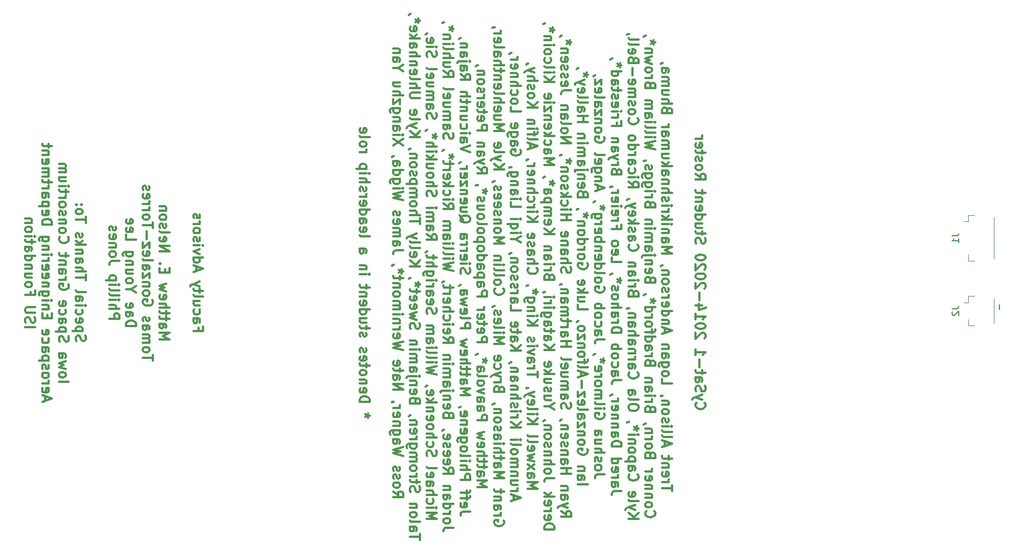
<source format=gbr>
G04 #@! TF.GenerationSoftware,KiCad,Pcbnew,(5.1.9)-1*
G04 #@! TF.CreationDate,2021-03-05T17:13:54-06:00*
G04 #@! TF.ProjectId,X+,582b2e6b-6963-4616-945f-706362585858,3*
G04 #@! TF.SameCoordinates,Original*
G04 #@! TF.FileFunction,Legend,Bot*
G04 #@! TF.FilePolarity,Positive*
%FSLAX46Y46*%
G04 Gerber Fmt 4.6, Leading zero omitted, Abs format (unit mm)*
G04 Created by KiCad (PCBNEW (5.1.9)-1) date 2021-03-05 17:13:54*
%MOMM*%
%LPD*%
G01*
G04 APERTURE LIST*
%ADD10C,0.300000*%
%ADD11C,0.150000*%
%ADD12C,0.120000*%
G04 APERTURE END LIST*
D10*
X309402142Y-176632142D02*
X309402142Y-177132142D01*
X308616428Y-177132142D02*
X310116428Y-177132142D01*
X310116428Y-176417857D01*
X308616428Y-175203571D02*
X309402142Y-175203571D01*
X309545000Y-175275000D01*
X309616428Y-175417857D01*
X309616428Y-175703571D01*
X309545000Y-175846428D01*
X308687857Y-175203571D02*
X308616428Y-175346428D01*
X308616428Y-175703571D01*
X308687857Y-175846428D01*
X308830714Y-175917857D01*
X308973571Y-175917857D01*
X309116428Y-175846428D01*
X309187857Y-175703571D01*
X309187857Y-175346428D01*
X309259285Y-175203571D01*
X308687857Y-173846428D02*
X308616428Y-173989285D01*
X308616428Y-174275000D01*
X308687857Y-174417857D01*
X308759285Y-174489285D01*
X308902142Y-174560714D01*
X309330714Y-174560714D01*
X309473571Y-174489285D01*
X309545000Y-174417857D01*
X309616428Y-174275000D01*
X309616428Y-173989285D01*
X309545000Y-173846428D01*
X309616428Y-172560714D02*
X308616428Y-172560714D01*
X309616428Y-173203571D02*
X308830714Y-173203571D01*
X308687857Y-173132142D01*
X308616428Y-172989285D01*
X308616428Y-172775000D01*
X308687857Y-172632142D01*
X308759285Y-172560714D01*
X308616428Y-171632142D02*
X308687857Y-171775000D01*
X308830714Y-171846428D01*
X310116428Y-171846428D01*
X309616428Y-171275000D02*
X309616428Y-170703571D01*
X310116428Y-171060714D02*
X308830714Y-171060714D01*
X308687857Y-170989285D01*
X308616428Y-170846428D01*
X308616428Y-170703571D01*
X309616428Y-170346428D02*
X308616428Y-169989285D01*
X309616428Y-169632142D02*
X308616428Y-169989285D01*
X308259285Y-170132142D01*
X308187857Y-170203571D01*
X308116428Y-170346428D01*
X309045000Y-167989285D02*
X309045000Y-167275000D01*
X308616428Y-168132142D02*
X310116428Y-167632142D01*
X308616428Y-167132142D01*
X308616428Y-165989285D02*
X310116428Y-165989285D01*
X308687857Y-165989285D02*
X308616428Y-166132142D01*
X308616428Y-166417857D01*
X308687857Y-166560714D01*
X308759285Y-166632142D01*
X308902142Y-166703571D01*
X309330714Y-166703571D01*
X309473571Y-166632142D01*
X309545000Y-166560714D01*
X309616428Y-166417857D01*
X309616428Y-166132142D01*
X309545000Y-165989285D01*
X309616428Y-165417857D02*
X308616428Y-165060714D01*
X309616428Y-164703571D01*
X308616428Y-164132142D02*
X309616428Y-164132142D01*
X310116428Y-164132142D02*
X310045000Y-164203571D01*
X309973571Y-164132142D01*
X310045000Y-164060714D01*
X310116428Y-164132142D01*
X309973571Y-164132142D01*
X308687857Y-163489285D02*
X308616428Y-163346428D01*
X308616428Y-163060714D01*
X308687857Y-162917857D01*
X308830714Y-162846428D01*
X308902142Y-162846428D01*
X309045000Y-162917857D01*
X309116428Y-163060714D01*
X309116428Y-163275000D01*
X309187857Y-163417857D01*
X309330714Y-163489285D01*
X309402142Y-163489285D01*
X309545000Y-163417857D01*
X309616428Y-163275000D01*
X309616428Y-163060714D01*
X309545000Y-162917857D01*
X308616428Y-161989285D02*
X308687857Y-162132142D01*
X308759285Y-162203571D01*
X308902142Y-162275000D01*
X309330714Y-162275000D01*
X309473571Y-162203571D01*
X309545000Y-162132142D01*
X309616428Y-161989285D01*
X309616428Y-161775000D01*
X309545000Y-161632142D01*
X309473571Y-161560714D01*
X309330714Y-161489285D01*
X308902142Y-161489285D01*
X308759285Y-161560714D01*
X308687857Y-161632142D01*
X308616428Y-161775000D01*
X308616428Y-161989285D01*
X308616428Y-160846428D02*
X309616428Y-160846428D01*
X309330714Y-160846428D02*
X309473571Y-160775000D01*
X309545000Y-160703571D01*
X309616428Y-160560714D01*
X309616428Y-160417857D01*
X308687857Y-159989285D02*
X308616428Y-159846428D01*
X308616428Y-159560714D01*
X308687857Y-159417857D01*
X308830714Y-159346428D01*
X308902142Y-159346428D01*
X309045000Y-159417857D01*
X309116428Y-159560714D01*
X309116428Y-159775000D01*
X309187857Y-159917857D01*
X309330714Y-159989285D01*
X309402142Y-159989285D01*
X309545000Y-159917857D01*
X309616428Y-159775000D01*
X309616428Y-159560714D01*
X309545000Y-159417857D01*
X303516428Y-178382142D02*
X305016428Y-178382142D01*
X303945000Y-177882142D01*
X305016428Y-177382142D01*
X303516428Y-177382142D01*
X303516428Y-176025000D02*
X304302142Y-176025000D01*
X304445000Y-176096428D01*
X304516428Y-176239285D01*
X304516428Y-176525000D01*
X304445000Y-176667857D01*
X303587857Y-176025000D02*
X303516428Y-176167857D01*
X303516428Y-176525000D01*
X303587857Y-176667857D01*
X303730714Y-176739285D01*
X303873571Y-176739285D01*
X304016428Y-176667857D01*
X304087857Y-176525000D01*
X304087857Y-176167857D01*
X304159285Y-176025000D01*
X304516428Y-175525000D02*
X304516428Y-174953571D01*
X305016428Y-175310714D02*
X303730714Y-175310714D01*
X303587857Y-175239285D01*
X303516428Y-175096428D01*
X303516428Y-174953571D01*
X304516428Y-174667857D02*
X304516428Y-174096428D01*
X305016428Y-174453571D02*
X303730714Y-174453571D01*
X303587857Y-174382142D01*
X303516428Y-174239285D01*
X303516428Y-174096428D01*
X303516428Y-173596428D02*
X305016428Y-173596428D01*
X303516428Y-172953571D02*
X304302142Y-172953571D01*
X304445000Y-173025000D01*
X304516428Y-173167857D01*
X304516428Y-173382142D01*
X304445000Y-173525000D01*
X304373571Y-173596428D01*
X303587857Y-171667857D02*
X303516428Y-171810714D01*
X303516428Y-172096428D01*
X303587857Y-172239285D01*
X303730714Y-172310714D01*
X304302142Y-172310714D01*
X304445000Y-172239285D01*
X304516428Y-172096428D01*
X304516428Y-171810714D01*
X304445000Y-171667857D01*
X304302142Y-171596428D01*
X304159285Y-171596428D01*
X304016428Y-172310714D01*
X304516428Y-171096428D02*
X303516428Y-170810714D01*
X304230714Y-170525000D01*
X303516428Y-170239285D01*
X304516428Y-169953571D01*
X304302142Y-168239285D02*
X304302142Y-167739285D01*
X303516428Y-167525000D02*
X303516428Y-168239285D01*
X305016428Y-168239285D01*
X305016428Y-167525000D01*
X303659285Y-166882142D02*
X303587857Y-166810714D01*
X303516428Y-166882142D01*
X303587857Y-166953571D01*
X303659285Y-166882142D01*
X303516428Y-166882142D01*
X303516428Y-165025000D02*
X305016428Y-165025000D01*
X303516428Y-164167857D01*
X305016428Y-164167857D01*
X303587857Y-162882142D02*
X303516428Y-163025000D01*
X303516428Y-163310714D01*
X303587857Y-163453571D01*
X303730714Y-163525000D01*
X304302142Y-163525000D01*
X304445000Y-163453571D01*
X304516428Y-163310714D01*
X304516428Y-163025000D01*
X304445000Y-162882142D01*
X304302142Y-162810714D01*
X304159285Y-162810714D01*
X304016428Y-163525000D01*
X303516428Y-161953571D02*
X303587857Y-162096428D01*
X303730714Y-162167857D01*
X305016428Y-162167857D01*
X303587857Y-161453571D02*
X303516428Y-161310714D01*
X303516428Y-161025000D01*
X303587857Y-160882142D01*
X303730714Y-160810714D01*
X303802142Y-160810714D01*
X303945000Y-160882142D01*
X304016428Y-161025000D01*
X304016428Y-161239285D01*
X304087857Y-161382142D01*
X304230714Y-161453571D01*
X304302142Y-161453571D01*
X304445000Y-161382142D01*
X304516428Y-161239285D01*
X304516428Y-161025000D01*
X304445000Y-160882142D01*
X303516428Y-159953571D02*
X303587857Y-160096428D01*
X303659285Y-160167857D01*
X303802142Y-160239285D01*
X304230714Y-160239285D01*
X304373571Y-160167857D01*
X304445000Y-160096428D01*
X304516428Y-159953571D01*
X304516428Y-159739285D01*
X304445000Y-159596428D01*
X304373571Y-159525000D01*
X304230714Y-159453571D01*
X303802142Y-159453571D01*
X303659285Y-159525000D01*
X303587857Y-159596428D01*
X303516428Y-159739285D01*
X303516428Y-159953571D01*
X304516428Y-158810714D02*
X303516428Y-158810714D01*
X304373571Y-158810714D02*
X304445000Y-158739285D01*
X304516428Y-158596428D01*
X304516428Y-158382142D01*
X304445000Y-158239285D01*
X304302142Y-158167857D01*
X303516428Y-158167857D01*
X302466428Y-181632142D02*
X302466428Y-180775000D01*
X300966428Y-181203571D02*
X302466428Y-181203571D01*
X300966428Y-180060714D02*
X301037857Y-180203571D01*
X301109285Y-180275000D01*
X301252142Y-180346428D01*
X301680714Y-180346428D01*
X301823571Y-180275000D01*
X301895000Y-180203571D01*
X301966428Y-180060714D01*
X301966428Y-179846428D01*
X301895000Y-179703571D01*
X301823571Y-179632142D01*
X301680714Y-179560714D01*
X301252142Y-179560714D01*
X301109285Y-179632142D01*
X301037857Y-179703571D01*
X300966428Y-179846428D01*
X300966428Y-180060714D01*
X300966428Y-178917857D02*
X301966428Y-178917857D01*
X301823571Y-178917857D02*
X301895000Y-178846428D01*
X301966428Y-178703571D01*
X301966428Y-178489285D01*
X301895000Y-178346428D01*
X301752142Y-178275000D01*
X300966428Y-178275000D01*
X301752142Y-178275000D02*
X301895000Y-178203571D01*
X301966428Y-178060714D01*
X301966428Y-177846428D01*
X301895000Y-177703571D01*
X301752142Y-177632142D01*
X300966428Y-177632142D01*
X300966428Y-176275000D02*
X301752142Y-176275000D01*
X301895000Y-176346428D01*
X301966428Y-176489285D01*
X301966428Y-176775000D01*
X301895000Y-176917857D01*
X301037857Y-176275000D02*
X300966428Y-176417857D01*
X300966428Y-176775000D01*
X301037857Y-176917857D01*
X301180714Y-176989285D01*
X301323571Y-176989285D01*
X301466428Y-176917857D01*
X301537857Y-176775000D01*
X301537857Y-176417857D01*
X301609285Y-176275000D01*
X301037857Y-175632142D02*
X300966428Y-175489285D01*
X300966428Y-175203571D01*
X301037857Y-175060714D01*
X301180714Y-174989285D01*
X301252142Y-174989285D01*
X301395000Y-175060714D01*
X301466428Y-175203571D01*
X301466428Y-175417857D01*
X301537857Y-175560714D01*
X301680714Y-175632142D01*
X301752142Y-175632142D01*
X301895000Y-175560714D01*
X301966428Y-175417857D01*
X301966428Y-175203571D01*
X301895000Y-175060714D01*
X302395000Y-172417857D02*
X302466428Y-172560714D01*
X302466428Y-172775000D01*
X302395000Y-172989285D01*
X302252142Y-173132142D01*
X302109285Y-173203571D01*
X301823571Y-173275000D01*
X301609285Y-173275000D01*
X301323571Y-173203571D01*
X301180714Y-173132142D01*
X301037857Y-172989285D01*
X300966428Y-172775000D01*
X300966428Y-172632142D01*
X301037857Y-172417857D01*
X301109285Y-172346428D01*
X301609285Y-172346428D01*
X301609285Y-172632142D01*
X300966428Y-171489285D02*
X301037857Y-171632142D01*
X301109285Y-171703571D01*
X301252142Y-171775000D01*
X301680714Y-171775000D01*
X301823571Y-171703571D01*
X301895000Y-171632142D01*
X301966428Y-171489285D01*
X301966428Y-171275000D01*
X301895000Y-171132142D01*
X301823571Y-171060714D01*
X301680714Y-170989285D01*
X301252142Y-170989285D01*
X301109285Y-171060714D01*
X301037857Y-171132142D01*
X300966428Y-171275000D01*
X300966428Y-171489285D01*
X301966428Y-170346428D02*
X300966428Y-170346428D01*
X301823571Y-170346428D02*
X301895000Y-170275000D01*
X301966428Y-170132142D01*
X301966428Y-169917857D01*
X301895000Y-169775000D01*
X301752142Y-169703571D01*
X300966428Y-169703571D01*
X301966428Y-169132142D02*
X301966428Y-168346428D01*
X300966428Y-169132142D01*
X300966428Y-168346428D01*
X300966428Y-167132142D02*
X301752142Y-167132142D01*
X301895000Y-167203571D01*
X301966428Y-167346428D01*
X301966428Y-167632142D01*
X301895000Y-167775000D01*
X301037857Y-167132142D02*
X300966428Y-167275000D01*
X300966428Y-167632142D01*
X301037857Y-167775000D01*
X301180714Y-167846428D01*
X301323571Y-167846428D01*
X301466428Y-167775000D01*
X301537857Y-167632142D01*
X301537857Y-167275000D01*
X301609285Y-167132142D01*
X300966428Y-166203571D02*
X301037857Y-166346428D01*
X301180714Y-166417857D01*
X302466428Y-166417857D01*
X301037857Y-165060714D02*
X300966428Y-165203571D01*
X300966428Y-165489285D01*
X301037857Y-165632142D01*
X301180714Y-165703571D01*
X301752142Y-165703571D01*
X301895000Y-165632142D01*
X301966428Y-165489285D01*
X301966428Y-165203571D01*
X301895000Y-165060714D01*
X301752142Y-164989285D01*
X301609285Y-164989285D01*
X301466428Y-165703571D01*
X301966428Y-164489285D02*
X301966428Y-163703571D01*
X300966428Y-164489285D01*
X300966428Y-163703571D01*
X301537857Y-163132142D02*
X301537857Y-161989285D01*
X302466428Y-161489285D02*
X302466428Y-160632142D01*
X300966428Y-161060714D02*
X302466428Y-161060714D01*
X300966428Y-159917857D02*
X301037857Y-160060714D01*
X301109285Y-160132142D01*
X301252142Y-160203571D01*
X301680714Y-160203571D01*
X301823571Y-160132142D01*
X301895000Y-160060714D01*
X301966428Y-159917857D01*
X301966428Y-159703571D01*
X301895000Y-159560714D01*
X301823571Y-159489285D01*
X301680714Y-159417857D01*
X301252142Y-159417857D01*
X301109285Y-159489285D01*
X301037857Y-159560714D01*
X300966428Y-159703571D01*
X300966428Y-159917857D01*
X300966428Y-158775000D02*
X301966428Y-158775000D01*
X301680714Y-158775000D02*
X301823571Y-158703571D01*
X301895000Y-158632142D01*
X301966428Y-158489285D01*
X301966428Y-158346428D01*
X300966428Y-157846428D02*
X301966428Y-157846428D01*
X301680714Y-157846428D02*
X301823571Y-157775000D01*
X301895000Y-157703571D01*
X301966428Y-157560714D01*
X301966428Y-157417857D01*
X301037857Y-156346428D02*
X300966428Y-156489285D01*
X300966428Y-156775000D01*
X301037857Y-156917857D01*
X301180714Y-156989285D01*
X301752142Y-156989285D01*
X301895000Y-156917857D01*
X301966428Y-156775000D01*
X301966428Y-156489285D01*
X301895000Y-156346428D01*
X301752142Y-156275000D01*
X301609285Y-156275000D01*
X301466428Y-156989285D01*
X301037857Y-155703571D02*
X300966428Y-155560714D01*
X300966428Y-155275000D01*
X301037857Y-155132142D01*
X301180714Y-155060714D01*
X301252142Y-155060714D01*
X301395000Y-155132142D01*
X301466428Y-155275000D01*
X301466428Y-155489285D01*
X301537857Y-155632142D01*
X301680714Y-155703571D01*
X301752142Y-155703571D01*
X301895000Y-155632142D01*
X301966428Y-155489285D01*
X301966428Y-155275000D01*
X301895000Y-155132142D01*
X298416428Y-176382142D02*
X299916428Y-176382142D01*
X299916428Y-176025000D01*
X299845000Y-175810714D01*
X299702142Y-175667857D01*
X299559285Y-175596428D01*
X299273571Y-175525000D01*
X299059285Y-175525000D01*
X298773571Y-175596428D01*
X298630714Y-175667857D01*
X298487857Y-175810714D01*
X298416428Y-176025000D01*
X298416428Y-176382142D01*
X298416428Y-174239285D02*
X299202142Y-174239285D01*
X299345000Y-174310714D01*
X299416428Y-174453571D01*
X299416428Y-174739285D01*
X299345000Y-174882142D01*
X298487857Y-174239285D02*
X298416428Y-174382142D01*
X298416428Y-174739285D01*
X298487857Y-174882142D01*
X298630714Y-174953571D01*
X298773571Y-174953571D01*
X298916428Y-174882142D01*
X298987857Y-174739285D01*
X298987857Y-174382142D01*
X299059285Y-174239285D01*
X298487857Y-172953571D02*
X298416428Y-173096428D01*
X298416428Y-173382142D01*
X298487857Y-173525000D01*
X298630714Y-173596428D01*
X299202142Y-173596428D01*
X299345000Y-173525000D01*
X299416428Y-173382142D01*
X299416428Y-173096428D01*
X299345000Y-172953571D01*
X299202142Y-172882142D01*
X299059285Y-172882142D01*
X298916428Y-173596428D01*
X299130714Y-170810714D02*
X298416428Y-170810714D01*
X299916428Y-171310714D02*
X299130714Y-170810714D01*
X299916428Y-170310714D01*
X298416428Y-169596428D02*
X298487857Y-169739285D01*
X298559285Y-169810714D01*
X298702142Y-169882142D01*
X299130714Y-169882142D01*
X299273571Y-169810714D01*
X299345000Y-169739285D01*
X299416428Y-169596428D01*
X299416428Y-169382142D01*
X299345000Y-169239285D01*
X299273571Y-169167857D01*
X299130714Y-169096428D01*
X298702142Y-169096428D01*
X298559285Y-169167857D01*
X298487857Y-169239285D01*
X298416428Y-169382142D01*
X298416428Y-169596428D01*
X299416428Y-167810714D02*
X298416428Y-167810714D01*
X299416428Y-168453571D02*
X298630714Y-168453571D01*
X298487857Y-168382142D01*
X298416428Y-168239285D01*
X298416428Y-168025000D01*
X298487857Y-167882142D01*
X298559285Y-167810714D01*
X299416428Y-167096428D02*
X298416428Y-167096428D01*
X299273571Y-167096428D02*
X299345000Y-167025000D01*
X299416428Y-166882142D01*
X299416428Y-166667857D01*
X299345000Y-166525000D01*
X299202142Y-166453571D01*
X298416428Y-166453571D01*
X299416428Y-165096428D02*
X298202142Y-165096428D01*
X298059285Y-165167857D01*
X297987857Y-165239285D01*
X297916428Y-165382142D01*
X297916428Y-165596428D01*
X297987857Y-165739285D01*
X298487857Y-165096428D02*
X298416428Y-165239285D01*
X298416428Y-165525000D01*
X298487857Y-165667857D01*
X298559285Y-165739285D01*
X298702142Y-165810714D01*
X299130714Y-165810714D01*
X299273571Y-165739285D01*
X299345000Y-165667857D01*
X299416428Y-165525000D01*
X299416428Y-165239285D01*
X299345000Y-165096428D01*
X298416428Y-162525000D02*
X298416428Y-163239285D01*
X299916428Y-163239285D01*
X298487857Y-161453571D02*
X298416428Y-161596428D01*
X298416428Y-161882142D01*
X298487857Y-162025000D01*
X298630714Y-162096428D01*
X299202142Y-162096428D01*
X299345000Y-162025000D01*
X299416428Y-161882142D01*
X299416428Y-161596428D01*
X299345000Y-161453571D01*
X299202142Y-161382142D01*
X299059285Y-161382142D01*
X298916428Y-162096428D01*
X298487857Y-160167857D02*
X298416428Y-160310714D01*
X298416428Y-160596428D01*
X298487857Y-160739285D01*
X298630714Y-160810714D01*
X299202142Y-160810714D01*
X299345000Y-160739285D01*
X299416428Y-160596428D01*
X299416428Y-160310714D01*
X299345000Y-160167857D01*
X299202142Y-160096428D01*
X299059285Y-160096428D01*
X298916428Y-160810714D01*
X295866428Y-175275000D02*
X297366428Y-175275000D01*
X297366428Y-174703571D01*
X297295000Y-174560714D01*
X297223571Y-174489285D01*
X297080714Y-174417857D01*
X296866428Y-174417857D01*
X296723571Y-174489285D01*
X296652142Y-174560714D01*
X296580714Y-174703571D01*
X296580714Y-175275000D01*
X295866428Y-173775000D02*
X297366428Y-173775000D01*
X295866428Y-173132142D02*
X296652142Y-173132142D01*
X296795000Y-173203571D01*
X296866428Y-173346428D01*
X296866428Y-173560714D01*
X296795000Y-173703571D01*
X296723571Y-173775000D01*
X295866428Y-172417857D02*
X296866428Y-172417857D01*
X297366428Y-172417857D02*
X297295000Y-172489285D01*
X297223571Y-172417857D01*
X297295000Y-172346428D01*
X297366428Y-172417857D01*
X297223571Y-172417857D01*
X295866428Y-171489285D02*
X295937857Y-171632142D01*
X296080714Y-171703571D01*
X297366428Y-171703571D01*
X295866428Y-170703571D02*
X295937857Y-170846428D01*
X296080714Y-170917857D01*
X297366428Y-170917857D01*
X295866428Y-170132142D02*
X296866428Y-170132142D01*
X297366428Y-170132142D02*
X297295000Y-170203571D01*
X297223571Y-170132142D01*
X297295000Y-170060714D01*
X297366428Y-170132142D01*
X297223571Y-170132142D01*
X296866428Y-169417857D02*
X295366428Y-169417857D01*
X296795000Y-169417857D02*
X296866428Y-169275000D01*
X296866428Y-168989285D01*
X296795000Y-168846428D01*
X296723571Y-168775000D01*
X296580714Y-168703571D01*
X296152142Y-168703571D01*
X296009285Y-168775000D01*
X295937857Y-168846428D01*
X295866428Y-168989285D01*
X295866428Y-169275000D01*
X295937857Y-169417857D01*
X297366428Y-166489285D02*
X296295000Y-166489285D01*
X296080714Y-166560714D01*
X295937857Y-166703571D01*
X295866428Y-166917857D01*
X295866428Y-167060714D01*
X295866428Y-165560714D02*
X295937857Y-165703571D01*
X296009285Y-165775000D01*
X296152142Y-165846428D01*
X296580714Y-165846428D01*
X296723571Y-165775000D01*
X296795000Y-165703571D01*
X296866428Y-165560714D01*
X296866428Y-165346428D01*
X296795000Y-165203571D01*
X296723571Y-165132142D01*
X296580714Y-165060714D01*
X296152142Y-165060714D01*
X296009285Y-165132142D01*
X295937857Y-165203571D01*
X295866428Y-165346428D01*
X295866428Y-165560714D01*
X296866428Y-164417857D02*
X295866428Y-164417857D01*
X296723571Y-164417857D02*
X296795000Y-164346428D01*
X296866428Y-164203571D01*
X296866428Y-163989285D01*
X296795000Y-163846428D01*
X296652142Y-163775000D01*
X295866428Y-163775000D01*
X295937857Y-162489285D02*
X295866428Y-162632142D01*
X295866428Y-162917857D01*
X295937857Y-163060714D01*
X296080714Y-163132142D01*
X296652142Y-163132142D01*
X296795000Y-163060714D01*
X296866428Y-162917857D01*
X296866428Y-162632142D01*
X296795000Y-162489285D01*
X296652142Y-162417857D01*
X296509285Y-162417857D01*
X296366428Y-163132142D01*
X295937857Y-161846428D02*
X295866428Y-161703571D01*
X295866428Y-161417857D01*
X295937857Y-161275000D01*
X296080714Y-161203571D01*
X296152142Y-161203571D01*
X296295000Y-161275000D01*
X296366428Y-161417857D01*
X296366428Y-161632142D01*
X296437857Y-161775000D01*
X296580714Y-161846428D01*
X296652142Y-161846428D01*
X296795000Y-161775000D01*
X296866428Y-161632142D01*
X296866428Y-161417857D01*
X296795000Y-161275000D01*
X290837857Y-178667857D02*
X290766428Y-178453571D01*
X290766428Y-178096428D01*
X290837857Y-177953571D01*
X290909285Y-177882142D01*
X291052142Y-177810714D01*
X291195000Y-177810714D01*
X291337857Y-177882142D01*
X291409285Y-177953571D01*
X291480714Y-178096428D01*
X291552142Y-178382142D01*
X291623571Y-178525000D01*
X291695000Y-178596428D01*
X291837857Y-178667857D01*
X291980714Y-178667857D01*
X292123571Y-178596428D01*
X292195000Y-178525000D01*
X292266428Y-178382142D01*
X292266428Y-178025000D01*
X292195000Y-177810714D01*
X291766428Y-177167857D02*
X290266428Y-177167857D01*
X291695000Y-177167857D02*
X291766428Y-177025000D01*
X291766428Y-176739285D01*
X291695000Y-176596428D01*
X291623571Y-176525000D01*
X291480714Y-176453571D01*
X291052142Y-176453571D01*
X290909285Y-176525000D01*
X290837857Y-176596428D01*
X290766428Y-176739285D01*
X290766428Y-177025000D01*
X290837857Y-177167857D01*
X290837857Y-175239285D02*
X290766428Y-175382142D01*
X290766428Y-175667857D01*
X290837857Y-175810714D01*
X290980714Y-175882142D01*
X291552142Y-175882142D01*
X291695000Y-175810714D01*
X291766428Y-175667857D01*
X291766428Y-175382142D01*
X291695000Y-175239285D01*
X291552142Y-175167857D01*
X291409285Y-175167857D01*
X291266428Y-175882142D01*
X290837857Y-173882142D02*
X290766428Y-174025000D01*
X290766428Y-174310714D01*
X290837857Y-174453571D01*
X290909285Y-174525000D01*
X291052142Y-174596428D01*
X291480714Y-174596428D01*
X291623571Y-174525000D01*
X291695000Y-174453571D01*
X291766428Y-174310714D01*
X291766428Y-174025000D01*
X291695000Y-173882142D01*
X290766428Y-173239285D02*
X291766428Y-173239285D01*
X292266428Y-173239285D02*
X292195000Y-173310714D01*
X292123571Y-173239285D01*
X292195000Y-173167857D01*
X292266428Y-173239285D01*
X292123571Y-173239285D01*
X290766428Y-171882142D02*
X291552142Y-171882142D01*
X291695000Y-171953571D01*
X291766428Y-172096428D01*
X291766428Y-172382142D01*
X291695000Y-172525000D01*
X290837857Y-171882142D02*
X290766428Y-172025000D01*
X290766428Y-172382142D01*
X290837857Y-172525000D01*
X290980714Y-172596428D01*
X291123571Y-172596428D01*
X291266428Y-172525000D01*
X291337857Y-172382142D01*
X291337857Y-172025000D01*
X291409285Y-171882142D01*
X290766428Y-170953571D02*
X290837857Y-171096428D01*
X290980714Y-171167857D01*
X292266428Y-171167857D01*
X292266428Y-169453571D02*
X292266428Y-168596428D01*
X290766428Y-169025000D02*
X292266428Y-169025000D01*
X290766428Y-168096428D02*
X292266428Y-168096428D01*
X290766428Y-167453571D02*
X291552142Y-167453571D01*
X291695000Y-167525000D01*
X291766428Y-167667857D01*
X291766428Y-167882142D01*
X291695000Y-168025000D01*
X291623571Y-168096428D01*
X290766428Y-166096428D02*
X291552142Y-166096428D01*
X291695000Y-166167857D01*
X291766428Y-166310714D01*
X291766428Y-166596428D01*
X291695000Y-166739285D01*
X290837857Y-166096428D02*
X290766428Y-166239285D01*
X290766428Y-166596428D01*
X290837857Y-166739285D01*
X290980714Y-166810714D01*
X291123571Y-166810714D01*
X291266428Y-166739285D01*
X291337857Y-166596428D01*
X291337857Y-166239285D01*
X291409285Y-166096428D01*
X291766428Y-165382142D02*
X290766428Y-165382142D01*
X291623571Y-165382142D02*
X291695000Y-165310714D01*
X291766428Y-165167857D01*
X291766428Y-164953571D01*
X291695000Y-164810714D01*
X291552142Y-164739285D01*
X290766428Y-164739285D01*
X290766428Y-164025000D02*
X292266428Y-164025000D01*
X291337857Y-163882142D02*
X290766428Y-163453571D01*
X291766428Y-163453571D02*
X291195000Y-164025000D01*
X290837857Y-162882142D02*
X290766428Y-162739285D01*
X290766428Y-162453571D01*
X290837857Y-162310714D01*
X290980714Y-162239285D01*
X291052142Y-162239285D01*
X291195000Y-162310714D01*
X291266428Y-162453571D01*
X291266428Y-162667857D01*
X291337857Y-162810714D01*
X291480714Y-162882142D01*
X291552142Y-162882142D01*
X291695000Y-162810714D01*
X291766428Y-162667857D01*
X291766428Y-162453571D01*
X291695000Y-162310714D01*
X292266428Y-160667857D02*
X292266428Y-159810714D01*
X290766428Y-160239285D02*
X292266428Y-160239285D01*
X290766428Y-159096428D02*
X290837857Y-159239285D01*
X290909285Y-159310714D01*
X291052142Y-159382142D01*
X291480714Y-159382142D01*
X291623571Y-159310714D01*
X291695000Y-159239285D01*
X291766428Y-159096428D01*
X291766428Y-158882142D01*
X291695000Y-158739285D01*
X291623571Y-158667857D01*
X291480714Y-158596428D01*
X291052142Y-158596428D01*
X290909285Y-158667857D01*
X290837857Y-158739285D01*
X290766428Y-158882142D01*
X290766428Y-159096428D01*
X290909285Y-157953571D02*
X290837857Y-157882142D01*
X290766428Y-157953571D01*
X290837857Y-158025000D01*
X290909285Y-157953571D01*
X290766428Y-157953571D01*
X291695000Y-157953571D02*
X291623571Y-157882142D01*
X291552142Y-157953571D01*
X291623571Y-158025000D01*
X291695000Y-157953571D01*
X291552142Y-157953571D01*
X288216428Y-184810714D02*
X289716428Y-184810714D01*
X288216428Y-183882142D02*
X288287857Y-184025000D01*
X288359285Y-184096428D01*
X288502142Y-184167857D01*
X288930714Y-184167857D01*
X289073571Y-184096428D01*
X289145000Y-184025000D01*
X289216428Y-183882142D01*
X289216428Y-183667857D01*
X289145000Y-183525000D01*
X289073571Y-183453571D01*
X288930714Y-183382142D01*
X288502142Y-183382142D01*
X288359285Y-183453571D01*
X288287857Y-183525000D01*
X288216428Y-183667857D01*
X288216428Y-183882142D01*
X289216428Y-182882142D02*
X288216428Y-182596428D01*
X288930714Y-182310714D01*
X288216428Y-182025000D01*
X289216428Y-181739285D01*
X288216428Y-180525000D02*
X289002142Y-180525000D01*
X289145000Y-180596428D01*
X289216428Y-180739285D01*
X289216428Y-181025000D01*
X289145000Y-181167857D01*
X288287857Y-180525000D02*
X288216428Y-180667857D01*
X288216428Y-181025000D01*
X288287857Y-181167857D01*
X288430714Y-181239285D01*
X288573571Y-181239285D01*
X288716428Y-181167857D01*
X288787857Y-181025000D01*
X288787857Y-180667857D01*
X288859285Y-180525000D01*
X288287857Y-178739285D02*
X288216428Y-178525000D01*
X288216428Y-178167857D01*
X288287857Y-178025000D01*
X288359285Y-177953571D01*
X288502142Y-177882142D01*
X288645000Y-177882142D01*
X288787857Y-177953571D01*
X288859285Y-178025000D01*
X288930714Y-178167857D01*
X289002142Y-178453571D01*
X289073571Y-178596428D01*
X289145000Y-178667857D01*
X289287857Y-178739285D01*
X289430714Y-178739285D01*
X289573571Y-178667857D01*
X289645000Y-178596428D01*
X289716428Y-178453571D01*
X289716428Y-178096428D01*
X289645000Y-177882142D01*
X289216428Y-177239285D02*
X287716428Y-177239285D01*
X289145000Y-177239285D02*
X289216428Y-177096428D01*
X289216428Y-176810714D01*
X289145000Y-176667857D01*
X289073571Y-176596428D01*
X288930714Y-176525000D01*
X288502142Y-176525000D01*
X288359285Y-176596428D01*
X288287857Y-176667857D01*
X288216428Y-176810714D01*
X288216428Y-177096428D01*
X288287857Y-177239285D01*
X288216428Y-175239285D02*
X289002142Y-175239285D01*
X289145000Y-175310714D01*
X289216428Y-175453571D01*
X289216428Y-175739285D01*
X289145000Y-175882142D01*
X288287857Y-175239285D02*
X288216428Y-175382142D01*
X288216428Y-175739285D01*
X288287857Y-175882142D01*
X288430714Y-175953571D01*
X288573571Y-175953571D01*
X288716428Y-175882142D01*
X288787857Y-175739285D01*
X288787857Y-175382142D01*
X288859285Y-175239285D01*
X288287857Y-173882142D02*
X288216428Y-174025000D01*
X288216428Y-174310714D01*
X288287857Y-174453571D01*
X288359285Y-174525000D01*
X288502142Y-174596428D01*
X288930714Y-174596428D01*
X289073571Y-174525000D01*
X289145000Y-174453571D01*
X289216428Y-174310714D01*
X289216428Y-174025000D01*
X289145000Y-173882142D01*
X288287857Y-172667857D02*
X288216428Y-172810714D01*
X288216428Y-173096428D01*
X288287857Y-173239285D01*
X288430714Y-173310714D01*
X289002142Y-173310714D01*
X289145000Y-173239285D01*
X289216428Y-173096428D01*
X289216428Y-172810714D01*
X289145000Y-172667857D01*
X289002142Y-172596428D01*
X288859285Y-172596428D01*
X288716428Y-173310714D01*
X289645000Y-170025000D02*
X289716428Y-170167857D01*
X289716428Y-170382142D01*
X289645000Y-170596428D01*
X289502142Y-170739285D01*
X289359285Y-170810714D01*
X289073571Y-170882142D01*
X288859285Y-170882142D01*
X288573571Y-170810714D01*
X288430714Y-170739285D01*
X288287857Y-170596428D01*
X288216428Y-170382142D01*
X288216428Y-170239285D01*
X288287857Y-170025000D01*
X288359285Y-169953571D01*
X288859285Y-169953571D01*
X288859285Y-170239285D01*
X288216428Y-169310714D02*
X289216428Y-169310714D01*
X288930714Y-169310714D02*
X289073571Y-169239285D01*
X289145000Y-169167857D01*
X289216428Y-169025000D01*
X289216428Y-168882142D01*
X288216428Y-167739285D02*
X289002142Y-167739285D01*
X289145000Y-167810714D01*
X289216428Y-167953571D01*
X289216428Y-168239285D01*
X289145000Y-168382142D01*
X288287857Y-167739285D02*
X288216428Y-167882142D01*
X288216428Y-168239285D01*
X288287857Y-168382142D01*
X288430714Y-168453571D01*
X288573571Y-168453571D01*
X288716428Y-168382142D01*
X288787857Y-168239285D01*
X288787857Y-167882142D01*
X288859285Y-167739285D01*
X289216428Y-167025000D02*
X288216428Y-167025000D01*
X289073571Y-167025000D02*
X289145000Y-166953571D01*
X289216428Y-166810714D01*
X289216428Y-166596428D01*
X289145000Y-166453571D01*
X289002142Y-166382142D01*
X288216428Y-166382142D01*
X289216428Y-165882142D02*
X289216428Y-165310714D01*
X289716428Y-165667857D02*
X288430714Y-165667857D01*
X288287857Y-165596428D01*
X288216428Y-165453571D01*
X288216428Y-165310714D01*
X288359285Y-162810714D02*
X288287857Y-162882142D01*
X288216428Y-163096428D01*
X288216428Y-163239285D01*
X288287857Y-163453571D01*
X288430714Y-163596428D01*
X288573571Y-163667857D01*
X288859285Y-163739285D01*
X289073571Y-163739285D01*
X289359285Y-163667857D01*
X289502142Y-163596428D01*
X289645000Y-163453571D01*
X289716428Y-163239285D01*
X289716428Y-163096428D01*
X289645000Y-162882142D01*
X289573571Y-162810714D01*
X288216428Y-161953571D02*
X288287857Y-162096428D01*
X288359285Y-162167857D01*
X288502142Y-162239285D01*
X288930714Y-162239285D01*
X289073571Y-162167857D01*
X289145000Y-162096428D01*
X289216428Y-161953571D01*
X289216428Y-161739285D01*
X289145000Y-161596428D01*
X289073571Y-161525000D01*
X288930714Y-161453571D01*
X288502142Y-161453571D01*
X288359285Y-161525000D01*
X288287857Y-161596428D01*
X288216428Y-161739285D01*
X288216428Y-161953571D01*
X289216428Y-160810714D02*
X288216428Y-160810714D01*
X289073571Y-160810714D02*
X289145000Y-160739285D01*
X289216428Y-160596428D01*
X289216428Y-160382142D01*
X289145000Y-160239285D01*
X289002142Y-160167857D01*
X288216428Y-160167857D01*
X288287857Y-159525000D02*
X288216428Y-159382142D01*
X288216428Y-159096428D01*
X288287857Y-158953571D01*
X288430714Y-158882142D01*
X288502142Y-158882142D01*
X288645000Y-158953571D01*
X288716428Y-159096428D01*
X288716428Y-159310714D01*
X288787857Y-159453571D01*
X288930714Y-159525000D01*
X289002142Y-159525000D01*
X289145000Y-159453571D01*
X289216428Y-159310714D01*
X289216428Y-159096428D01*
X289145000Y-158953571D01*
X288216428Y-158025000D02*
X288287857Y-158167857D01*
X288359285Y-158239285D01*
X288502142Y-158310714D01*
X288930714Y-158310714D01*
X289073571Y-158239285D01*
X289145000Y-158167857D01*
X289216428Y-158025000D01*
X289216428Y-157810714D01*
X289145000Y-157667857D01*
X289073571Y-157596428D01*
X288930714Y-157525000D01*
X288502142Y-157525000D01*
X288359285Y-157596428D01*
X288287857Y-157667857D01*
X288216428Y-157810714D01*
X288216428Y-158025000D01*
X288216428Y-156882142D02*
X289216428Y-156882142D01*
X288930714Y-156882142D02*
X289073571Y-156810714D01*
X289145000Y-156739285D01*
X289216428Y-156596428D01*
X289216428Y-156453571D01*
X289216428Y-156167857D02*
X289216428Y-155596428D01*
X289716428Y-155953571D02*
X288430714Y-155953571D01*
X288287857Y-155882142D01*
X288216428Y-155739285D01*
X288216428Y-155596428D01*
X288216428Y-155096428D02*
X289216428Y-155096428D01*
X289716428Y-155096428D02*
X289645000Y-155167857D01*
X289573571Y-155096428D01*
X289645000Y-155025000D01*
X289716428Y-155096428D01*
X289573571Y-155096428D01*
X289216428Y-153739285D02*
X288216428Y-153739285D01*
X289216428Y-154382142D02*
X288430714Y-154382142D01*
X288287857Y-154310714D01*
X288216428Y-154167857D01*
X288216428Y-153953571D01*
X288287857Y-153810714D01*
X288359285Y-153739285D01*
X288216428Y-153025000D02*
X289216428Y-153025000D01*
X289073571Y-153025000D02*
X289145000Y-152953571D01*
X289216428Y-152810714D01*
X289216428Y-152596428D01*
X289145000Y-152453571D01*
X289002142Y-152382142D01*
X288216428Y-152382142D01*
X289002142Y-152382142D02*
X289145000Y-152310714D01*
X289216428Y-152167857D01*
X289216428Y-151953571D01*
X289145000Y-151810714D01*
X289002142Y-151739285D01*
X288216428Y-151739285D01*
X286095000Y-187739285D02*
X286095000Y-187025000D01*
X285666428Y-187882142D02*
X287166428Y-187382142D01*
X285666428Y-186882142D01*
X285737857Y-185810714D02*
X285666428Y-185953571D01*
X285666428Y-186239285D01*
X285737857Y-186382142D01*
X285880714Y-186453571D01*
X286452142Y-186453571D01*
X286595000Y-186382142D01*
X286666428Y-186239285D01*
X286666428Y-185953571D01*
X286595000Y-185810714D01*
X286452142Y-185739285D01*
X286309285Y-185739285D01*
X286166428Y-186453571D01*
X285666428Y-185096428D02*
X286666428Y-185096428D01*
X286380714Y-185096428D02*
X286523571Y-185025000D01*
X286595000Y-184953571D01*
X286666428Y-184810714D01*
X286666428Y-184667857D01*
X285666428Y-183953571D02*
X285737857Y-184096428D01*
X285809285Y-184167857D01*
X285952142Y-184239285D01*
X286380714Y-184239285D01*
X286523571Y-184167857D01*
X286595000Y-184096428D01*
X286666428Y-183953571D01*
X286666428Y-183739285D01*
X286595000Y-183596428D01*
X286523571Y-183525000D01*
X286380714Y-183453571D01*
X285952142Y-183453571D01*
X285809285Y-183525000D01*
X285737857Y-183596428D01*
X285666428Y-183739285D01*
X285666428Y-183953571D01*
X285737857Y-182882142D02*
X285666428Y-182739285D01*
X285666428Y-182453571D01*
X285737857Y-182310714D01*
X285880714Y-182239285D01*
X285952142Y-182239285D01*
X286095000Y-182310714D01*
X286166428Y-182453571D01*
X286166428Y-182667857D01*
X286237857Y-182810714D01*
X286380714Y-182882142D01*
X286452142Y-182882142D01*
X286595000Y-182810714D01*
X286666428Y-182667857D01*
X286666428Y-182453571D01*
X286595000Y-182310714D01*
X286666428Y-181596428D02*
X285166428Y-181596428D01*
X286595000Y-181596428D02*
X286666428Y-181453571D01*
X286666428Y-181167857D01*
X286595000Y-181025000D01*
X286523571Y-180953571D01*
X286380714Y-180882142D01*
X285952142Y-180882142D01*
X285809285Y-180953571D01*
X285737857Y-181025000D01*
X285666428Y-181167857D01*
X285666428Y-181453571D01*
X285737857Y-181596428D01*
X285666428Y-179596428D02*
X286452142Y-179596428D01*
X286595000Y-179667857D01*
X286666428Y-179810714D01*
X286666428Y-180096428D01*
X286595000Y-180239285D01*
X285737857Y-179596428D02*
X285666428Y-179739285D01*
X285666428Y-180096428D01*
X285737857Y-180239285D01*
X285880714Y-180310714D01*
X286023571Y-180310714D01*
X286166428Y-180239285D01*
X286237857Y-180096428D01*
X286237857Y-179739285D01*
X286309285Y-179596428D01*
X285737857Y-178239285D02*
X285666428Y-178382142D01*
X285666428Y-178667857D01*
X285737857Y-178810714D01*
X285809285Y-178882142D01*
X285952142Y-178953571D01*
X286380714Y-178953571D01*
X286523571Y-178882142D01*
X286595000Y-178810714D01*
X286666428Y-178667857D01*
X286666428Y-178382142D01*
X286595000Y-178239285D01*
X285737857Y-177025000D02*
X285666428Y-177167857D01*
X285666428Y-177453571D01*
X285737857Y-177596428D01*
X285880714Y-177667857D01*
X286452142Y-177667857D01*
X286595000Y-177596428D01*
X286666428Y-177453571D01*
X286666428Y-177167857D01*
X286595000Y-177025000D01*
X286452142Y-176953571D01*
X286309285Y-176953571D01*
X286166428Y-177667857D01*
X286452142Y-175167857D02*
X286452142Y-174667857D01*
X285666428Y-174453571D02*
X285666428Y-175167857D01*
X287166428Y-175167857D01*
X287166428Y-174453571D01*
X286666428Y-173810714D02*
X285666428Y-173810714D01*
X286523571Y-173810714D02*
X286595000Y-173739285D01*
X286666428Y-173596428D01*
X286666428Y-173382142D01*
X286595000Y-173239285D01*
X286452142Y-173167857D01*
X285666428Y-173167857D01*
X285666428Y-172453571D02*
X286666428Y-172453571D01*
X287166428Y-172453571D02*
X287095000Y-172525000D01*
X287023571Y-172453571D01*
X287095000Y-172382142D01*
X287166428Y-172453571D01*
X287023571Y-172453571D01*
X286666428Y-171096428D02*
X285452142Y-171096428D01*
X285309285Y-171167857D01*
X285237857Y-171239285D01*
X285166428Y-171382142D01*
X285166428Y-171596428D01*
X285237857Y-171739285D01*
X285737857Y-171096428D02*
X285666428Y-171239285D01*
X285666428Y-171525000D01*
X285737857Y-171667857D01*
X285809285Y-171739285D01*
X285952142Y-171810714D01*
X286380714Y-171810714D01*
X286523571Y-171739285D01*
X286595000Y-171667857D01*
X286666428Y-171525000D01*
X286666428Y-171239285D01*
X286595000Y-171096428D01*
X286666428Y-170382142D02*
X285666428Y-170382142D01*
X286523571Y-170382142D02*
X286595000Y-170310714D01*
X286666428Y-170167857D01*
X286666428Y-169953571D01*
X286595000Y-169810714D01*
X286452142Y-169739285D01*
X285666428Y-169739285D01*
X285737857Y-168453571D02*
X285666428Y-168596428D01*
X285666428Y-168882142D01*
X285737857Y-169025000D01*
X285880714Y-169096428D01*
X286452142Y-169096428D01*
X286595000Y-169025000D01*
X286666428Y-168882142D01*
X286666428Y-168596428D01*
X286595000Y-168453571D01*
X286452142Y-168382142D01*
X286309285Y-168382142D01*
X286166428Y-169096428D01*
X285737857Y-167167857D02*
X285666428Y-167310714D01*
X285666428Y-167596428D01*
X285737857Y-167739285D01*
X285880714Y-167810714D01*
X286452142Y-167810714D01*
X286595000Y-167739285D01*
X286666428Y-167596428D01*
X286666428Y-167310714D01*
X286595000Y-167167857D01*
X286452142Y-167096428D01*
X286309285Y-167096428D01*
X286166428Y-167810714D01*
X285666428Y-166453571D02*
X286666428Y-166453571D01*
X286380714Y-166453571D02*
X286523571Y-166382142D01*
X286595000Y-166310714D01*
X286666428Y-166167857D01*
X286666428Y-166025000D01*
X285666428Y-165525000D02*
X286666428Y-165525000D01*
X287166428Y-165525000D02*
X287095000Y-165596428D01*
X287023571Y-165525000D01*
X287095000Y-165453571D01*
X287166428Y-165525000D01*
X287023571Y-165525000D01*
X286666428Y-164810714D02*
X285666428Y-164810714D01*
X286523571Y-164810714D02*
X286595000Y-164739285D01*
X286666428Y-164596428D01*
X286666428Y-164382142D01*
X286595000Y-164239285D01*
X286452142Y-164167857D01*
X285666428Y-164167857D01*
X286666428Y-162810714D02*
X285452142Y-162810714D01*
X285309285Y-162882142D01*
X285237857Y-162953571D01*
X285166428Y-163096428D01*
X285166428Y-163310714D01*
X285237857Y-163453571D01*
X285737857Y-162810714D02*
X285666428Y-162953571D01*
X285666428Y-163239285D01*
X285737857Y-163382142D01*
X285809285Y-163453571D01*
X285952142Y-163525000D01*
X286380714Y-163525000D01*
X286523571Y-163453571D01*
X286595000Y-163382142D01*
X286666428Y-163239285D01*
X286666428Y-162953571D01*
X286595000Y-162810714D01*
X285666428Y-160953571D02*
X287166428Y-160953571D01*
X287166428Y-160596428D01*
X287095000Y-160382142D01*
X286952142Y-160239285D01*
X286809285Y-160167857D01*
X286523571Y-160096428D01*
X286309285Y-160096428D01*
X286023571Y-160167857D01*
X285880714Y-160239285D01*
X285737857Y-160382142D01*
X285666428Y-160596428D01*
X285666428Y-160953571D01*
X285737857Y-158882142D02*
X285666428Y-159025000D01*
X285666428Y-159310714D01*
X285737857Y-159453571D01*
X285880714Y-159525000D01*
X286452142Y-159525000D01*
X286595000Y-159453571D01*
X286666428Y-159310714D01*
X286666428Y-159025000D01*
X286595000Y-158882142D01*
X286452142Y-158810714D01*
X286309285Y-158810714D01*
X286166428Y-159525000D01*
X286666428Y-158167857D02*
X285166428Y-158167857D01*
X286595000Y-158167857D02*
X286666428Y-158025000D01*
X286666428Y-157739285D01*
X286595000Y-157596428D01*
X286523571Y-157525000D01*
X286380714Y-157453571D01*
X285952142Y-157453571D01*
X285809285Y-157525000D01*
X285737857Y-157596428D01*
X285666428Y-157739285D01*
X285666428Y-158025000D01*
X285737857Y-158167857D01*
X285666428Y-156167857D02*
X286452142Y-156167857D01*
X286595000Y-156239285D01*
X286666428Y-156382142D01*
X286666428Y-156667857D01*
X286595000Y-156810714D01*
X285737857Y-156167857D02*
X285666428Y-156310714D01*
X285666428Y-156667857D01*
X285737857Y-156810714D01*
X285880714Y-156882142D01*
X286023571Y-156882142D01*
X286166428Y-156810714D01*
X286237857Y-156667857D01*
X286237857Y-156310714D01*
X286309285Y-156167857D01*
X285666428Y-155453571D02*
X286666428Y-155453571D01*
X286380714Y-155453571D02*
X286523571Y-155382142D01*
X286595000Y-155310714D01*
X286666428Y-155167857D01*
X286666428Y-155025000D01*
X286666428Y-154739285D02*
X286666428Y-154167857D01*
X287166428Y-154525000D02*
X285880714Y-154525000D01*
X285737857Y-154453571D01*
X285666428Y-154310714D01*
X285666428Y-154167857D01*
X285666428Y-153667857D02*
X286666428Y-153667857D01*
X286523571Y-153667857D02*
X286595000Y-153596428D01*
X286666428Y-153453571D01*
X286666428Y-153239285D01*
X286595000Y-153096428D01*
X286452142Y-153025000D01*
X285666428Y-153025000D01*
X286452142Y-153025000D02*
X286595000Y-152953571D01*
X286666428Y-152810714D01*
X286666428Y-152596428D01*
X286595000Y-152453571D01*
X286452142Y-152382142D01*
X285666428Y-152382142D01*
X285737857Y-151096428D02*
X285666428Y-151239285D01*
X285666428Y-151525000D01*
X285737857Y-151667857D01*
X285880714Y-151739285D01*
X286452142Y-151739285D01*
X286595000Y-151667857D01*
X286666428Y-151525000D01*
X286666428Y-151239285D01*
X286595000Y-151096428D01*
X286452142Y-151025000D01*
X286309285Y-151025000D01*
X286166428Y-151739285D01*
X286666428Y-150382142D02*
X285666428Y-150382142D01*
X286523571Y-150382142D02*
X286595000Y-150310714D01*
X286666428Y-150167857D01*
X286666428Y-149953571D01*
X286595000Y-149810714D01*
X286452142Y-149739285D01*
X285666428Y-149739285D01*
X286666428Y-149239285D02*
X286666428Y-148667857D01*
X287166428Y-149025000D02*
X285880714Y-149025000D01*
X285737857Y-148953571D01*
X285666428Y-148810714D01*
X285666428Y-148667857D01*
X283116428Y-176525000D02*
X284616428Y-176525000D01*
X283187857Y-175882142D02*
X283116428Y-175667857D01*
X283116428Y-175310714D01*
X283187857Y-175167857D01*
X283259285Y-175096428D01*
X283402142Y-175025000D01*
X283545000Y-175025000D01*
X283687857Y-175096428D01*
X283759285Y-175167857D01*
X283830714Y-175310714D01*
X283902142Y-175596428D01*
X283973571Y-175739285D01*
X284045000Y-175810714D01*
X284187857Y-175882142D01*
X284330714Y-175882142D01*
X284473571Y-175810714D01*
X284545000Y-175739285D01*
X284616428Y-175596428D01*
X284616428Y-175239285D01*
X284545000Y-175025000D01*
X284616428Y-174382142D02*
X283402142Y-174382142D01*
X283259285Y-174310714D01*
X283187857Y-174239285D01*
X283116428Y-174096428D01*
X283116428Y-173810714D01*
X283187857Y-173667857D01*
X283259285Y-173596428D01*
X283402142Y-173525000D01*
X284616428Y-173525000D01*
X283902142Y-171167857D02*
X283902142Y-171667857D01*
X283116428Y-171667857D02*
X284616428Y-171667857D01*
X284616428Y-170953571D01*
X283116428Y-170167857D02*
X283187857Y-170310714D01*
X283259285Y-170382142D01*
X283402142Y-170453571D01*
X283830714Y-170453571D01*
X283973571Y-170382142D01*
X284045000Y-170310714D01*
X284116428Y-170167857D01*
X284116428Y-169953571D01*
X284045000Y-169810714D01*
X283973571Y-169739285D01*
X283830714Y-169667857D01*
X283402142Y-169667857D01*
X283259285Y-169739285D01*
X283187857Y-169810714D01*
X283116428Y-169953571D01*
X283116428Y-170167857D01*
X284116428Y-168382142D02*
X283116428Y-168382142D01*
X284116428Y-169025000D02*
X283330714Y-169025000D01*
X283187857Y-168953571D01*
X283116428Y-168810714D01*
X283116428Y-168596428D01*
X283187857Y-168453571D01*
X283259285Y-168382142D01*
X284116428Y-167667857D02*
X283116428Y-167667857D01*
X283973571Y-167667857D02*
X284045000Y-167596428D01*
X284116428Y-167453571D01*
X284116428Y-167239285D01*
X284045000Y-167096428D01*
X283902142Y-167025000D01*
X283116428Y-167025000D01*
X283116428Y-165667857D02*
X284616428Y-165667857D01*
X283187857Y-165667857D02*
X283116428Y-165810714D01*
X283116428Y-166096428D01*
X283187857Y-166239285D01*
X283259285Y-166310714D01*
X283402142Y-166382142D01*
X283830714Y-166382142D01*
X283973571Y-166310714D01*
X284045000Y-166239285D01*
X284116428Y-166096428D01*
X284116428Y-165810714D01*
X284045000Y-165667857D01*
X283116428Y-164310714D02*
X283902142Y-164310714D01*
X284045000Y-164382142D01*
X284116428Y-164525000D01*
X284116428Y-164810714D01*
X284045000Y-164953571D01*
X283187857Y-164310714D02*
X283116428Y-164453571D01*
X283116428Y-164810714D01*
X283187857Y-164953571D01*
X283330714Y-165025000D01*
X283473571Y-165025000D01*
X283616428Y-164953571D01*
X283687857Y-164810714D01*
X283687857Y-164453571D01*
X283759285Y-164310714D01*
X284116428Y-163810714D02*
X284116428Y-163239285D01*
X284616428Y-163596428D02*
X283330714Y-163596428D01*
X283187857Y-163525000D01*
X283116428Y-163382142D01*
X283116428Y-163239285D01*
X283116428Y-162739285D02*
X284116428Y-162739285D01*
X284616428Y-162739285D02*
X284545000Y-162810714D01*
X284473571Y-162739285D01*
X284545000Y-162667857D01*
X284616428Y-162739285D01*
X284473571Y-162739285D01*
X283116428Y-161810714D02*
X283187857Y-161953571D01*
X283259285Y-162025000D01*
X283402142Y-162096428D01*
X283830714Y-162096428D01*
X283973571Y-162025000D01*
X284045000Y-161953571D01*
X284116428Y-161810714D01*
X284116428Y-161596428D01*
X284045000Y-161453571D01*
X283973571Y-161382142D01*
X283830714Y-161310714D01*
X283402142Y-161310714D01*
X283259285Y-161382142D01*
X283187857Y-161453571D01*
X283116428Y-161596428D01*
X283116428Y-161810714D01*
X284116428Y-160667857D02*
X283116428Y-160667857D01*
X283973571Y-160667857D02*
X284045000Y-160596428D01*
X284116428Y-160453571D01*
X284116428Y-160239285D01*
X284045000Y-160096428D01*
X283902142Y-160025000D01*
X283116428Y-160025000D01*
X385009285Y-188025000D02*
X384937857Y-188096428D01*
X384866428Y-188310714D01*
X384866428Y-188453571D01*
X384937857Y-188667857D01*
X385080714Y-188810714D01*
X385223571Y-188882142D01*
X385509285Y-188953571D01*
X385723571Y-188953571D01*
X386009285Y-188882142D01*
X386152142Y-188810714D01*
X386295000Y-188667857D01*
X386366428Y-188453571D01*
X386366428Y-188310714D01*
X386295000Y-188096428D01*
X386223571Y-188025000D01*
X385866428Y-187525000D02*
X384866428Y-187167857D01*
X385866428Y-186810714D02*
X384866428Y-187167857D01*
X384509285Y-187310714D01*
X384437857Y-187382142D01*
X384366428Y-187525000D01*
X384937857Y-186310714D02*
X384866428Y-186096428D01*
X384866428Y-185739285D01*
X384937857Y-185596428D01*
X385009285Y-185525000D01*
X385152142Y-185453571D01*
X385295000Y-185453571D01*
X385437857Y-185525000D01*
X385509285Y-185596428D01*
X385580714Y-185739285D01*
X385652142Y-186025000D01*
X385723571Y-186167857D01*
X385795000Y-186239285D01*
X385937857Y-186310714D01*
X386080714Y-186310714D01*
X386223571Y-186239285D01*
X386295000Y-186167857D01*
X386366428Y-186025000D01*
X386366428Y-185667857D01*
X386295000Y-185453571D01*
X384866428Y-184167857D02*
X385652142Y-184167857D01*
X385795000Y-184239285D01*
X385866428Y-184382142D01*
X385866428Y-184667857D01*
X385795000Y-184810714D01*
X384937857Y-184167857D02*
X384866428Y-184310714D01*
X384866428Y-184667857D01*
X384937857Y-184810714D01*
X385080714Y-184882142D01*
X385223571Y-184882142D01*
X385366428Y-184810714D01*
X385437857Y-184667857D01*
X385437857Y-184310714D01*
X385509285Y-184167857D01*
X385866428Y-183667857D02*
X385866428Y-183096428D01*
X386366428Y-183453571D02*
X385080714Y-183453571D01*
X384937857Y-183382142D01*
X384866428Y-183239285D01*
X384866428Y-183096428D01*
X385437857Y-182596428D02*
X385437857Y-181453571D01*
X384866428Y-179953571D02*
X384866428Y-180810714D01*
X384866428Y-180382142D02*
X386366428Y-180382142D01*
X386152142Y-180525000D01*
X386009285Y-180667857D01*
X385937857Y-180810714D01*
X386223571Y-178239285D02*
X386295000Y-178167857D01*
X386366428Y-178025000D01*
X386366428Y-177667857D01*
X386295000Y-177525000D01*
X386223571Y-177453571D01*
X386080714Y-177382142D01*
X385937857Y-177382142D01*
X385723571Y-177453571D01*
X384866428Y-178310714D01*
X384866428Y-177382142D01*
X386366428Y-176453571D02*
X386366428Y-176310714D01*
X386295000Y-176167857D01*
X386223571Y-176096428D01*
X386080714Y-176025000D01*
X385795000Y-175953571D01*
X385437857Y-175953571D01*
X385152142Y-176025000D01*
X385009285Y-176096428D01*
X384937857Y-176167857D01*
X384866428Y-176310714D01*
X384866428Y-176453571D01*
X384937857Y-176596428D01*
X385009285Y-176667857D01*
X385152142Y-176739285D01*
X385437857Y-176810714D01*
X385795000Y-176810714D01*
X386080714Y-176739285D01*
X386223571Y-176667857D01*
X386295000Y-176596428D01*
X386366428Y-176453571D01*
X384866428Y-174525000D02*
X384866428Y-175382142D01*
X384866428Y-174953571D02*
X386366428Y-174953571D01*
X386152142Y-175096428D01*
X386009285Y-175239285D01*
X385937857Y-175382142D01*
X385866428Y-173239285D02*
X384866428Y-173239285D01*
X386437857Y-173596428D02*
X385366428Y-173953571D01*
X385366428Y-173025000D01*
X385437857Y-172453571D02*
X385437857Y-171310714D01*
X386223571Y-170667857D02*
X386295000Y-170596428D01*
X386366428Y-170453571D01*
X386366428Y-170096428D01*
X386295000Y-169953571D01*
X386223571Y-169882142D01*
X386080714Y-169810714D01*
X385937857Y-169810714D01*
X385723571Y-169882142D01*
X384866428Y-170739285D01*
X384866428Y-169810714D01*
X386366428Y-168882142D02*
X386366428Y-168739285D01*
X386295000Y-168596428D01*
X386223571Y-168525000D01*
X386080714Y-168453571D01*
X385795000Y-168382142D01*
X385437857Y-168382142D01*
X385152142Y-168453571D01*
X385009285Y-168525000D01*
X384937857Y-168596428D01*
X384866428Y-168739285D01*
X384866428Y-168882142D01*
X384937857Y-169025000D01*
X385009285Y-169096428D01*
X385152142Y-169167857D01*
X385437857Y-169239285D01*
X385795000Y-169239285D01*
X386080714Y-169167857D01*
X386223571Y-169096428D01*
X386295000Y-169025000D01*
X386366428Y-168882142D01*
X386223571Y-167810714D02*
X386295000Y-167739285D01*
X386366428Y-167596428D01*
X386366428Y-167239285D01*
X386295000Y-167096428D01*
X386223571Y-167025000D01*
X386080714Y-166953571D01*
X385937857Y-166953571D01*
X385723571Y-167025000D01*
X384866428Y-167882142D01*
X384866428Y-166953571D01*
X386366428Y-166025000D02*
X386366428Y-165882142D01*
X386295000Y-165739285D01*
X386223571Y-165667857D01*
X386080714Y-165596428D01*
X385795000Y-165525000D01*
X385437857Y-165525000D01*
X385152142Y-165596428D01*
X385009285Y-165667857D01*
X384937857Y-165739285D01*
X384866428Y-165882142D01*
X384866428Y-166025000D01*
X384937857Y-166167857D01*
X385009285Y-166239285D01*
X385152142Y-166310714D01*
X385437857Y-166382142D01*
X385795000Y-166382142D01*
X386080714Y-166310714D01*
X386223571Y-166239285D01*
X386295000Y-166167857D01*
X386366428Y-166025000D01*
X384937857Y-163810714D02*
X384866428Y-163596428D01*
X384866428Y-163239285D01*
X384937857Y-163096428D01*
X385009285Y-163025000D01*
X385152142Y-162953571D01*
X385295000Y-162953571D01*
X385437857Y-163025000D01*
X385509285Y-163096428D01*
X385580714Y-163239285D01*
X385652142Y-163525000D01*
X385723571Y-163667857D01*
X385795000Y-163739285D01*
X385937857Y-163810714D01*
X386080714Y-163810714D01*
X386223571Y-163739285D01*
X386295000Y-163667857D01*
X386366428Y-163525000D01*
X386366428Y-163167857D01*
X386295000Y-162953571D01*
X385866428Y-162525000D02*
X385866428Y-161953571D01*
X386366428Y-162310714D02*
X385080714Y-162310714D01*
X384937857Y-162239285D01*
X384866428Y-162096428D01*
X384866428Y-161953571D01*
X385866428Y-160810714D02*
X384866428Y-160810714D01*
X385866428Y-161453571D02*
X385080714Y-161453571D01*
X384937857Y-161382142D01*
X384866428Y-161239285D01*
X384866428Y-161025000D01*
X384937857Y-160882142D01*
X385009285Y-160810714D01*
X384866428Y-159453571D02*
X386366428Y-159453571D01*
X384937857Y-159453571D02*
X384866428Y-159596428D01*
X384866428Y-159882142D01*
X384937857Y-160025000D01*
X385009285Y-160096428D01*
X385152142Y-160167857D01*
X385580714Y-160167857D01*
X385723571Y-160096428D01*
X385795000Y-160025000D01*
X385866428Y-159882142D01*
X385866428Y-159596428D01*
X385795000Y-159453571D01*
X384937857Y-158167857D02*
X384866428Y-158310714D01*
X384866428Y-158596428D01*
X384937857Y-158739285D01*
X385080714Y-158810714D01*
X385652142Y-158810714D01*
X385795000Y-158739285D01*
X385866428Y-158596428D01*
X385866428Y-158310714D01*
X385795000Y-158167857D01*
X385652142Y-158096428D01*
X385509285Y-158096428D01*
X385366428Y-158810714D01*
X385866428Y-157453571D02*
X384866428Y-157453571D01*
X385723571Y-157453571D02*
X385795000Y-157382142D01*
X385866428Y-157239285D01*
X385866428Y-157025000D01*
X385795000Y-156882142D01*
X385652142Y-156810714D01*
X384866428Y-156810714D01*
X385866428Y-156310714D02*
X385866428Y-155739285D01*
X386366428Y-156096428D02*
X385080714Y-156096428D01*
X384937857Y-156025000D01*
X384866428Y-155882142D01*
X384866428Y-155739285D01*
X384866428Y-153239285D02*
X385580714Y-153739285D01*
X384866428Y-154096428D02*
X386366428Y-154096428D01*
X386366428Y-153525000D01*
X386295000Y-153382142D01*
X386223571Y-153310714D01*
X386080714Y-153239285D01*
X385866428Y-153239285D01*
X385723571Y-153310714D01*
X385652142Y-153382142D01*
X385580714Y-153525000D01*
X385580714Y-154096428D01*
X384866428Y-152382142D02*
X384937857Y-152525000D01*
X385009285Y-152596428D01*
X385152142Y-152667857D01*
X385580714Y-152667857D01*
X385723571Y-152596428D01*
X385795000Y-152525000D01*
X385866428Y-152382142D01*
X385866428Y-152167857D01*
X385795000Y-152025000D01*
X385723571Y-151953571D01*
X385580714Y-151882142D01*
X385152142Y-151882142D01*
X385009285Y-151953571D01*
X384937857Y-152025000D01*
X384866428Y-152167857D01*
X384866428Y-152382142D01*
X384937857Y-151310714D02*
X384866428Y-151167857D01*
X384866428Y-150882142D01*
X384937857Y-150739285D01*
X385080714Y-150667857D01*
X385152142Y-150667857D01*
X385295000Y-150739285D01*
X385366428Y-150882142D01*
X385366428Y-151096428D01*
X385437857Y-151239285D01*
X385580714Y-151310714D01*
X385652142Y-151310714D01*
X385795000Y-151239285D01*
X385866428Y-151096428D01*
X385866428Y-150882142D01*
X385795000Y-150739285D01*
X385866428Y-150239285D02*
X385866428Y-149667857D01*
X386366428Y-150025000D02*
X385080714Y-150025000D01*
X384937857Y-149953571D01*
X384866428Y-149810714D01*
X384866428Y-149667857D01*
X384937857Y-148596428D02*
X384866428Y-148739285D01*
X384866428Y-149025000D01*
X384937857Y-149167857D01*
X385080714Y-149239285D01*
X385652142Y-149239285D01*
X385795000Y-149167857D01*
X385866428Y-149025000D01*
X385866428Y-148739285D01*
X385795000Y-148596428D01*
X385652142Y-148525000D01*
X385509285Y-148525000D01*
X385366428Y-149239285D01*
X384866428Y-147882142D02*
X385866428Y-147882142D01*
X385580714Y-147882142D02*
X385723571Y-147810714D01*
X385795000Y-147739285D01*
X385866428Y-147596428D01*
X385866428Y-147453571D01*
X381266428Y-201417857D02*
X381266428Y-200560714D01*
X379766428Y-200989285D02*
X381266428Y-200989285D01*
X379766428Y-200060714D02*
X380766428Y-200060714D01*
X380480714Y-200060714D02*
X380623571Y-199989285D01*
X380695000Y-199917857D01*
X380766428Y-199775000D01*
X380766428Y-199632142D01*
X379837857Y-198560714D02*
X379766428Y-198703571D01*
X379766428Y-198989285D01*
X379837857Y-199132142D01*
X379980714Y-199203571D01*
X380552142Y-199203571D01*
X380695000Y-199132142D01*
X380766428Y-198989285D01*
X380766428Y-198703571D01*
X380695000Y-198560714D01*
X380552142Y-198489285D01*
X380409285Y-198489285D01*
X380266428Y-199203571D01*
X380766428Y-197846428D02*
X379766428Y-197846428D01*
X380623571Y-197846428D02*
X380695000Y-197775000D01*
X380766428Y-197632142D01*
X380766428Y-197417857D01*
X380695000Y-197275000D01*
X380552142Y-197203571D01*
X379766428Y-197203571D01*
X380766428Y-196703571D02*
X380766428Y-196132142D01*
X381266428Y-196489285D02*
X379980714Y-196489285D01*
X379837857Y-196417857D01*
X379766428Y-196275000D01*
X379766428Y-196132142D01*
X380195000Y-194560714D02*
X380195000Y-193846428D01*
X379766428Y-194703571D02*
X381266428Y-194203571D01*
X379766428Y-193703571D01*
X379766428Y-192989285D02*
X379837857Y-193132142D01*
X379980714Y-193203571D01*
X381266428Y-193203571D01*
X379766428Y-192203571D02*
X379837857Y-192346428D01*
X379980714Y-192417857D01*
X381266428Y-192417857D01*
X379766428Y-191632142D02*
X380766428Y-191632142D01*
X381266428Y-191632142D02*
X381195000Y-191703571D01*
X381123571Y-191632142D01*
X381195000Y-191560714D01*
X381266428Y-191632142D01*
X381123571Y-191632142D01*
X379837857Y-190989285D02*
X379766428Y-190846428D01*
X379766428Y-190560714D01*
X379837857Y-190417857D01*
X379980714Y-190346428D01*
X380052142Y-190346428D01*
X380195000Y-190417857D01*
X380266428Y-190560714D01*
X380266428Y-190775000D01*
X380337857Y-190917857D01*
X380480714Y-190989285D01*
X380552142Y-190989285D01*
X380695000Y-190917857D01*
X380766428Y-190775000D01*
X380766428Y-190560714D01*
X380695000Y-190417857D01*
X379766428Y-189489285D02*
X379837857Y-189632142D01*
X379909285Y-189703571D01*
X380052142Y-189775000D01*
X380480714Y-189775000D01*
X380623571Y-189703571D01*
X380695000Y-189632142D01*
X380766428Y-189489285D01*
X380766428Y-189275000D01*
X380695000Y-189132142D01*
X380623571Y-189060714D01*
X380480714Y-188989285D01*
X380052142Y-188989285D01*
X379909285Y-189060714D01*
X379837857Y-189132142D01*
X379766428Y-189275000D01*
X379766428Y-189489285D01*
X380766428Y-188346428D02*
X379766428Y-188346428D01*
X380623571Y-188346428D02*
X380695000Y-188275000D01*
X380766428Y-188132142D01*
X380766428Y-187917857D01*
X380695000Y-187775000D01*
X380552142Y-187703571D01*
X379766428Y-187703571D01*
X379837857Y-186917857D02*
X379766428Y-186917857D01*
X379623571Y-186989285D01*
X379552142Y-187060714D01*
X379766428Y-184417857D02*
X379766428Y-185132142D01*
X381266428Y-185132142D01*
X379766428Y-183703571D02*
X379837857Y-183846428D01*
X379909285Y-183917857D01*
X380052142Y-183989285D01*
X380480714Y-183989285D01*
X380623571Y-183917857D01*
X380695000Y-183846428D01*
X380766428Y-183703571D01*
X380766428Y-183489285D01*
X380695000Y-183346428D01*
X380623571Y-183275000D01*
X380480714Y-183203571D01*
X380052142Y-183203571D01*
X379909285Y-183275000D01*
X379837857Y-183346428D01*
X379766428Y-183489285D01*
X379766428Y-183703571D01*
X380766428Y-181917857D02*
X379552142Y-181917857D01*
X379409285Y-181989285D01*
X379337857Y-182060714D01*
X379266428Y-182203571D01*
X379266428Y-182417857D01*
X379337857Y-182560714D01*
X379837857Y-181917857D02*
X379766428Y-182060714D01*
X379766428Y-182346428D01*
X379837857Y-182489285D01*
X379909285Y-182560714D01*
X380052142Y-182632142D01*
X380480714Y-182632142D01*
X380623571Y-182560714D01*
X380695000Y-182489285D01*
X380766428Y-182346428D01*
X380766428Y-182060714D01*
X380695000Y-181917857D01*
X379766428Y-180560714D02*
X380552142Y-180560714D01*
X380695000Y-180632142D01*
X380766428Y-180775000D01*
X380766428Y-181060714D01*
X380695000Y-181203571D01*
X379837857Y-180560714D02*
X379766428Y-180703571D01*
X379766428Y-181060714D01*
X379837857Y-181203571D01*
X379980714Y-181275000D01*
X380123571Y-181275000D01*
X380266428Y-181203571D01*
X380337857Y-181060714D01*
X380337857Y-180703571D01*
X380409285Y-180560714D01*
X380766428Y-179846428D02*
X379766428Y-179846428D01*
X380623571Y-179846428D02*
X380695000Y-179775000D01*
X380766428Y-179632142D01*
X380766428Y-179417857D01*
X380695000Y-179275000D01*
X380552142Y-179203571D01*
X379766428Y-179203571D01*
X380195000Y-177417857D02*
X380195000Y-176703571D01*
X379766428Y-177560714D02*
X381266428Y-177060714D01*
X379766428Y-176560714D01*
X380766428Y-176060714D02*
X379766428Y-176060714D01*
X380623571Y-176060714D02*
X380695000Y-175989285D01*
X380766428Y-175846428D01*
X380766428Y-175632142D01*
X380695000Y-175489285D01*
X380552142Y-175417857D01*
X379766428Y-175417857D01*
X379766428Y-174060714D02*
X381266428Y-174060714D01*
X379837857Y-174060714D02*
X379766428Y-174203571D01*
X379766428Y-174489285D01*
X379837857Y-174632142D01*
X379909285Y-174703571D01*
X380052142Y-174775000D01*
X380480714Y-174775000D01*
X380623571Y-174703571D01*
X380695000Y-174632142D01*
X380766428Y-174489285D01*
X380766428Y-174203571D01*
X380695000Y-174060714D01*
X379837857Y-172775000D02*
X379766428Y-172917857D01*
X379766428Y-173203571D01*
X379837857Y-173346428D01*
X379980714Y-173417857D01*
X380552142Y-173417857D01*
X380695000Y-173346428D01*
X380766428Y-173203571D01*
X380766428Y-172917857D01*
X380695000Y-172775000D01*
X380552142Y-172703571D01*
X380409285Y-172703571D01*
X380266428Y-173417857D01*
X379766428Y-172060714D02*
X380766428Y-172060714D01*
X380480714Y-172060714D02*
X380623571Y-171989285D01*
X380695000Y-171917857D01*
X380766428Y-171775000D01*
X380766428Y-171632142D01*
X379837857Y-171203571D02*
X379766428Y-171060714D01*
X379766428Y-170775000D01*
X379837857Y-170632142D01*
X379980714Y-170560714D01*
X380052142Y-170560714D01*
X380195000Y-170632142D01*
X380266428Y-170775000D01*
X380266428Y-170989285D01*
X380337857Y-171132142D01*
X380480714Y-171203571D01*
X380552142Y-171203571D01*
X380695000Y-171132142D01*
X380766428Y-170989285D01*
X380766428Y-170775000D01*
X380695000Y-170632142D01*
X379766428Y-169703571D02*
X379837857Y-169846428D01*
X379909285Y-169917857D01*
X380052142Y-169989285D01*
X380480714Y-169989285D01*
X380623571Y-169917857D01*
X380695000Y-169846428D01*
X380766428Y-169703571D01*
X380766428Y-169489285D01*
X380695000Y-169346428D01*
X380623571Y-169275000D01*
X380480714Y-169203571D01*
X380052142Y-169203571D01*
X379909285Y-169275000D01*
X379837857Y-169346428D01*
X379766428Y-169489285D01*
X379766428Y-169703571D01*
X380766428Y-168560714D02*
X379766428Y-168560714D01*
X380623571Y-168560714D02*
X380695000Y-168489285D01*
X380766428Y-168346428D01*
X380766428Y-168132142D01*
X380695000Y-167989285D01*
X380552142Y-167917857D01*
X379766428Y-167917857D01*
X379837857Y-167132142D02*
X379766428Y-167132142D01*
X379623571Y-167203571D01*
X379552142Y-167275000D01*
X379766428Y-165346428D02*
X381266428Y-165346428D01*
X380195000Y-164846428D01*
X381266428Y-164346428D01*
X379766428Y-164346428D01*
X379766428Y-162989285D02*
X380552142Y-162989285D01*
X380695000Y-163060714D01*
X380766428Y-163203571D01*
X380766428Y-163489285D01*
X380695000Y-163632142D01*
X379837857Y-162989285D02*
X379766428Y-163132142D01*
X379766428Y-163489285D01*
X379837857Y-163632142D01*
X379980714Y-163703571D01*
X380123571Y-163703571D01*
X380266428Y-163632142D01*
X380337857Y-163489285D01*
X380337857Y-163132142D01*
X380409285Y-162989285D01*
X380766428Y-162275000D02*
X379766428Y-162275000D01*
X380623571Y-162275000D02*
X380695000Y-162203571D01*
X380766428Y-162060714D01*
X380766428Y-161846428D01*
X380695000Y-161703571D01*
X380552142Y-161632142D01*
X379766428Y-161632142D01*
X379766428Y-160917857D02*
X380766428Y-160917857D01*
X381266428Y-160917857D02*
X381195000Y-160989285D01*
X381123571Y-160917857D01*
X381195000Y-160846428D01*
X381266428Y-160917857D01*
X381123571Y-160917857D01*
X379766428Y-160203571D02*
X381266428Y-160203571D01*
X380337857Y-160060714D02*
X379766428Y-159632142D01*
X380766428Y-159632142D02*
X380195000Y-160203571D01*
X379766428Y-158989285D02*
X380766428Y-158989285D01*
X380480714Y-158989285D02*
X380623571Y-158917857D01*
X380695000Y-158846428D01*
X380766428Y-158703571D01*
X380766428Y-158560714D01*
X379766428Y-158060714D02*
X380766428Y-158060714D01*
X381266428Y-158060714D02*
X381195000Y-158132142D01*
X381123571Y-158060714D01*
X381195000Y-157989285D01*
X381266428Y-158060714D01*
X381123571Y-158060714D01*
X379837857Y-157417857D02*
X379766428Y-157275000D01*
X379766428Y-156989285D01*
X379837857Y-156846428D01*
X379980714Y-156775000D01*
X380052142Y-156775000D01*
X380195000Y-156846428D01*
X380266428Y-156989285D01*
X380266428Y-157203571D01*
X380337857Y-157346428D01*
X380480714Y-157417857D01*
X380552142Y-157417857D01*
X380695000Y-157346428D01*
X380766428Y-157203571D01*
X380766428Y-156989285D01*
X380695000Y-156846428D01*
X379766428Y-156132142D02*
X381266428Y-156132142D01*
X379766428Y-155489285D02*
X380552142Y-155489285D01*
X380695000Y-155560714D01*
X380766428Y-155703571D01*
X380766428Y-155917857D01*
X380695000Y-156060714D01*
X380623571Y-156132142D01*
X380766428Y-154775000D02*
X379766428Y-154775000D01*
X380623571Y-154775000D02*
X380695000Y-154703571D01*
X380766428Y-154560714D01*
X380766428Y-154346428D01*
X380695000Y-154203571D01*
X380552142Y-154132142D01*
X379766428Y-154132142D01*
X379766428Y-152775000D02*
X380552142Y-152775000D01*
X380695000Y-152846428D01*
X380766428Y-152989285D01*
X380766428Y-153275000D01*
X380695000Y-153417857D01*
X379837857Y-152775000D02*
X379766428Y-152917857D01*
X379766428Y-153275000D01*
X379837857Y-153417857D01*
X379980714Y-153489285D01*
X380123571Y-153489285D01*
X380266428Y-153417857D01*
X380337857Y-153275000D01*
X380337857Y-152917857D01*
X380409285Y-152775000D01*
X379766428Y-152060714D02*
X381266428Y-152060714D01*
X380337857Y-151917857D02*
X379766428Y-151489285D01*
X380766428Y-151489285D02*
X380195000Y-152060714D01*
X380766428Y-150203571D02*
X379766428Y-150203571D01*
X380766428Y-150846428D02*
X379980714Y-150846428D01*
X379837857Y-150775000D01*
X379766428Y-150632142D01*
X379766428Y-150417857D01*
X379837857Y-150275000D01*
X379909285Y-150203571D01*
X379766428Y-149489285D02*
X380766428Y-149489285D01*
X380623571Y-149489285D02*
X380695000Y-149417857D01*
X380766428Y-149275000D01*
X380766428Y-149060714D01*
X380695000Y-148917857D01*
X380552142Y-148846428D01*
X379766428Y-148846428D01*
X380552142Y-148846428D02*
X380695000Y-148775000D01*
X380766428Y-148632142D01*
X380766428Y-148417857D01*
X380695000Y-148275000D01*
X380552142Y-148203571D01*
X379766428Y-148203571D01*
X379766428Y-146846428D02*
X380552142Y-146846428D01*
X380695000Y-146917857D01*
X380766428Y-147060714D01*
X380766428Y-147346428D01*
X380695000Y-147489285D01*
X379837857Y-146846428D02*
X379766428Y-146989285D01*
X379766428Y-147346428D01*
X379837857Y-147489285D01*
X379980714Y-147560714D01*
X380123571Y-147560714D01*
X380266428Y-147489285D01*
X380337857Y-147346428D01*
X380337857Y-146989285D01*
X380409285Y-146846428D01*
X379766428Y-146132142D02*
X380766428Y-146132142D01*
X380480714Y-146132142D02*
X380623571Y-146060714D01*
X380695000Y-145989285D01*
X380766428Y-145846428D01*
X380766428Y-145703571D01*
X380552142Y-143560714D02*
X380480714Y-143346428D01*
X380409285Y-143275000D01*
X380266428Y-143203571D01*
X380052142Y-143203571D01*
X379909285Y-143275000D01*
X379837857Y-143346428D01*
X379766428Y-143489285D01*
X379766428Y-144060714D01*
X381266428Y-144060714D01*
X381266428Y-143560714D01*
X381195000Y-143417857D01*
X381123571Y-143346428D01*
X380980714Y-143275000D01*
X380837857Y-143275000D01*
X380695000Y-143346428D01*
X380623571Y-143417857D01*
X380552142Y-143560714D01*
X380552142Y-144060714D01*
X379766428Y-142560714D02*
X381266428Y-142560714D01*
X379766428Y-141917857D02*
X380552142Y-141917857D01*
X380695000Y-141989285D01*
X380766428Y-142132142D01*
X380766428Y-142346428D01*
X380695000Y-142489285D01*
X380623571Y-142560714D01*
X380766428Y-140560714D02*
X379766428Y-140560714D01*
X380766428Y-141203571D02*
X379980714Y-141203571D01*
X379837857Y-141132142D01*
X379766428Y-140989285D01*
X379766428Y-140775000D01*
X379837857Y-140632142D01*
X379909285Y-140560714D01*
X379766428Y-139846428D02*
X380766428Y-139846428D01*
X380623571Y-139846428D02*
X380695000Y-139775000D01*
X380766428Y-139632142D01*
X380766428Y-139417857D01*
X380695000Y-139275000D01*
X380552142Y-139203571D01*
X379766428Y-139203571D01*
X380552142Y-139203571D02*
X380695000Y-139132142D01*
X380766428Y-138989285D01*
X380766428Y-138775000D01*
X380695000Y-138632142D01*
X380552142Y-138560714D01*
X379766428Y-138560714D01*
X379766428Y-137203571D02*
X380552142Y-137203571D01*
X380695000Y-137275000D01*
X380766428Y-137417857D01*
X380766428Y-137703571D01*
X380695000Y-137846428D01*
X379837857Y-137203571D02*
X379766428Y-137346428D01*
X379766428Y-137703571D01*
X379837857Y-137846428D01*
X379980714Y-137917857D01*
X380123571Y-137917857D01*
X380266428Y-137846428D01*
X380337857Y-137703571D01*
X380337857Y-137346428D01*
X380409285Y-137203571D01*
X379837857Y-136417857D02*
X379766428Y-136417857D01*
X379623571Y-136489285D01*
X379552142Y-136560714D01*
X377359285Y-204489285D02*
X377287857Y-204560714D01*
X377216428Y-204775000D01*
X377216428Y-204917857D01*
X377287857Y-205132142D01*
X377430714Y-205275000D01*
X377573571Y-205346428D01*
X377859285Y-205417857D01*
X378073571Y-205417857D01*
X378359285Y-205346428D01*
X378502142Y-205275000D01*
X378645000Y-205132142D01*
X378716428Y-204917857D01*
X378716428Y-204775000D01*
X378645000Y-204560714D01*
X378573571Y-204489285D01*
X377216428Y-203632142D02*
X377287857Y-203775000D01*
X377359285Y-203846428D01*
X377502142Y-203917857D01*
X377930714Y-203917857D01*
X378073571Y-203846428D01*
X378145000Y-203775000D01*
X378216428Y-203632142D01*
X378216428Y-203417857D01*
X378145000Y-203275000D01*
X378073571Y-203203571D01*
X377930714Y-203132142D01*
X377502142Y-203132142D01*
X377359285Y-203203571D01*
X377287857Y-203275000D01*
X377216428Y-203417857D01*
X377216428Y-203632142D01*
X378216428Y-202489285D02*
X377216428Y-202489285D01*
X378073571Y-202489285D02*
X378145000Y-202417857D01*
X378216428Y-202275000D01*
X378216428Y-202060714D01*
X378145000Y-201917857D01*
X378002142Y-201846428D01*
X377216428Y-201846428D01*
X378216428Y-201132142D02*
X377216428Y-201132142D01*
X378073571Y-201132142D02*
X378145000Y-201060714D01*
X378216428Y-200917857D01*
X378216428Y-200703571D01*
X378145000Y-200560714D01*
X378002142Y-200489285D01*
X377216428Y-200489285D01*
X377287857Y-199203571D02*
X377216428Y-199346428D01*
X377216428Y-199632142D01*
X377287857Y-199775000D01*
X377430714Y-199846428D01*
X378002142Y-199846428D01*
X378145000Y-199775000D01*
X378216428Y-199632142D01*
X378216428Y-199346428D01*
X378145000Y-199203571D01*
X378002142Y-199132142D01*
X377859285Y-199132142D01*
X377716428Y-199846428D01*
X377216428Y-198489285D02*
X378216428Y-198489285D01*
X377930714Y-198489285D02*
X378073571Y-198417857D01*
X378145000Y-198346428D01*
X378216428Y-198203571D01*
X378216428Y-198060714D01*
X378002142Y-195917857D02*
X377930714Y-195703571D01*
X377859285Y-195632142D01*
X377716428Y-195560714D01*
X377502142Y-195560714D01*
X377359285Y-195632142D01*
X377287857Y-195703571D01*
X377216428Y-195846428D01*
X377216428Y-196417857D01*
X378716428Y-196417857D01*
X378716428Y-195917857D01*
X378645000Y-195775000D01*
X378573571Y-195703571D01*
X378430714Y-195632142D01*
X378287857Y-195632142D01*
X378145000Y-195703571D01*
X378073571Y-195775000D01*
X378002142Y-195917857D01*
X378002142Y-196417857D01*
X377216428Y-194703571D02*
X377287857Y-194846428D01*
X377359285Y-194917857D01*
X377502142Y-194989285D01*
X377930714Y-194989285D01*
X378073571Y-194917857D01*
X378145000Y-194846428D01*
X378216428Y-194703571D01*
X378216428Y-194489285D01*
X378145000Y-194346428D01*
X378073571Y-194275000D01*
X377930714Y-194203571D01*
X377502142Y-194203571D01*
X377359285Y-194275000D01*
X377287857Y-194346428D01*
X377216428Y-194489285D01*
X377216428Y-194703571D01*
X377216428Y-193560714D02*
X378216428Y-193560714D01*
X377930714Y-193560714D02*
X378073571Y-193489285D01*
X378145000Y-193417857D01*
X378216428Y-193275000D01*
X378216428Y-193132142D01*
X378216428Y-192632142D02*
X377216428Y-192632142D01*
X378073571Y-192632142D02*
X378145000Y-192560714D01*
X378216428Y-192417857D01*
X378216428Y-192203571D01*
X378145000Y-192060714D01*
X378002142Y-191989285D01*
X377216428Y-191989285D01*
X377287857Y-191203571D02*
X377216428Y-191203571D01*
X377073571Y-191275000D01*
X377002142Y-191346428D01*
X378002142Y-188917857D02*
X377930714Y-188703571D01*
X377859285Y-188632142D01*
X377716428Y-188560714D01*
X377502142Y-188560714D01*
X377359285Y-188632142D01*
X377287857Y-188703571D01*
X377216428Y-188846428D01*
X377216428Y-189417857D01*
X378716428Y-189417857D01*
X378716428Y-188917857D01*
X378645000Y-188775000D01*
X378573571Y-188703571D01*
X378430714Y-188632142D01*
X378287857Y-188632142D01*
X378145000Y-188703571D01*
X378073571Y-188775000D01*
X378002142Y-188917857D01*
X378002142Y-189417857D01*
X377216428Y-187917857D02*
X378216428Y-187917857D01*
X377930714Y-187917857D02*
X378073571Y-187846428D01*
X378145000Y-187775000D01*
X378216428Y-187632142D01*
X378216428Y-187489285D01*
X377216428Y-186989285D02*
X378216428Y-186989285D01*
X378716428Y-186989285D02*
X378645000Y-187060714D01*
X378573571Y-186989285D01*
X378645000Y-186917857D01*
X378716428Y-186989285D01*
X378573571Y-186989285D01*
X377216428Y-185632142D02*
X378002142Y-185632142D01*
X378145000Y-185703571D01*
X378216428Y-185846428D01*
X378216428Y-186132142D01*
X378145000Y-186275000D01*
X377287857Y-185632142D02*
X377216428Y-185775000D01*
X377216428Y-186132142D01*
X377287857Y-186275000D01*
X377430714Y-186346428D01*
X377573571Y-186346428D01*
X377716428Y-186275000D01*
X377787857Y-186132142D01*
X377787857Y-185775000D01*
X377859285Y-185632142D01*
X378216428Y-184917857D02*
X377216428Y-184917857D01*
X378073571Y-184917857D02*
X378145000Y-184846428D01*
X378216428Y-184703571D01*
X378216428Y-184489285D01*
X378145000Y-184346428D01*
X378002142Y-184275000D01*
X377216428Y-184275000D01*
X378002142Y-181917857D02*
X377930714Y-181703571D01*
X377859285Y-181632142D01*
X377716428Y-181560714D01*
X377502142Y-181560714D01*
X377359285Y-181632142D01*
X377287857Y-181703571D01*
X377216428Y-181846428D01*
X377216428Y-182417857D01*
X378716428Y-182417857D01*
X378716428Y-181917857D01*
X378645000Y-181775000D01*
X378573571Y-181703571D01*
X378430714Y-181632142D01*
X378287857Y-181632142D01*
X378145000Y-181703571D01*
X378073571Y-181775000D01*
X378002142Y-181917857D01*
X378002142Y-182417857D01*
X377216428Y-180917857D02*
X378216428Y-180917857D01*
X377930714Y-180917857D02*
X378073571Y-180846428D01*
X378145000Y-180775000D01*
X378216428Y-180632142D01*
X378216428Y-180489285D01*
X377216428Y-179346428D02*
X378002142Y-179346428D01*
X378145000Y-179417857D01*
X378216428Y-179560714D01*
X378216428Y-179846428D01*
X378145000Y-179989285D01*
X377287857Y-179346428D02*
X377216428Y-179489285D01*
X377216428Y-179846428D01*
X377287857Y-179989285D01*
X377430714Y-180060714D01*
X377573571Y-180060714D01*
X377716428Y-179989285D01*
X377787857Y-179846428D01*
X377787857Y-179489285D01*
X377859285Y-179346428D01*
X377216428Y-177989285D02*
X378716428Y-177989285D01*
X377287857Y-177989285D02*
X377216428Y-178132142D01*
X377216428Y-178417857D01*
X377287857Y-178560714D01*
X377359285Y-178632142D01*
X377502142Y-178703571D01*
X377930714Y-178703571D01*
X378073571Y-178632142D01*
X378145000Y-178560714D01*
X378216428Y-178417857D01*
X378216428Y-178132142D01*
X378145000Y-177989285D01*
X378216428Y-177489285D02*
X378216428Y-176917857D01*
X377216428Y-177275000D02*
X378502142Y-177275000D01*
X378645000Y-177203571D01*
X378716428Y-177060714D01*
X378716428Y-176917857D01*
X377216428Y-176203571D02*
X377287857Y-176346428D01*
X377359285Y-176417857D01*
X377502142Y-176489285D01*
X377930714Y-176489285D01*
X378073571Y-176417857D01*
X378145000Y-176346428D01*
X378216428Y-176203571D01*
X378216428Y-175989285D01*
X378145000Y-175846428D01*
X378073571Y-175775000D01*
X377930714Y-175703571D01*
X377502142Y-175703571D01*
X377359285Y-175775000D01*
X377287857Y-175846428D01*
X377216428Y-175989285D01*
X377216428Y-176203571D01*
X377216428Y-175060714D02*
X378216428Y-175060714D01*
X377930714Y-175060714D02*
X378073571Y-174989285D01*
X378145000Y-174917857D01*
X378216428Y-174775000D01*
X378216428Y-174632142D01*
X377216428Y-173489285D02*
X378716428Y-173489285D01*
X377287857Y-173489285D02*
X377216428Y-173632142D01*
X377216428Y-173917857D01*
X377287857Y-174060714D01*
X377359285Y-174132142D01*
X377502142Y-174203571D01*
X377930714Y-174203571D01*
X378073571Y-174132142D01*
X378145000Y-174060714D01*
X378216428Y-173917857D01*
X378216428Y-173632142D01*
X378145000Y-173489285D01*
X378716428Y-172560714D02*
X378359285Y-172560714D01*
X378502142Y-172917857D02*
X378359285Y-172560714D01*
X378502142Y-172203571D01*
X378073571Y-172775000D02*
X378359285Y-172560714D01*
X378073571Y-172346428D01*
X377287857Y-171560714D02*
X377216428Y-171560714D01*
X377073571Y-171632142D01*
X377002142Y-171703571D01*
X378002142Y-169275000D02*
X377930714Y-169060714D01*
X377859285Y-168989285D01*
X377716428Y-168917857D01*
X377502142Y-168917857D01*
X377359285Y-168989285D01*
X377287857Y-169060714D01*
X377216428Y-169203571D01*
X377216428Y-169775000D01*
X378716428Y-169775000D01*
X378716428Y-169275000D01*
X378645000Y-169132142D01*
X378573571Y-169060714D01*
X378430714Y-168989285D01*
X378287857Y-168989285D01*
X378145000Y-169060714D01*
X378073571Y-169132142D01*
X378002142Y-169275000D01*
X378002142Y-169775000D01*
X377287857Y-167703571D02*
X377216428Y-167846428D01*
X377216428Y-168132142D01*
X377287857Y-168275000D01*
X377430714Y-168346428D01*
X378002142Y-168346428D01*
X378145000Y-168275000D01*
X378216428Y-168132142D01*
X378216428Y-167846428D01*
X378145000Y-167703571D01*
X378002142Y-167632142D01*
X377859285Y-167632142D01*
X377716428Y-168346428D01*
X378216428Y-166989285D02*
X377216428Y-166989285D01*
X378073571Y-166989285D02*
X378145000Y-166917857D01*
X378216428Y-166775000D01*
X378216428Y-166560714D01*
X378145000Y-166417857D01*
X378002142Y-166346428D01*
X377216428Y-166346428D01*
X378216428Y-165632142D02*
X376930714Y-165632142D01*
X376787857Y-165703571D01*
X376716428Y-165846428D01*
X376716428Y-165917857D01*
X378716428Y-165632142D02*
X378645000Y-165703571D01*
X378573571Y-165632142D01*
X378645000Y-165560714D01*
X378716428Y-165632142D01*
X378573571Y-165632142D01*
X377216428Y-164275000D02*
X378002142Y-164275000D01*
X378145000Y-164346428D01*
X378216428Y-164489285D01*
X378216428Y-164775000D01*
X378145000Y-164917857D01*
X377287857Y-164275000D02*
X377216428Y-164417857D01*
X377216428Y-164775000D01*
X377287857Y-164917857D01*
X377430714Y-164989285D01*
X377573571Y-164989285D01*
X377716428Y-164917857D01*
X377787857Y-164775000D01*
X377787857Y-164417857D01*
X377859285Y-164275000D01*
X377216428Y-163560714D02*
X378216428Y-163560714D01*
X378073571Y-163560714D02*
X378145000Y-163489285D01*
X378216428Y-163346428D01*
X378216428Y-163132142D01*
X378145000Y-162989285D01*
X378002142Y-162917857D01*
X377216428Y-162917857D01*
X378002142Y-162917857D02*
X378145000Y-162846428D01*
X378216428Y-162703571D01*
X378216428Y-162489285D01*
X378145000Y-162346428D01*
X378002142Y-162275000D01*
X377216428Y-162275000D01*
X377216428Y-161560714D02*
X378216428Y-161560714D01*
X378716428Y-161560714D02*
X378645000Y-161632142D01*
X378573571Y-161560714D01*
X378645000Y-161489285D01*
X378716428Y-161560714D01*
X378573571Y-161560714D01*
X378216428Y-160846428D02*
X377216428Y-160846428D01*
X378073571Y-160846428D02*
X378145000Y-160775000D01*
X378216428Y-160632142D01*
X378216428Y-160417857D01*
X378145000Y-160275000D01*
X378002142Y-160203571D01*
X377216428Y-160203571D01*
X378002142Y-157846428D02*
X377930714Y-157632142D01*
X377859285Y-157560714D01*
X377716428Y-157489285D01*
X377502142Y-157489285D01*
X377359285Y-157560714D01*
X377287857Y-157632142D01*
X377216428Y-157775000D01*
X377216428Y-158346428D01*
X378716428Y-158346428D01*
X378716428Y-157846428D01*
X378645000Y-157703571D01*
X378573571Y-157632142D01*
X378430714Y-157560714D01*
X378287857Y-157560714D01*
X378145000Y-157632142D01*
X378073571Y-157703571D01*
X378002142Y-157846428D01*
X378002142Y-158346428D01*
X377216428Y-156846428D02*
X378216428Y-156846428D01*
X377930714Y-156846428D02*
X378073571Y-156775000D01*
X378145000Y-156703571D01*
X378216428Y-156560714D01*
X378216428Y-156417857D01*
X377216428Y-155917857D02*
X378216428Y-155917857D01*
X378716428Y-155917857D02*
X378645000Y-155989285D01*
X378573571Y-155917857D01*
X378645000Y-155846428D01*
X378716428Y-155917857D01*
X378573571Y-155917857D01*
X378216428Y-154560714D02*
X377002142Y-154560714D01*
X376859285Y-154632142D01*
X376787857Y-154703571D01*
X376716428Y-154846428D01*
X376716428Y-155060714D01*
X376787857Y-155203571D01*
X377287857Y-154560714D02*
X377216428Y-154703571D01*
X377216428Y-154989285D01*
X377287857Y-155132142D01*
X377359285Y-155203571D01*
X377502142Y-155275000D01*
X377930714Y-155275000D01*
X378073571Y-155203571D01*
X378145000Y-155132142D01*
X378216428Y-154989285D01*
X378216428Y-154703571D01*
X378145000Y-154560714D01*
X378216428Y-153203571D02*
X377002142Y-153203571D01*
X376859285Y-153275000D01*
X376787857Y-153346428D01*
X376716428Y-153489285D01*
X376716428Y-153703571D01*
X376787857Y-153846428D01*
X377287857Y-153203571D02*
X377216428Y-153346428D01*
X377216428Y-153632142D01*
X377287857Y-153775000D01*
X377359285Y-153846428D01*
X377502142Y-153917857D01*
X377930714Y-153917857D01*
X378073571Y-153846428D01*
X378145000Y-153775000D01*
X378216428Y-153632142D01*
X378216428Y-153346428D01*
X378145000Y-153203571D01*
X377287857Y-152560714D02*
X377216428Y-152417857D01*
X377216428Y-152132142D01*
X377287857Y-151989285D01*
X377430714Y-151917857D01*
X377502142Y-151917857D01*
X377645000Y-151989285D01*
X377716428Y-152132142D01*
X377716428Y-152346428D01*
X377787857Y-152489285D01*
X377930714Y-152560714D01*
X378002142Y-152560714D01*
X378145000Y-152489285D01*
X378216428Y-152346428D01*
X378216428Y-152132142D01*
X378145000Y-151989285D01*
X377287857Y-151203571D02*
X377216428Y-151203571D01*
X377073571Y-151275000D01*
X377002142Y-151346428D01*
X378716428Y-149560714D02*
X377216428Y-149203571D01*
X378287857Y-148917857D01*
X377216428Y-148632142D01*
X378716428Y-148275000D01*
X377216428Y-147703571D02*
X378216428Y-147703571D01*
X378716428Y-147703571D02*
X378645000Y-147775000D01*
X378573571Y-147703571D01*
X378645000Y-147632142D01*
X378716428Y-147703571D01*
X378573571Y-147703571D01*
X377216428Y-146775000D02*
X377287857Y-146917857D01*
X377430714Y-146989285D01*
X378716428Y-146989285D01*
X377216428Y-145989285D02*
X377287857Y-146132142D01*
X377430714Y-146203571D01*
X378716428Y-146203571D01*
X377216428Y-145417857D02*
X378216428Y-145417857D01*
X378716428Y-145417857D02*
X378645000Y-145489285D01*
X378573571Y-145417857D01*
X378645000Y-145346428D01*
X378716428Y-145417857D01*
X378573571Y-145417857D01*
X377216428Y-144060714D02*
X378002142Y-144060714D01*
X378145000Y-144132142D01*
X378216428Y-144275000D01*
X378216428Y-144560714D01*
X378145000Y-144703571D01*
X377287857Y-144060714D02*
X377216428Y-144203571D01*
X377216428Y-144560714D01*
X377287857Y-144703571D01*
X377430714Y-144775000D01*
X377573571Y-144775000D01*
X377716428Y-144703571D01*
X377787857Y-144560714D01*
X377787857Y-144203571D01*
X377859285Y-144060714D01*
X377216428Y-143346428D02*
X378216428Y-143346428D01*
X378073571Y-143346428D02*
X378145000Y-143275000D01*
X378216428Y-143132142D01*
X378216428Y-142917857D01*
X378145000Y-142775000D01*
X378002142Y-142703571D01*
X377216428Y-142703571D01*
X378002142Y-142703571D02*
X378145000Y-142632142D01*
X378216428Y-142489285D01*
X378216428Y-142275000D01*
X378145000Y-142132142D01*
X378002142Y-142060714D01*
X377216428Y-142060714D01*
X378002142Y-139703571D02*
X377930714Y-139489285D01*
X377859285Y-139417857D01*
X377716428Y-139346428D01*
X377502142Y-139346428D01*
X377359285Y-139417857D01*
X377287857Y-139489285D01*
X377216428Y-139632142D01*
X377216428Y-140203571D01*
X378716428Y-140203571D01*
X378716428Y-139703571D01*
X378645000Y-139560714D01*
X378573571Y-139489285D01*
X378430714Y-139417857D01*
X378287857Y-139417857D01*
X378145000Y-139489285D01*
X378073571Y-139560714D01*
X378002142Y-139703571D01*
X378002142Y-140203571D01*
X377216428Y-138703571D02*
X378216428Y-138703571D01*
X377930714Y-138703571D02*
X378073571Y-138632142D01*
X378145000Y-138560714D01*
X378216428Y-138417857D01*
X378216428Y-138275000D01*
X377216428Y-137560714D02*
X377287857Y-137703571D01*
X377359285Y-137775000D01*
X377502142Y-137846428D01*
X377930714Y-137846428D01*
X378073571Y-137775000D01*
X378145000Y-137703571D01*
X378216428Y-137560714D01*
X378216428Y-137346428D01*
X378145000Y-137203571D01*
X378073571Y-137132142D01*
X377930714Y-137060714D01*
X377502142Y-137060714D01*
X377359285Y-137132142D01*
X377287857Y-137203571D01*
X377216428Y-137346428D01*
X377216428Y-137560714D01*
X378216428Y-136560714D02*
X377216428Y-136275000D01*
X377930714Y-135989285D01*
X377216428Y-135703571D01*
X378216428Y-135417857D01*
X378216428Y-134846428D02*
X377216428Y-134846428D01*
X378073571Y-134846428D02*
X378145000Y-134775000D01*
X378216428Y-134632142D01*
X378216428Y-134417857D01*
X378145000Y-134275000D01*
X378002142Y-134203571D01*
X377216428Y-134203571D01*
X378716428Y-133275000D02*
X378359285Y-133275000D01*
X378502142Y-133632142D02*
X378359285Y-133275000D01*
X378502142Y-132917857D01*
X378073571Y-133489285D02*
X378359285Y-133275000D01*
X378073571Y-133060714D01*
X377287857Y-132275000D02*
X377216428Y-132275000D01*
X377073571Y-132346428D01*
X377002142Y-132417857D01*
X374666428Y-205632142D02*
X376166428Y-205632142D01*
X374666428Y-204775000D02*
X375523571Y-205417857D01*
X376166428Y-204775000D02*
X375309285Y-205632142D01*
X375666428Y-204275000D02*
X374666428Y-203917857D01*
X375666428Y-203560714D02*
X374666428Y-203917857D01*
X374309285Y-204060714D01*
X374237857Y-204132142D01*
X374166428Y-204275000D01*
X374666428Y-202775000D02*
X374737857Y-202917857D01*
X374880714Y-202989285D01*
X376166428Y-202989285D01*
X374737857Y-201632142D02*
X374666428Y-201775000D01*
X374666428Y-202060714D01*
X374737857Y-202203571D01*
X374880714Y-202275000D01*
X375452142Y-202275000D01*
X375595000Y-202203571D01*
X375666428Y-202060714D01*
X375666428Y-201775000D01*
X375595000Y-201632142D01*
X375452142Y-201560714D01*
X375309285Y-201560714D01*
X375166428Y-202275000D01*
X374809285Y-198917857D02*
X374737857Y-198989285D01*
X374666428Y-199203571D01*
X374666428Y-199346428D01*
X374737857Y-199560714D01*
X374880714Y-199703571D01*
X375023571Y-199775000D01*
X375309285Y-199846428D01*
X375523571Y-199846428D01*
X375809285Y-199775000D01*
X375952142Y-199703571D01*
X376095000Y-199560714D01*
X376166428Y-199346428D01*
X376166428Y-199203571D01*
X376095000Y-198989285D01*
X376023571Y-198917857D01*
X374666428Y-197632142D02*
X375452142Y-197632142D01*
X375595000Y-197703571D01*
X375666428Y-197846428D01*
X375666428Y-198132142D01*
X375595000Y-198275000D01*
X374737857Y-197632142D02*
X374666428Y-197775000D01*
X374666428Y-198132142D01*
X374737857Y-198275000D01*
X374880714Y-198346428D01*
X375023571Y-198346428D01*
X375166428Y-198275000D01*
X375237857Y-198132142D01*
X375237857Y-197775000D01*
X375309285Y-197632142D01*
X375666428Y-196917857D02*
X374166428Y-196917857D01*
X375595000Y-196917857D02*
X375666428Y-196774999D01*
X375666428Y-196489285D01*
X375595000Y-196346428D01*
X375523571Y-196274999D01*
X375380714Y-196203571D01*
X374952142Y-196203571D01*
X374809285Y-196274999D01*
X374737857Y-196346428D01*
X374666428Y-196489285D01*
X374666428Y-196774999D01*
X374737857Y-196917857D01*
X374666428Y-195346428D02*
X374737857Y-195489285D01*
X374809285Y-195560714D01*
X374952142Y-195632142D01*
X375380714Y-195632142D01*
X375523571Y-195560714D01*
X375595000Y-195489285D01*
X375666428Y-195346428D01*
X375666428Y-195132142D01*
X375595000Y-194989285D01*
X375523571Y-194917857D01*
X375380714Y-194846428D01*
X374952142Y-194846428D01*
X374809285Y-194917857D01*
X374737857Y-194989285D01*
X374666428Y-195132142D01*
X374666428Y-195346428D01*
X375666428Y-194203571D02*
X374666428Y-194203571D01*
X375523571Y-194203571D02*
X375595000Y-194132142D01*
X375666428Y-193989285D01*
X375666428Y-193774999D01*
X375595000Y-193632142D01*
X375452142Y-193560714D01*
X374666428Y-193560714D01*
X374666428Y-192846428D02*
X375666428Y-192846428D01*
X376166428Y-192846428D02*
X376095000Y-192917857D01*
X376023571Y-192846428D01*
X376095000Y-192774999D01*
X376166428Y-192846428D01*
X376023571Y-192846428D01*
X376166428Y-191917857D02*
X375809285Y-191917857D01*
X375952142Y-192274999D02*
X375809285Y-191917857D01*
X375952142Y-191560714D01*
X375523571Y-192132142D02*
X375809285Y-191917857D01*
X375523571Y-191703571D01*
X374737857Y-190917857D02*
X374666428Y-190917857D01*
X374523571Y-190989285D01*
X374452142Y-191060714D01*
X376166428Y-188846428D02*
X376166428Y-188560714D01*
X376095000Y-188417857D01*
X375952142Y-188274999D01*
X375666428Y-188203571D01*
X375166428Y-188203571D01*
X374880714Y-188274999D01*
X374737857Y-188417857D01*
X374666428Y-188560714D01*
X374666428Y-188846428D01*
X374737857Y-188989285D01*
X374880714Y-189132142D01*
X375166428Y-189203571D01*
X375666428Y-189203571D01*
X375952142Y-189132142D01*
X376095000Y-188989285D01*
X376166428Y-188846428D01*
X374666428Y-187346428D02*
X374737857Y-187489285D01*
X374880714Y-187560714D01*
X376166428Y-187560714D01*
X374666428Y-186132142D02*
X375452142Y-186132142D01*
X375595000Y-186203571D01*
X375666428Y-186346428D01*
X375666428Y-186632142D01*
X375595000Y-186774999D01*
X374737857Y-186132142D02*
X374666428Y-186274999D01*
X374666428Y-186632142D01*
X374737857Y-186774999D01*
X374880714Y-186846428D01*
X375023571Y-186846428D01*
X375166428Y-186774999D01*
X375237857Y-186632142D01*
X375237857Y-186274999D01*
X375309285Y-186132142D01*
X374809285Y-183417857D02*
X374737857Y-183489285D01*
X374666428Y-183703571D01*
X374666428Y-183846428D01*
X374737857Y-184060714D01*
X374880714Y-184203571D01*
X375023571Y-184274999D01*
X375309285Y-184346428D01*
X375523571Y-184346428D01*
X375809285Y-184274999D01*
X375952142Y-184203571D01*
X376095000Y-184060714D01*
X376166428Y-183846428D01*
X376166428Y-183703571D01*
X376095000Y-183489285D01*
X376023571Y-183417857D01*
X374666428Y-182132142D02*
X375452142Y-182132142D01*
X375595000Y-182203571D01*
X375666428Y-182346428D01*
X375666428Y-182632142D01*
X375595000Y-182774999D01*
X374737857Y-182132142D02*
X374666428Y-182274999D01*
X374666428Y-182632142D01*
X374737857Y-182774999D01*
X374880714Y-182846428D01*
X375023571Y-182846428D01*
X375166428Y-182774999D01*
X375237857Y-182632142D01*
X375237857Y-182274999D01*
X375309285Y-182132142D01*
X374666428Y-181417857D02*
X375666428Y-181417857D01*
X375380714Y-181417857D02*
X375523571Y-181346428D01*
X375595000Y-181274999D01*
X375666428Y-181132142D01*
X375666428Y-180989285D01*
X375666428Y-180489285D02*
X374666428Y-180489285D01*
X375523571Y-180489285D02*
X375595000Y-180417857D01*
X375666428Y-180274999D01*
X375666428Y-180060714D01*
X375595000Y-179917857D01*
X375452142Y-179846428D01*
X374666428Y-179846428D01*
X374666428Y-178489285D02*
X375452142Y-178489285D01*
X375595000Y-178560714D01*
X375666428Y-178703571D01*
X375666428Y-178989285D01*
X375595000Y-179132142D01*
X374737857Y-178489285D02*
X374666428Y-178632142D01*
X374666428Y-178989285D01*
X374737857Y-179132142D01*
X374880714Y-179203571D01*
X375023571Y-179203571D01*
X375166428Y-179132142D01*
X375237857Y-178989285D01*
X375237857Y-178632142D01*
X375309285Y-178489285D01*
X374666428Y-177774999D02*
X376166428Y-177774999D01*
X374666428Y-177132142D02*
X375452142Y-177132142D01*
X375595000Y-177203571D01*
X375666428Y-177346428D01*
X375666428Y-177560714D01*
X375595000Y-177703571D01*
X375523571Y-177774999D01*
X374666428Y-175774999D02*
X375452142Y-175774999D01*
X375595000Y-175846428D01*
X375666428Y-175989285D01*
X375666428Y-176274999D01*
X375595000Y-176417857D01*
X374737857Y-175774999D02*
X374666428Y-175917857D01*
X374666428Y-176274999D01*
X374737857Y-176417857D01*
X374880714Y-176489285D01*
X375023571Y-176489285D01*
X375166428Y-176417857D01*
X375237857Y-176274999D01*
X375237857Y-175917857D01*
X375309285Y-175774999D01*
X375666428Y-175060714D02*
X374666428Y-175060714D01*
X375523571Y-175060714D02*
X375595000Y-174989285D01*
X375666428Y-174846428D01*
X375666428Y-174632142D01*
X375595000Y-174489285D01*
X375452142Y-174417857D01*
X374666428Y-174417857D01*
X374737857Y-173632142D02*
X374666428Y-173632142D01*
X374523571Y-173703571D01*
X374452142Y-173774999D01*
X375452142Y-171346428D02*
X375380714Y-171132142D01*
X375309285Y-171060714D01*
X375166428Y-170989285D01*
X374952142Y-170989285D01*
X374809285Y-171060714D01*
X374737857Y-171132142D01*
X374666428Y-171274999D01*
X374666428Y-171846428D01*
X376166428Y-171846428D01*
X376166428Y-171346428D01*
X376095000Y-171203571D01*
X376023571Y-171132142D01*
X375880714Y-171060714D01*
X375737857Y-171060714D01*
X375595000Y-171132142D01*
X375523571Y-171203571D01*
X375452142Y-171346428D01*
X375452142Y-171846428D01*
X374666428Y-170346428D02*
X375666428Y-170346428D01*
X375380714Y-170346428D02*
X375523571Y-170274999D01*
X375595000Y-170203571D01*
X375666428Y-170060714D01*
X375666428Y-169917857D01*
X374666428Y-169417857D02*
X375666428Y-169417857D01*
X376166428Y-169417857D02*
X376095000Y-169489285D01*
X376023571Y-169417857D01*
X376095000Y-169346428D01*
X376166428Y-169417857D01*
X376023571Y-169417857D01*
X374666428Y-168060714D02*
X375452142Y-168060714D01*
X375595000Y-168132142D01*
X375666428Y-168274999D01*
X375666428Y-168560714D01*
X375595000Y-168703571D01*
X374737857Y-168060714D02*
X374666428Y-168203571D01*
X374666428Y-168560714D01*
X374737857Y-168703571D01*
X374880714Y-168774999D01*
X375023571Y-168774999D01*
X375166428Y-168703571D01*
X375237857Y-168560714D01*
X375237857Y-168203571D01*
X375309285Y-168060714D01*
X375666428Y-167346428D02*
X374666428Y-167346428D01*
X375523571Y-167346428D02*
X375595000Y-167274999D01*
X375666428Y-167132142D01*
X375666428Y-166917857D01*
X375595000Y-166774999D01*
X375452142Y-166703571D01*
X374666428Y-166703571D01*
X374809285Y-163989285D02*
X374737857Y-164060714D01*
X374666428Y-164274999D01*
X374666428Y-164417857D01*
X374737857Y-164632142D01*
X374880714Y-164774999D01*
X375023571Y-164846428D01*
X375309285Y-164917857D01*
X375523571Y-164917857D01*
X375809285Y-164846428D01*
X375952142Y-164774999D01*
X376095000Y-164632142D01*
X376166428Y-164417857D01*
X376166428Y-164274999D01*
X376095000Y-164060714D01*
X376023571Y-163989285D01*
X374666428Y-162703571D02*
X375452142Y-162703571D01*
X375595000Y-162774999D01*
X375666428Y-162917857D01*
X375666428Y-163203571D01*
X375595000Y-163346428D01*
X374737857Y-162703571D02*
X374666428Y-162846428D01*
X374666428Y-163203571D01*
X374737857Y-163346428D01*
X374880714Y-163417857D01*
X375023571Y-163417857D01*
X375166428Y-163346428D01*
X375237857Y-163203571D01*
X375237857Y-162846428D01*
X375309285Y-162703571D01*
X374737857Y-162060714D02*
X374666428Y-161917857D01*
X374666428Y-161632142D01*
X374737857Y-161489285D01*
X374880714Y-161417857D01*
X374952142Y-161417857D01*
X375095000Y-161489285D01*
X375166428Y-161632142D01*
X375166428Y-161846428D01*
X375237857Y-161989285D01*
X375380714Y-162060714D01*
X375452142Y-162060714D01*
X375595000Y-161989285D01*
X375666428Y-161846428D01*
X375666428Y-161632142D01*
X375595000Y-161489285D01*
X374666428Y-160774999D02*
X376166428Y-160774999D01*
X375237857Y-160632142D02*
X374666428Y-160203571D01*
X375666428Y-160203571D02*
X375095000Y-160774999D01*
X374737857Y-158989285D02*
X374666428Y-159132142D01*
X374666428Y-159417857D01*
X374737857Y-159560714D01*
X374880714Y-159632142D01*
X375452142Y-159632142D01*
X375595000Y-159560714D01*
X375666428Y-159417857D01*
X375666428Y-159132142D01*
X375595000Y-158989285D01*
X375452142Y-158917857D01*
X375309285Y-158917857D01*
X375166428Y-159632142D01*
X375666428Y-158417857D02*
X374666428Y-158060714D01*
X375666428Y-157703571D02*
X374666428Y-158060714D01*
X374309285Y-158203571D01*
X374237857Y-158274999D01*
X374166428Y-158417857D01*
X374737857Y-157060714D02*
X374666428Y-157060714D01*
X374523571Y-157132142D01*
X374452142Y-157203571D01*
X374666428Y-154417857D02*
X375380714Y-154917857D01*
X374666428Y-155274999D02*
X376166428Y-155274999D01*
X376166428Y-154703571D01*
X376095000Y-154560714D01*
X376023571Y-154489285D01*
X375880714Y-154417857D01*
X375666428Y-154417857D01*
X375523571Y-154489285D01*
X375452142Y-154560714D01*
X375380714Y-154703571D01*
X375380714Y-155274999D01*
X374666428Y-153774999D02*
X375666428Y-153774999D01*
X376166428Y-153774999D02*
X376095000Y-153846428D01*
X376023571Y-153774999D01*
X376095000Y-153703571D01*
X376166428Y-153774999D01*
X376023571Y-153774999D01*
X374737857Y-152417857D02*
X374666428Y-152560714D01*
X374666428Y-152846428D01*
X374737857Y-152989285D01*
X374809285Y-153060714D01*
X374952142Y-153132142D01*
X375380714Y-153132142D01*
X375523571Y-153060714D01*
X375595000Y-152989285D01*
X375666428Y-152846428D01*
X375666428Y-152560714D01*
X375595000Y-152417857D01*
X374666428Y-151132142D02*
X375452142Y-151132142D01*
X375595000Y-151203571D01*
X375666428Y-151346428D01*
X375666428Y-151632142D01*
X375595000Y-151774999D01*
X374737857Y-151132142D02*
X374666428Y-151274999D01*
X374666428Y-151632142D01*
X374737857Y-151774999D01*
X374880714Y-151846428D01*
X375023571Y-151846428D01*
X375166428Y-151774999D01*
X375237857Y-151632142D01*
X375237857Y-151274999D01*
X375309285Y-151132142D01*
X374666428Y-150417857D02*
X375666428Y-150417857D01*
X375380714Y-150417857D02*
X375523571Y-150346428D01*
X375595000Y-150274999D01*
X375666428Y-150132142D01*
X375666428Y-149989285D01*
X374666428Y-148846428D02*
X376166428Y-148846428D01*
X374737857Y-148846428D02*
X374666428Y-148989285D01*
X374666428Y-149274999D01*
X374737857Y-149417857D01*
X374809285Y-149489285D01*
X374952142Y-149560714D01*
X375380714Y-149560714D01*
X375523571Y-149489285D01*
X375595000Y-149417857D01*
X375666428Y-149274999D01*
X375666428Y-148989285D01*
X375595000Y-148846428D01*
X374666428Y-147917857D02*
X374737857Y-148060714D01*
X374809285Y-148132142D01*
X374952142Y-148203571D01*
X375380714Y-148203571D01*
X375523571Y-148132142D01*
X375595000Y-148060714D01*
X375666428Y-147917857D01*
X375666428Y-147703571D01*
X375595000Y-147560714D01*
X375523571Y-147489285D01*
X375380714Y-147417857D01*
X374952142Y-147417857D01*
X374809285Y-147489285D01*
X374737857Y-147560714D01*
X374666428Y-147703571D01*
X374666428Y-147917857D01*
X374809285Y-144774999D02*
X374737857Y-144846428D01*
X374666428Y-145060714D01*
X374666428Y-145203571D01*
X374737857Y-145417857D01*
X374880714Y-145560714D01*
X375023571Y-145632142D01*
X375309285Y-145703571D01*
X375523571Y-145703571D01*
X375809285Y-145632142D01*
X375952142Y-145560714D01*
X376095000Y-145417857D01*
X376166428Y-145203571D01*
X376166428Y-145060714D01*
X376095000Y-144846428D01*
X376023571Y-144774999D01*
X374666428Y-143917857D02*
X374737857Y-144060714D01*
X374809285Y-144132142D01*
X374952142Y-144203571D01*
X375380714Y-144203571D01*
X375523571Y-144132142D01*
X375595000Y-144060714D01*
X375666428Y-143917857D01*
X375666428Y-143703571D01*
X375595000Y-143560714D01*
X375523571Y-143489285D01*
X375380714Y-143417857D01*
X374952142Y-143417857D01*
X374809285Y-143489285D01*
X374737857Y-143560714D01*
X374666428Y-143703571D01*
X374666428Y-143917857D01*
X374737857Y-142846428D02*
X374666428Y-142703571D01*
X374666428Y-142417857D01*
X374737857Y-142274999D01*
X374880714Y-142203571D01*
X374952142Y-142203571D01*
X375095000Y-142274999D01*
X375166428Y-142417857D01*
X375166428Y-142632142D01*
X375237857Y-142774999D01*
X375380714Y-142846428D01*
X375452142Y-142846428D01*
X375595000Y-142774999D01*
X375666428Y-142632142D01*
X375666428Y-142417857D01*
X375595000Y-142274999D01*
X374666428Y-141560714D02*
X375666428Y-141560714D01*
X375523571Y-141560714D02*
X375595000Y-141489285D01*
X375666428Y-141346428D01*
X375666428Y-141132142D01*
X375595000Y-140989285D01*
X375452142Y-140917857D01*
X374666428Y-140917857D01*
X375452142Y-140917857D02*
X375595000Y-140846428D01*
X375666428Y-140703571D01*
X375666428Y-140489285D01*
X375595000Y-140346428D01*
X375452142Y-140274999D01*
X374666428Y-140274999D01*
X374737857Y-138989285D02*
X374666428Y-139132142D01*
X374666428Y-139417857D01*
X374737857Y-139560714D01*
X374880714Y-139632142D01*
X375452142Y-139632142D01*
X375595000Y-139560714D01*
X375666428Y-139417857D01*
X375666428Y-139132142D01*
X375595000Y-138989285D01*
X375452142Y-138917857D01*
X375309285Y-138917857D01*
X375166428Y-139632142D01*
X375237857Y-138274999D02*
X375237857Y-137132142D01*
X375452142Y-135917857D02*
X375380714Y-135703571D01*
X375309285Y-135632142D01*
X375166428Y-135560714D01*
X374952142Y-135560714D01*
X374809285Y-135632142D01*
X374737857Y-135703571D01*
X374666428Y-135846428D01*
X374666428Y-136417857D01*
X376166428Y-136417857D01*
X376166428Y-135917857D01*
X376095000Y-135774999D01*
X376023571Y-135703571D01*
X375880714Y-135632142D01*
X375737857Y-135632142D01*
X375595000Y-135703571D01*
X375523571Y-135774999D01*
X375452142Y-135917857D01*
X375452142Y-136417857D01*
X374737857Y-134346428D02*
X374666428Y-134489285D01*
X374666428Y-134774999D01*
X374737857Y-134917857D01*
X374880714Y-134989285D01*
X375452142Y-134989285D01*
X375595000Y-134917857D01*
X375666428Y-134774999D01*
X375666428Y-134489285D01*
X375595000Y-134346428D01*
X375452142Y-134274999D01*
X375309285Y-134274999D01*
X375166428Y-134989285D01*
X374666428Y-133417857D02*
X374737857Y-133560714D01*
X374880714Y-133632142D01*
X376166428Y-133632142D01*
X374666428Y-132632142D02*
X374737857Y-132774999D01*
X374880714Y-132846428D01*
X376166428Y-132846428D01*
X374737857Y-131989285D02*
X374666428Y-131989285D01*
X374523571Y-132060714D01*
X374452142Y-132132142D01*
X373616428Y-201453571D02*
X372545000Y-201453571D01*
X372330714Y-201525000D01*
X372187857Y-201667857D01*
X372116428Y-201882142D01*
X372116428Y-202025000D01*
X372116428Y-200096428D02*
X372902142Y-200096428D01*
X373045000Y-200167857D01*
X373116428Y-200310714D01*
X373116428Y-200596428D01*
X373045000Y-200739285D01*
X372187857Y-200096428D02*
X372116428Y-200239285D01*
X372116428Y-200596428D01*
X372187857Y-200739285D01*
X372330714Y-200810714D01*
X372473571Y-200810714D01*
X372616428Y-200739285D01*
X372687857Y-200596428D01*
X372687857Y-200239285D01*
X372759285Y-200096428D01*
X372116428Y-199382142D02*
X373116428Y-199382142D01*
X372830714Y-199382142D02*
X372973571Y-199310714D01*
X373045000Y-199239285D01*
X373116428Y-199096428D01*
X373116428Y-198953571D01*
X372187857Y-197882142D02*
X372116428Y-198025000D01*
X372116428Y-198310714D01*
X372187857Y-198453571D01*
X372330714Y-198525000D01*
X372902142Y-198525000D01*
X373045000Y-198453571D01*
X373116428Y-198310714D01*
X373116428Y-198025000D01*
X373045000Y-197882142D01*
X372902142Y-197810714D01*
X372759285Y-197810714D01*
X372616428Y-198525000D01*
X372116428Y-196525000D02*
X373616428Y-196525000D01*
X372187857Y-196525000D02*
X372116428Y-196667857D01*
X372116428Y-196953571D01*
X372187857Y-197096428D01*
X372259285Y-197167857D01*
X372402142Y-197239285D01*
X372830714Y-197239285D01*
X372973571Y-197167857D01*
X373045000Y-197096428D01*
X373116428Y-196953571D01*
X373116428Y-196667857D01*
X373045000Y-196525000D01*
X372116428Y-194667857D02*
X373616428Y-194667857D01*
X373616428Y-194310714D01*
X373545000Y-194096428D01*
X373402142Y-193953571D01*
X373259285Y-193882142D01*
X372973571Y-193810714D01*
X372759285Y-193810714D01*
X372473571Y-193882142D01*
X372330714Y-193953571D01*
X372187857Y-194096428D01*
X372116428Y-194310714D01*
X372116428Y-194667857D01*
X372116428Y-192525000D02*
X372902142Y-192525000D01*
X373045000Y-192596428D01*
X373116428Y-192739285D01*
X373116428Y-193025000D01*
X373045000Y-193167857D01*
X372187857Y-192525000D02*
X372116428Y-192667857D01*
X372116428Y-193025000D01*
X372187857Y-193167857D01*
X372330714Y-193239285D01*
X372473571Y-193239285D01*
X372616428Y-193167857D01*
X372687857Y-193025000D01*
X372687857Y-192667857D01*
X372759285Y-192525000D01*
X373116428Y-191810714D02*
X372116428Y-191810714D01*
X372973571Y-191810714D02*
X373045000Y-191739285D01*
X373116428Y-191596428D01*
X373116428Y-191382142D01*
X373045000Y-191239285D01*
X372902142Y-191167857D01*
X372116428Y-191167857D01*
X373116428Y-190453571D02*
X372116428Y-190453571D01*
X372973571Y-190453571D02*
X373045000Y-190382142D01*
X373116428Y-190239285D01*
X373116428Y-190025000D01*
X373045000Y-189882142D01*
X372902142Y-189810714D01*
X372116428Y-189810714D01*
X372187857Y-188525000D02*
X372116428Y-188667857D01*
X372116428Y-188953571D01*
X372187857Y-189096428D01*
X372330714Y-189167857D01*
X372902142Y-189167857D01*
X373045000Y-189096428D01*
X373116428Y-188953571D01*
X373116428Y-188667857D01*
X373045000Y-188525000D01*
X372902142Y-188453571D01*
X372759285Y-188453571D01*
X372616428Y-189167857D01*
X372116428Y-187810714D02*
X373116428Y-187810714D01*
X372830714Y-187810714D02*
X372973571Y-187739285D01*
X373045000Y-187667857D01*
X373116428Y-187525000D01*
X373116428Y-187382142D01*
X372187857Y-186810714D02*
X372116428Y-186810714D01*
X371973571Y-186882142D01*
X371902142Y-186953571D01*
X373616428Y-184596428D02*
X372545000Y-184596428D01*
X372330714Y-184667857D01*
X372187857Y-184810714D01*
X372116428Y-185025000D01*
X372116428Y-185167857D01*
X372116428Y-183239285D02*
X372902142Y-183239285D01*
X373045000Y-183310714D01*
X373116428Y-183453571D01*
X373116428Y-183739285D01*
X373045000Y-183882142D01*
X372187857Y-183239285D02*
X372116428Y-183382142D01*
X372116428Y-183739285D01*
X372187857Y-183882142D01*
X372330714Y-183953571D01*
X372473571Y-183953571D01*
X372616428Y-183882142D01*
X372687857Y-183739285D01*
X372687857Y-183382142D01*
X372759285Y-183239285D01*
X372187857Y-181882142D02*
X372116428Y-182025000D01*
X372116428Y-182310714D01*
X372187857Y-182453571D01*
X372259285Y-182525000D01*
X372402142Y-182596428D01*
X372830714Y-182596428D01*
X372973571Y-182525000D01*
X373045000Y-182453571D01*
X373116428Y-182310714D01*
X373116428Y-182025000D01*
X373045000Y-181882142D01*
X372116428Y-181025000D02*
X372187857Y-181167857D01*
X372259285Y-181239285D01*
X372402142Y-181310714D01*
X372830714Y-181310714D01*
X372973571Y-181239285D01*
X373045000Y-181167857D01*
X373116428Y-181025000D01*
X373116428Y-180810714D01*
X373045000Y-180667857D01*
X372973571Y-180596428D01*
X372830714Y-180525000D01*
X372402142Y-180525000D01*
X372259285Y-180596428D01*
X372187857Y-180667857D01*
X372116428Y-180810714D01*
X372116428Y-181025000D01*
X372116428Y-179882142D02*
X373616428Y-179882142D01*
X373045000Y-179882142D02*
X373116428Y-179739285D01*
X373116428Y-179453571D01*
X373045000Y-179310714D01*
X372973571Y-179239285D01*
X372830714Y-179167857D01*
X372402142Y-179167857D01*
X372259285Y-179239285D01*
X372187857Y-179310714D01*
X372116428Y-179453571D01*
X372116428Y-179739285D01*
X372187857Y-179882142D01*
X372116428Y-177382142D02*
X373616428Y-177382142D01*
X373616428Y-177025000D01*
X373545000Y-176810714D01*
X373402142Y-176667857D01*
X373259285Y-176596428D01*
X372973571Y-176525000D01*
X372759285Y-176525000D01*
X372473571Y-176596428D01*
X372330714Y-176667857D01*
X372187857Y-176810714D01*
X372116428Y-177025000D01*
X372116428Y-177382142D01*
X372116428Y-175882142D02*
X373116428Y-175882142D01*
X372830714Y-175882142D02*
X372973571Y-175810714D01*
X373045000Y-175739285D01*
X373116428Y-175596428D01*
X373116428Y-175453571D01*
X372116428Y-174310714D02*
X372902142Y-174310714D01*
X373045000Y-174382142D01*
X373116428Y-174525000D01*
X373116428Y-174810714D01*
X373045000Y-174953571D01*
X372187857Y-174310714D02*
X372116428Y-174453571D01*
X372116428Y-174810714D01*
X372187857Y-174953571D01*
X372330714Y-175025000D01*
X372473571Y-175025000D01*
X372616428Y-174953571D01*
X372687857Y-174810714D01*
X372687857Y-174453571D01*
X372759285Y-174310714D01*
X372116428Y-173596428D02*
X373616428Y-173596428D01*
X372116428Y-172953571D02*
X372902142Y-172953571D01*
X373045000Y-173025000D01*
X373116428Y-173167857D01*
X373116428Y-173382142D01*
X373045000Y-173525000D01*
X372973571Y-173596428D01*
X372116428Y-172025000D02*
X372187857Y-172167857D01*
X372259285Y-172239285D01*
X372402142Y-172310714D01*
X372830714Y-172310714D01*
X372973571Y-172239285D01*
X373045000Y-172167857D01*
X373116428Y-172025000D01*
X373116428Y-171810714D01*
X373045000Y-171667857D01*
X372973571Y-171596428D01*
X372830714Y-171525000D01*
X372402142Y-171525000D01*
X372259285Y-171596428D01*
X372187857Y-171667857D01*
X372116428Y-171810714D01*
X372116428Y-172025000D01*
X372187857Y-170953571D02*
X372116428Y-170810714D01*
X372116428Y-170525000D01*
X372187857Y-170382142D01*
X372330714Y-170310714D01*
X372402142Y-170310714D01*
X372545000Y-170382142D01*
X372616428Y-170525000D01*
X372616428Y-170739285D01*
X372687857Y-170882142D01*
X372830714Y-170953571D01*
X372902142Y-170953571D01*
X373045000Y-170882142D01*
X373116428Y-170739285D01*
X373116428Y-170525000D01*
X373045000Y-170382142D01*
X373616428Y-169453571D02*
X373259285Y-169453571D01*
X373402142Y-169810714D02*
X373259285Y-169453571D01*
X373402142Y-169096428D01*
X372973571Y-169667857D02*
X373259285Y-169453571D01*
X372973571Y-169239285D01*
X372187857Y-168453571D02*
X372116428Y-168453571D01*
X371973571Y-168525000D01*
X371902142Y-168596428D01*
X372116428Y-165953571D02*
X372116428Y-166667857D01*
X373616428Y-166667857D01*
X372187857Y-164882142D02*
X372116428Y-165025000D01*
X372116428Y-165310714D01*
X372187857Y-165453571D01*
X372330714Y-165525000D01*
X372902142Y-165525000D01*
X373045000Y-165453571D01*
X373116428Y-165310714D01*
X373116428Y-165025000D01*
X373045000Y-164882142D01*
X372902142Y-164810714D01*
X372759285Y-164810714D01*
X372616428Y-165525000D01*
X372116428Y-163953571D02*
X372187857Y-164096428D01*
X372259285Y-164167857D01*
X372402142Y-164239285D01*
X372830714Y-164239285D01*
X372973571Y-164167857D01*
X373045000Y-164096428D01*
X373116428Y-163953571D01*
X373116428Y-163739285D01*
X373045000Y-163596428D01*
X372973571Y-163525000D01*
X372830714Y-163453571D01*
X372402142Y-163453571D01*
X372259285Y-163525000D01*
X372187857Y-163596428D01*
X372116428Y-163739285D01*
X372116428Y-163953571D01*
X372902142Y-161167857D02*
X372902142Y-161667857D01*
X372116428Y-161667857D02*
X373616428Y-161667857D01*
X373616428Y-160953571D01*
X372116428Y-160382142D02*
X373116428Y-160382142D01*
X372830714Y-160382142D02*
X372973571Y-160310714D01*
X373045000Y-160239285D01*
X373116428Y-160096428D01*
X373116428Y-159953571D01*
X372187857Y-158882142D02*
X372116428Y-159025000D01*
X372116428Y-159310714D01*
X372187857Y-159453571D01*
X372330714Y-159525000D01*
X372902142Y-159525000D01*
X373045000Y-159453571D01*
X373116428Y-159310714D01*
X373116428Y-159025000D01*
X373045000Y-158882142D01*
X372902142Y-158810714D01*
X372759285Y-158810714D01*
X372616428Y-159525000D01*
X372116428Y-158167857D02*
X373116428Y-158167857D01*
X373616428Y-158167857D02*
X373545000Y-158239285D01*
X373473571Y-158167857D01*
X373545000Y-158096428D01*
X373616428Y-158167857D01*
X373473571Y-158167857D01*
X372187857Y-156882142D02*
X372116428Y-157025000D01*
X372116428Y-157310714D01*
X372187857Y-157453571D01*
X372330714Y-157525000D01*
X372902142Y-157525000D01*
X373045000Y-157453571D01*
X373116428Y-157310714D01*
X373116428Y-157025000D01*
X373045000Y-156882142D01*
X372902142Y-156810714D01*
X372759285Y-156810714D01*
X372616428Y-157525000D01*
X372116428Y-156167857D02*
X373116428Y-156167857D01*
X372830714Y-156167857D02*
X372973571Y-156096428D01*
X373045000Y-156025000D01*
X373116428Y-155882142D01*
X373116428Y-155739285D01*
X372187857Y-155167857D02*
X372116428Y-155167857D01*
X371973571Y-155239285D01*
X371902142Y-155310714D01*
X372902142Y-152882142D02*
X372830714Y-152667857D01*
X372759285Y-152596428D01*
X372616428Y-152525000D01*
X372402142Y-152525000D01*
X372259285Y-152596428D01*
X372187857Y-152667857D01*
X372116428Y-152810714D01*
X372116428Y-153382142D01*
X373616428Y-153382142D01*
X373616428Y-152882142D01*
X373545000Y-152739285D01*
X373473571Y-152667857D01*
X373330714Y-152596428D01*
X373187857Y-152596428D01*
X373045000Y-152667857D01*
X372973571Y-152739285D01*
X372902142Y-152882142D01*
X372902142Y-153382142D01*
X372116428Y-151882142D02*
X373116428Y-151882142D01*
X372830714Y-151882142D02*
X372973571Y-151810714D01*
X373045000Y-151739285D01*
X373116428Y-151596428D01*
X373116428Y-151453571D01*
X373116428Y-151096428D02*
X372116428Y-150739285D01*
X373116428Y-150382142D02*
X372116428Y-150739285D01*
X371759285Y-150882142D01*
X371687857Y-150953571D01*
X371616428Y-151096428D01*
X372116428Y-149167857D02*
X372902142Y-149167857D01*
X373045000Y-149239285D01*
X373116428Y-149382142D01*
X373116428Y-149667857D01*
X373045000Y-149810714D01*
X372187857Y-149167857D02*
X372116428Y-149310714D01*
X372116428Y-149667857D01*
X372187857Y-149810714D01*
X372330714Y-149882142D01*
X372473571Y-149882142D01*
X372616428Y-149810714D01*
X372687857Y-149667857D01*
X372687857Y-149310714D01*
X372759285Y-149167857D01*
X373116428Y-148453571D02*
X372116428Y-148453571D01*
X372973571Y-148453571D02*
X373045000Y-148382142D01*
X373116428Y-148239285D01*
X373116428Y-148025000D01*
X373045000Y-147882142D01*
X372902142Y-147810714D01*
X372116428Y-147810714D01*
X372902142Y-145453571D02*
X372902142Y-145953571D01*
X372116428Y-145953571D02*
X373616428Y-145953571D01*
X373616428Y-145239285D01*
X372116428Y-144667857D02*
X373116428Y-144667857D01*
X372830714Y-144667857D02*
X372973571Y-144596428D01*
X373045000Y-144525000D01*
X373116428Y-144382142D01*
X373116428Y-144239285D01*
X372116428Y-143739285D02*
X373116428Y-143739285D01*
X373616428Y-143739285D02*
X373545000Y-143810714D01*
X373473571Y-143739285D01*
X373545000Y-143667857D01*
X373616428Y-143739285D01*
X373473571Y-143739285D01*
X372187857Y-142453571D02*
X372116428Y-142596428D01*
X372116428Y-142882142D01*
X372187857Y-143025000D01*
X372330714Y-143096428D01*
X372902142Y-143096428D01*
X373045000Y-143025000D01*
X373116428Y-142882142D01*
X373116428Y-142596428D01*
X373045000Y-142453571D01*
X372902142Y-142382142D01*
X372759285Y-142382142D01*
X372616428Y-143096428D01*
X372187857Y-141810714D02*
X372116428Y-141667857D01*
X372116428Y-141382142D01*
X372187857Y-141239285D01*
X372330714Y-141167857D01*
X372402142Y-141167857D01*
X372545000Y-141239285D01*
X372616428Y-141382142D01*
X372616428Y-141596428D01*
X372687857Y-141739285D01*
X372830714Y-141810714D01*
X372902142Y-141810714D01*
X373045000Y-141739285D01*
X373116428Y-141596428D01*
X373116428Y-141382142D01*
X373045000Y-141239285D01*
X373116428Y-140739285D02*
X373116428Y-140167857D01*
X373616428Y-140525000D02*
X372330714Y-140525000D01*
X372187857Y-140453571D01*
X372116428Y-140310714D01*
X372116428Y-140167857D01*
X372116428Y-139025000D02*
X372902142Y-139025000D01*
X373045000Y-139096428D01*
X373116428Y-139239285D01*
X373116428Y-139525000D01*
X373045000Y-139667857D01*
X372187857Y-139025000D02*
X372116428Y-139167857D01*
X372116428Y-139525000D01*
X372187857Y-139667857D01*
X372330714Y-139739285D01*
X372473571Y-139739285D01*
X372616428Y-139667857D01*
X372687857Y-139525000D01*
X372687857Y-139167857D01*
X372759285Y-139025000D01*
X372116428Y-137667857D02*
X373616428Y-137667857D01*
X372187857Y-137667857D02*
X372116428Y-137810714D01*
X372116428Y-138096428D01*
X372187857Y-138239285D01*
X372259285Y-138310714D01*
X372402142Y-138382142D01*
X372830714Y-138382142D01*
X372973571Y-138310714D01*
X373045000Y-138239285D01*
X373116428Y-138096428D01*
X373116428Y-137810714D01*
X373045000Y-137667857D01*
X373616428Y-136739285D02*
X373259285Y-136739285D01*
X373402142Y-137096428D02*
X373259285Y-136739285D01*
X373402142Y-136382142D01*
X372973571Y-136953571D02*
X373259285Y-136739285D01*
X372973571Y-136525000D01*
X372187857Y-135739285D02*
X372116428Y-135739285D01*
X371973571Y-135810714D01*
X371902142Y-135882142D01*
X371066428Y-198917857D02*
X369995000Y-198917857D01*
X369780714Y-198989285D01*
X369637857Y-199132142D01*
X369566428Y-199346428D01*
X369566428Y-199489285D01*
X369566428Y-197989285D02*
X369637857Y-198132142D01*
X369709285Y-198203571D01*
X369852142Y-198275000D01*
X370280714Y-198275000D01*
X370423571Y-198203571D01*
X370495000Y-198132142D01*
X370566428Y-197989285D01*
X370566428Y-197775000D01*
X370495000Y-197632142D01*
X370423571Y-197560714D01*
X370280714Y-197489285D01*
X369852142Y-197489285D01*
X369709285Y-197560714D01*
X369637857Y-197632142D01*
X369566428Y-197775000D01*
X369566428Y-197989285D01*
X369637857Y-196917857D02*
X369566428Y-196775000D01*
X369566428Y-196489285D01*
X369637857Y-196346428D01*
X369780714Y-196275000D01*
X369852142Y-196275000D01*
X369995000Y-196346428D01*
X370066428Y-196489285D01*
X370066428Y-196703571D01*
X370137857Y-196846428D01*
X370280714Y-196917857D01*
X370352142Y-196917857D01*
X370495000Y-196846428D01*
X370566428Y-196703571D01*
X370566428Y-196489285D01*
X370495000Y-196346428D01*
X369566428Y-195632142D02*
X371066428Y-195632142D01*
X369566428Y-194989285D02*
X370352142Y-194989285D01*
X370495000Y-195060714D01*
X370566428Y-195203571D01*
X370566428Y-195417857D01*
X370495000Y-195560714D01*
X370423571Y-195632142D01*
X370566428Y-193632142D02*
X369566428Y-193632142D01*
X370566428Y-194275000D02*
X369780714Y-194275000D01*
X369637857Y-194203571D01*
X369566428Y-194060714D01*
X369566428Y-193846428D01*
X369637857Y-193703571D01*
X369709285Y-193632142D01*
X369566428Y-192275000D02*
X370352142Y-192275000D01*
X370495000Y-192346428D01*
X370566428Y-192489285D01*
X370566428Y-192775000D01*
X370495000Y-192917857D01*
X369637857Y-192275000D02*
X369566428Y-192417857D01*
X369566428Y-192775000D01*
X369637857Y-192917857D01*
X369780714Y-192989285D01*
X369923571Y-192989285D01*
X370066428Y-192917857D01*
X370137857Y-192775000D01*
X370137857Y-192417857D01*
X370209285Y-192275000D01*
X370995000Y-189632142D02*
X371066428Y-189775000D01*
X371066428Y-189989285D01*
X370995000Y-190203571D01*
X370852142Y-190346428D01*
X370709285Y-190417857D01*
X370423571Y-190489285D01*
X370209285Y-190489285D01*
X369923571Y-190417857D01*
X369780714Y-190346428D01*
X369637857Y-190203571D01*
X369566428Y-189989285D01*
X369566428Y-189846428D01*
X369637857Y-189632142D01*
X369709285Y-189560714D01*
X370209285Y-189560714D01*
X370209285Y-189846428D01*
X369566428Y-188917857D02*
X370566428Y-188917857D01*
X371066428Y-188917857D02*
X370995000Y-188989285D01*
X370923571Y-188917857D01*
X370995000Y-188846428D01*
X371066428Y-188917857D01*
X370923571Y-188917857D01*
X369566428Y-187989285D02*
X369637857Y-188132142D01*
X369780714Y-188203571D01*
X371066428Y-188203571D01*
X369566428Y-187417857D02*
X370566428Y-187417857D01*
X370423571Y-187417857D02*
X370495000Y-187346428D01*
X370566428Y-187203571D01*
X370566428Y-186989285D01*
X370495000Y-186846428D01*
X370352142Y-186775000D01*
X369566428Y-186775000D01*
X370352142Y-186775000D02*
X370495000Y-186703571D01*
X370566428Y-186560714D01*
X370566428Y-186346428D01*
X370495000Y-186203571D01*
X370352142Y-186132142D01*
X369566428Y-186132142D01*
X369566428Y-185203571D02*
X369637857Y-185346428D01*
X369709285Y-185417857D01*
X369852142Y-185489285D01*
X370280714Y-185489285D01*
X370423571Y-185417857D01*
X370495000Y-185346428D01*
X370566428Y-185203571D01*
X370566428Y-184989285D01*
X370495000Y-184846428D01*
X370423571Y-184775000D01*
X370280714Y-184703571D01*
X369852142Y-184703571D01*
X369709285Y-184775000D01*
X369637857Y-184846428D01*
X369566428Y-184989285D01*
X369566428Y-185203571D01*
X369566428Y-184060714D02*
X370566428Y-184060714D01*
X370280714Y-184060714D02*
X370423571Y-183989285D01*
X370495000Y-183917857D01*
X370566428Y-183775000D01*
X370566428Y-183632142D01*
X369637857Y-182560714D02*
X369566428Y-182703571D01*
X369566428Y-182989285D01*
X369637857Y-183132142D01*
X369780714Y-183203571D01*
X370352142Y-183203571D01*
X370495000Y-183132142D01*
X370566428Y-182989285D01*
X370566428Y-182703571D01*
X370495000Y-182560714D01*
X370352142Y-182489285D01*
X370209285Y-182489285D01*
X370066428Y-183203571D01*
X371066428Y-181632142D02*
X370709285Y-181632142D01*
X370852142Y-181989285D02*
X370709285Y-181632142D01*
X370852142Y-181275000D01*
X370423571Y-181846428D02*
X370709285Y-181632142D01*
X370423571Y-181417857D01*
X369637857Y-180632142D02*
X369566428Y-180632142D01*
X369423571Y-180703571D01*
X369352142Y-180775000D01*
X371066428Y-178417857D02*
X369995000Y-178417857D01*
X369780714Y-178489285D01*
X369637857Y-178632142D01*
X369566428Y-178846428D01*
X369566428Y-178989285D01*
X369566428Y-177060714D02*
X370352142Y-177060714D01*
X370495000Y-177132142D01*
X370566428Y-177275000D01*
X370566428Y-177560714D01*
X370495000Y-177703571D01*
X369637857Y-177060714D02*
X369566428Y-177203571D01*
X369566428Y-177560714D01*
X369637857Y-177703571D01*
X369780714Y-177775000D01*
X369923571Y-177775000D01*
X370066428Y-177703571D01*
X370137857Y-177560714D01*
X370137857Y-177203571D01*
X370209285Y-177060714D01*
X369637857Y-175703571D02*
X369566428Y-175846428D01*
X369566428Y-176132142D01*
X369637857Y-176275000D01*
X369709285Y-176346428D01*
X369852142Y-176417857D01*
X370280714Y-176417857D01*
X370423571Y-176346428D01*
X370495000Y-176275000D01*
X370566428Y-176132142D01*
X370566428Y-175846428D01*
X370495000Y-175703571D01*
X369566428Y-174846428D02*
X369637857Y-174989285D01*
X369709285Y-175060714D01*
X369852142Y-175132142D01*
X370280714Y-175132142D01*
X370423571Y-175060714D01*
X370495000Y-174989285D01*
X370566428Y-174846428D01*
X370566428Y-174632142D01*
X370495000Y-174489285D01*
X370423571Y-174417857D01*
X370280714Y-174346428D01*
X369852142Y-174346428D01*
X369709285Y-174417857D01*
X369637857Y-174489285D01*
X369566428Y-174632142D01*
X369566428Y-174846428D01*
X369566428Y-173703571D02*
X371066428Y-173703571D01*
X370495000Y-173703571D02*
X370566428Y-173560714D01*
X370566428Y-173275000D01*
X370495000Y-173132142D01*
X370423571Y-173060714D01*
X370280714Y-172989285D01*
X369852142Y-172989285D01*
X369709285Y-173060714D01*
X369637857Y-173132142D01*
X369566428Y-173275000D01*
X369566428Y-173560714D01*
X369637857Y-173703571D01*
X370995000Y-170417857D02*
X371066428Y-170560714D01*
X371066428Y-170775000D01*
X370995000Y-170989285D01*
X370852142Y-171132142D01*
X370709285Y-171203571D01*
X370423571Y-171275000D01*
X370209285Y-171275000D01*
X369923571Y-171203571D01*
X369780714Y-171132142D01*
X369637857Y-170989285D01*
X369566428Y-170775000D01*
X369566428Y-170632142D01*
X369637857Y-170417857D01*
X369709285Y-170346428D01*
X370209285Y-170346428D01*
X370209285Y-170632142D01*
X369566428Y-169489285D02*
X369637857Y-169632142D01*
X369709285Y-169703571D01*
X369852142Y-169775000D01*
X370280714Y-169775000D01*
X370423571Y-169703571D01*
X370495000Y-169632142D01*
X370566428Y-169489285D01*
X370566428Y-169275000D01*
X370495000Y-169132142D01*
X370423571Y-169060714D01*
X370280714Y-168989285D01*
X369852142Y-168989285D01*
X369709285Y-169060714D01*
X369637857Y-169132142D01*
X369566428Y-169275000D01*
X369566428Y-169489285D01*
X369566428Y-168132142D02*
X369637857Y-168275000D01*
X369780714Y-168346428D01*
X371066428Y-168346428D01*
X369566428Y-166917857D02*
X371066428Y-166917857D01*
X369637857Y-166917857D02*
X369566428Y-167060714D01*
X369566428Y-167346428D01*
X369637857Y-167489285D01*
X369709285Y-167560714D01*
X369852142Y-167632142D01*
X370280714Y-167632142D01*
X370423571Y-167560714D01*
X370495000Y-167489285D01*
X370566428Y-167346428D01*
X370566428Y-167060714D01*
X370495000Y-166917857D01*
X369637857Y-165632142D02*
X369566428Y-165775000D01*
X369566428Y-166060714D01*
X369637857Y-166203571D01*
X369780714Y-166275000D01*
X370352142Y-166275000D01*
X370495000Y-166203571D01*
X370566428Y-166060714D01*
X370566428Y-165775000D01*
X370495000Y-165632142D01*
X370352142Y-165560714D01*
X370209285Y-165560714D01*
X370066428Y-166275000D01*
X370566428Y-164917857D02*
X369566428Y-164917857D01*
X370423571Y-164917857D02*
X370495000Y-164846428D01*
X370566428Y-164703571D01*
X370566428Y-164489285D01*
X370495000Y-164346428D01*
X370352142Y-164275000D01*
X369566428Y-164275000D01*
X369566428Y-163560714D02*
X371066428Y-163560714D01*
X370495000Y-163560714D02*
X370566428Y-163417857D01*
X370566428Y-163132142D01*
X370495000Y-162989285D01*
X370423571Y-162917857D01*
X370280714Y-162846428D01*
X369852142Y-162846428D01*
X369709285Y-162917857D01*
X369637857Y-162989285D01*
X369566428Y-163132142D01*
X369566428Y-163417857D01*
X369637857Y-163560714D01*
X369637857Y-161632142D02*
X369566428Y-161775000D01*
X369566428Y-162060714D01*
X369637857Y-162203571D01*
X369780714Y-162275000D01*
X370352142Y-162275000D01*
X370495000Y-162203571D01*
X370566428Y-162060714D01*
X370566428Y-161775000D01*
X370495000Y-161632142D01*
X370352142Y-161560714D01*
X370209285Y-161560714D01*
X370066428Y-162275000D01*
X369566428Y-160917857D02*
X370566428Y-160917857D01*
X370280714Y-160917857D02*
X370423571Y-160846428D01*
X370495000Y-160775000D01*
X370566428Y-160632142D01*
X370566428Y-160489285D01*
X370566428Y-159346428D02*
X369352142Y-159346428D01*
X369209285Y-159417857D01*
X369137857Y-159489285D01*
X369066428Y-159632142D01*
X369066428Y-159846428D01*
X369137857Y-159989285D01*
X369637857Y-159346428D02*
X369566428Y-159489285D01*
X369566428Y-159775000D01*
X369637857Y-159917857D01*
X369709285Y-159989285D01*
X369852142Y-160060714D01*
X370280714Y-160060714D01*
X370423571Y-159989285D01*
X370495000Y-159917857D01*
X370566428Y-159775000D01*
X370566428Y-159489285D01*
X370495000Y-159346428D01*
X371066428Y-158417857D02*
X370709285Y-158417857D01*
X370852142Y-158775000D02*
X370709285Y-158417857D01*
X370852142Y-158060714D01*
X370423571Y-158632142D02*
X370709285Y-158417857D01*
X370423571Y-158203571D01*
X369637857Y-157417857D02*
X369566428Y-157417857D01*
X369423571Y-157489285D01*
X369352142Y-157560714D01*
X369995000Y-155703571D02*
X369995000Y-154989285D01*
X369566428Y-155846428D02*
X371066428Y-155346428D01*
X369566428Y-154846428D01*
X370566428Y-154346428D02*
X369566428Y-154346428D01*
X370423571Y-154346428D02*
X370495000Y-154275000D01*
X370566428Y-154132142D01*
X370566428Y-153917857D01*
X370495000Y-153775000D01*
X370352142Y-153703571D01*
X369566428Y-153703571D01*
X370566428Y-152346428D02*
X369352142Y-152346428D01*
X369209285Y-152417857D01*
X369137857Y-152489285D01*
X369066428Y-152632142D01*
X369066428Y-152846428D01*
X369137857Y-152989285D01*
X369637857Y-152346428D02*
X369566428Y-152489285D01*
X369566428Y-152775000D01*
X369637857Y-152917857D01*
X369709285Y-152989285D01*
X369852142Y-153060714D01*
X370280714Y-153060714D01*
X370423571Y-152989285D01*
X370495000Y-152917857D01*
X370566428Y-152775000D01*
X370566428Y-152489285D01*
X370495000Y-152346428D01*
X369637857Y-151060714D02*
X369566428Y-151203571D01*
X369566428Y-151489285D01*
X369637857Y-151632142D01*
X369780714Y-151703571D01*
X370352142Y-151703571D01*
X370495000Y-151632142D01*
X370566428Y-151489285D01*
X370566428Y-151203571D01*
X370495000Y-151060714D01*
X370352142Y-150989285D01*
X370209285Y-150989285D01*
X370066428Y-151703571D01*
X369566428Y-150132142D02*
X369637857Y-150275000D01*
X369780714Y-150346428D01*
X371066428Y-150346428D01*
X370995000Y-147632142D02*
X371066428Y-147775000D01*
X371066428Y-147989285D01*
X370995000Y-148203571D01*
X370852142Y-148346428D01*
X370709285Y-148417857D01*
X370423571Y-148489285D01*
X370209285Y-148489285D01*
X369923571Y-148417857D01*
X369780714Y-148346428D01*
X369637857Y-148203571D01*
X369566428Y-147989285D01*
X369566428Y-147846428D01*
X369637857Y-147632142D01*
X369709285Y-147560714D01*
X370209285Y-147560714D01*
X370209285Y-147846428D01*
X369566428Y-146703571D02*
X369637857Y-146846428D01*
X369709285Y-146917857D01*
X369852142Y-146989285D01*
X370280714Y-146989285D01*
X370423571Y-146917857D01*
X370495000Y-146846428D01*
X370566428Y-146703571D01*
X370566428Y-146489285D01*
X370495000Y-146346428D01*
X370423571Y-146275000D01*
X370280714Y-146203571D01*
X369852142Y-146203571D01*
X369709285Y-146275000D01*
X369637857Y-146346428D01*
X369566428Y-146489285D01*
X369566428Y-146703571D01*
X370566428Y-145560714D02*
X369566428Y-145560714D01*
X370423571Y-145560714D02*
X370495000Y-145489285D01*
X370566428Y-145346428D01*
X370566428Y-145132142D01*
X370495000Y-144989285D01*
X370352142Y-144917857D01*
X369566428Y-144917857D01*
X370566428Y-144346428D02*
X370566428Y-143560714D01*
X369566428Y-144346428D01*
X369566428Y-143560714D01*
X369566428Y-142346428D02*
X370352142Y-142346428D01*
X370495000Y-142417857D01*
X370566428Y-142560714D01*
X370566428Y-142846428D01*
X370495000Y-142989285D01*
X369637857Y-142346428D02*
X369566428Y-142489285D01*
X369566428Y-142846428D01*
X369637857Y-142989285D01*
X369780714Y-143060714D01*
X369923571Y-143060714D01*
X370066428Y-142989285D01*
X370137857Y-142846428D01*
X370137857Y-142489285D01*
X370209285Y-142346428D01*
X369566428Y-141417857D02*
X369637857Y-141560714D01*
X369780714Y-141632142D01*
X371066428Y-141632142D01*
X369637857Y-140275000D02*
X369566428Y-140417857D01*
X369566428Y-140703571D01*
X369637857Y-140846428D01*
X369780714Y-140917857D01*
X370352142Y-140917857D01*
X370495000Y-140846428D01*
X370566428Y-140703571D01*
X370566428Y-140417857D01*
X370495000Y-140275000D01*
X370352142Y-140203571D01*
X370209285Y-140203571D01*
X370066428Y-140917857D01*
X370566428Y-139703571D02*
X370566428Y-138917857D01*
X369566428Y-139703571D01*
X369566428Y-138917857D01*
X369637857Y-138275000D02*
X369566428Y-138275000D01*
X369423571Y-138346428D01*
X369352142Y-138417857D01*
X367016428Y-200417857D02*
X368516428Y-200417857D01*
X367016428Y-199060714D02*
X367802142Y-199060714D01*
X367945000Y-199132142D01*
X368016428Y-199275000D01*
X368016428Y-199560714D01*
X367945000Y-199703571D01*
X367087857Y-199060714D02*
X367016428Y-199203571D01*
X367016428Y-199560714D01*
X367087857Y-199703571D01*
X367230714Y-199775000D01*
X367373571Y-199775000D01*
X367516428Y-199703571D01*
X367587857Y-199560714D01*
X367587857Y-199203571D01*
X367659285Y-199060714D01*
X368016428Y-198346428D02*
X367016428Y-198346428D01*
X367873571Y-198346428D02*
X367945000Y-198275000D01*
X368016428Y-198132142D01*
X368016428Y-197917857D01*
X367945000Y-197775000D01*
X367802142Y-197703571D01*
X367016428Y-197703571D01*
X368445000Y-195060714D02*
X368516428Y-195203571D01*
X368516428Y-195417857D01*
X368445000Y-195632142D01*
X368302142Y-195775000D01*
X368159285Y-195846428D01*
X367873571Y-195917857D01*
X367659285Y-195917857D01*
X367373571Y-195846428D01*
X367230714Y-195775000D01*
X367087857Y-195632142D01*
X367016428Y-195417857D01*
X367016428Y-195275000D01*
X367087857Y-195060714D01*
X367159285Y-194989285D01*
X367659285Y-194989285D01*
X367659285Y-195275000D01*
X367016428Y-194132142D02*
X367087857Y-194275000D01*
X367159285Y-194346428D01*
X367302142Y-194417857D01*
X367730714Y-194417857D01*
X367873571Y-194346428D01*
X367945000Y-194275000D01*
X368016428Y-194132142D01*
X368016428Y-193917857D01*
X367945000Y-193775000D01*
X367873571Y-193703571D01*
X367730714Y-193632142D01*
X367302142Y-193632142D01*
X367159285Y-193703571D01*
X367087857Y-193775000D01*
X367016428Y-193917857D01*
X367016428Y-194132142D01*
X368016428Y-192989285D02*
X367016428Y-192989285D01*
X367873571Y-192989285D02*
X367945000Y-192917857D01*
X368016428Y-192775000D01*
X368016428Y-192560714D01*
X367945000Y-192417857D01*
X367802142Y-192346428D01*
X367016428Y-192346428D01*
X368016428Y-191775000D02*
X368016428Y-190989285D01*
X367016428Y-191775000D01*
X367016428Y-190989285D01*
X367016428Y-189775000D02*
X367802142Y-189775000D01*
X367945000Y-189846428D01*
X368016428Y-189989285D01*
X368016428Y-190275000D01*
X367945000Y-190417857D01*
X367087857Y-189775000D02*
X367016428Y-189917857D01*
X367016428Y-190275000D01*
X367087857Y-190417857D01*
X367230714Y-190489285D01*
X367373571Y-190489285D01*
X367516428Y-190417857D01*
X367587857Y-190275000D01*
X367587857Y-189917857D01*
X367659285Y-189775000D01*
X367016428Y-188846428D02*
X367087857Y-188989285D01*
X367230714Y-189060714D01*
X368516428Y-189060714D01*
X367087857Y-187703571D02*
X367016428Y-187846428D01*
X367016428Y-188132142D01*
X367087857Y-188275000D01*
X367230714Y-188346428D01*
X367802142Y-188346428D01*
X367945000Y-188275000D01*
X368016428Y-188132142D01*
X368016428Y-187846428D01*
X367945000Y-187703571D01*
X367802142Y-187632142D01*
X367659285Y-187632142D01*
X367516428Y-188346428D01*
X368016428Y-187132142D02*
X368016428Y-186346428D01*
X367016428Y-187132142D01*
X367016428Y-186346428D01*
X367587857Y-185775000D02*
X367587857Y-184632142D01*
X367445000Y-183989285D02*
X367445000Y-183275000D01*
X367016428Y-184132142D02*
X368516428Y-183632142D01*
X367016428Y-183132142D01*
X367016428Y-182417857D02*
X367087857Y-182560714D01*
X367230714Y-182632142D01*
X368516428Y-182632142D01*
X368016428Y-182060714D02*
X368016428Y-181489285D01*
X367016428Y-181846428D02*
X368302142Y-181846428D01*
X368445000Y-181775000D01*
X368516428Y-181632142D01*
X368516428Y-181489285D01*
X367016428Y-180775000D02*
X367087857Y-180917857D01*
X367159285Y-180989285D01*
X367302142Y-181060714D01*
X367730714Y-181060714D01*
X367873571Y-180989285D01*
X367945000Y-180917857D01*
X368016428Y-180775000D01*
X368016428Y-180560714D01*
X367945000Y-180417857D01*
X367873571Y-180346428D01*
X367730714Y-180275000D01*
X367302142Y-180275000D01*
X367159285Y-180346428D01*
X367087857Y-180417857D01*
X367016428Y-180560714D01*
X367016428Y-180775000D01*
X368016428Y-179632142D02*
X367016428Y-179632142D01*
X367873571Y-179632142D02*
X367945000Y-179560714D01*
X368016428Y-179417857D01*
X368016428Y-179203571D01*
X367945000Y-179060714D01*
X367802142Y-178989285D01*
X367016428Y-178989285D01*
X368016428Y-178417857D02*
X368016428Y-177632142D01*
X367016428Y-178417857D01*
X367016428Y-177632142D01*
X367016428Y-176846428D02*
X367087857Y-176989285D01*
X367159285Y-177060714D01*
X367302142Y-177132142D01*
X367730714Y-177132142D01*
X367873571Y-177060714D01*
X367945000Y-176989285D01*
X368016428Y-176846428D01*
X368016428Y-176632142D01*
X367945000Y-176489285D01*
X367873571Y-176417857D01*
X367730714Y-176346428D01*
X367302142Y-176346428D01*
X367159285Y-176417857D01*
X367087857Y-176489285D01*
X367016428Y-176632142D01*
X367016428Y-176846428D01*
X367087857Y-175632142D02*
X367016428Y-175632142D01*
X366873571Y-175703571D01*
X366802142Y-175775000D01*
X367016428Y-173132142D02*
X367016428Y-173846428D01*
X368516428Y-173846428D01*
X368016428Y-171989285D02*
X367016428Y-171989285D01*
X368016428Y-172632142D02*
X367230714Y-172632142D01*
X367087857Y-172560714D01*
X367016428Y-172417857D01*
X367016428Y-172203571D01*
X367087857Y-172060714D01*
X367159285Y-171989285D01*
X367016428Y-171275000D02*
X368516428Y-171275000D01*
X367587857Y-171132142D02*
X367016428Y-170703571D01*
X368016428Y-170703571D02*
X367445000Y-171275000D01*
X367087857Y-169489285D02*
X367016428Y-169632142D01*
X367016428Y-169917857D01*
X367087857Y-170060714D01*
X367230714Y-170132142D01*
X367802142Y-170132142D01*
X367945000Y-170060714D01*
X368016428Y-169917857D01*
X368016428Y-169632142D01*
X367945000Y-169489285D01*
X367802142Y-169417857D01*
X367659285Y-169417857D01*
X367516428Y-170132142D01*
X368445000Y-166846428D02*
X368516428Y-166989285D01*
X368516428Y-167203571D01*
X368445000Y-167417857D01*
X368302142Y-167560714D01*
X368159285Y-167632142D01*
X367873571Y-167703571D01*
X367659285Y-167703571D01*
X367373571Y-167632142D01*
X367230714Y-167560714D01*
X367087857Y-167417857D01*
X367016428Y-167203571D01*
X367016428Y-167060714D01*
X367087857Y-166846428D01*
X367159285Y-166775000D01*
X367659285Y-166775000D01*
X367659285Y-167060714D01*
X367016428Y-165917857D02*
X367087857Y-166060714D01*
X367159285Y-166132142D01*
X367302142Y-166203571D01*
X367730714Y-166203571D01*
X367873571Y-166132142D01*
X367945000Y-166060714D01*
X368016428Y-165917857D01*
X368016428Y-165703571D01*
X367945000Y-165560714D01*
X367873571Y-165489285D01*
X367730714Y-165417857D01*
X367302142Y-165417857D01*
X367159285Y-165489285D01*
X367087857Y-165560714D01*
X367016428Y-165703571D01*
X367016428Y-165917857D01*
X367016428Y-164775000D02*
X368016428Y-164775000D01*
X367730714Y-164775000D02*
X367873571Y-164703571D01*
X367945000Y-164632142D01*
X368016428Y-164489285D01*
X368016428Y-164346428D01*
X367016428Y-163203571D02*
X368516428Y-163203571D01*
X367087857Y-163203571D02*
X367016428Y-163346428D01*
X367016428Y-163632142D01*
X367087857Y-163775000D01*
X367159285Y-163846428D01*
X367302142Y-163917857D01*
X367730714Y-163917857D01*
X367873571Y-163846428D01*
X367945000Y-163775000D01*
X368016428Y-163632142D01*
X368016428Y-163346428D01*
X367945000Y-163203571D01*
X367016428Y-162275000D02*
X367087857Y-162417857D01*
X367159285Y-162489285D01*
X367302142Y-162560714D01*
X367730714Y-162560714D01*
X367873571Y-162489285D01*
X367945000Y-162417857D01*
X368016428Y-162275000D01*
X368016428Y-162060714D01*
X367945000Y-161917857D01*
X367873571Y-161846428D01*
X367730714Y-161775000D01*
X367302142Y-161775000D01*
X367159285Y-161846428D01*
X367087857Y-161917857D01*
X367016428Y-162060714D01*
X367016428Y-162275000D01*
X368016428Y-161132142D02*
X367016428Y-161132142D01*
X367873571Y-161132142D02*
X367945000Y-161060714D01*
X368016428Y-160917857D01*
X368016428Y-160703571D01*
X367945000Y-160560714D01*
X367802142Y-160489285D01*
X367016428Y-160489285D01*
X368516428Y-159560714D02*
X368159285Y-159560714D01*
X368302142Y-159917857D02*
X368159285Y-159560714D01*
X368302142Y-159203571D01*
X367873571Y-159775000D02*
X368159285Y-159560714D01*
X367873571Y-159346428D01*
X367087857Y-158560714D02*
X367016428Y-158560714D01*
X366873571Y-158632142D01*
X366802142Y-158703571D01*
X367802142Y-156275000D02*
X367730714Y-156060714D01*
X367659285Y-155989285D01*
X367516428Y-155917857D01*
X367302142Y-155917857D01*
X367159285Y-155989285D01*
X367087857Y-156060714D01*
X367016428Y-156203571D01*
X367016428Y-156775000D01*
X368516428Y-156775000D01*
X368516428Y-156275000D01*
X368445000Y-156132142D01*
X368373571Y-156060714D01*
X368230714Y-155989285D01*
X368087857Y-155989285D01*
X367945000Y-156060714D01*
X367873571Y-156132142D01*
X367802142Y-156275000D01*
X367802142Y-156775000D01*
X367087857Y-154703571D02*
X367016428Y-154846428D01*
X367016428Y-155132142D01*
X367087857Y-155275000D01*
X367230714Y-155346428D01*
X367802142Y-155346428D01*
X367945000Y-155275000D01*
X368016428Y-155132142D01*
X368016428Y-154846428D01*
X367945000Y-154703571D01*
X367802142Y-154632142D01*
X367659285Y-154632142D01*
X367516428Y-155346428D01*
X368016428Y-153989285D02*
X367016428Y-153989285D01*
X367873571Y-153989285D02*
X367945000Y-153917857D01*
X368016428Y-153775000D01*
X368016428Y-153560714D01*
X367945000Y-153417857D01*
X367802142Y-153346428D01*
X367016428Y-153346428D01*
X368016428Y-152632142D02*
X366730714Y-152632142D01*
X366587857Y-152703571D01*
X366516428Y-152846428D01*
X366516428Y-152917857D01*
X368516428Y-152632142D02*
X368445000Y-152703571D01*
X368373571Y-152632142D01*
X368445000Y-152560714D01*
X368516428Y-152632142D01*
X368373571Y-152632142D01*
X367016428Y-151275000D02*
X367802142Y-151275000D01*
X367945000Y-151346428D01*
X368016428Y-151489285D01*
X368016428Y-151775000D01*
X367945000Y-151917857D01*
X367087857Y-151275000D02*
X367016428Y-151417857D01*
X367016428Y-151775000D01*
X367087857Y-151917857D01*
X367230714Y-151989285D01*
X367373571Y-151989285D01*
X367516428Y-151917857D01*
X367587857Y-151775000D01*
X367587857Y-151417857D01*
X367659285Y-151275000D01*
X367016428Y-150560714D02*
X368016428Y-150560714D01*
X367873571Y-150560714D02*
X367945000Y-150489285D01*
X368016428Y-150346428D01*
X368016428Y-150132142D01*
X367945000Y-149989285D01*
X367802142Y-149917857D01*
X367016428Y-149917857D01*
X367802142Y-149917857D02*
X367945000Y-149846428D01*
X368016428Y-149703571D01*
X368016428Y-149489285D01*
X367945000Y-149346428D01*
X367802142Y-149275000D01*
X367016428Y-149275000D01*
X367016428Y-148560714D02*
X368016428Y-148560714D01*
X368516428Y-148560714D02*
X368445000Y-148632142D01*
X368373571Y-148560714D01*
X368445000Y-148489285D01*
X368516428Y-148560714D01*
X368373571Y-148560714D01*
X368016428Y-147846428D02*
X367016428Y-147846428D01*
X367873571Y-147846428D02*
X367945000Y-147775000D01*
X368016428Y-147632142D01*
X368016428Y-147417857D01*
X367945000Y-147275000D01*
X367802142Y-147203571D01*
X367016428Y-147203571D01*
X367016428Y-145346428D02*
X368516428Y-145346428D01*
X367802142Y-145346428D02*
X367802142Y-144489285D01*
X367016428Y-144489285D02*
X368516428Y-144489285D01*
X367016428Y-143132142D02*
X367802142Y-143132142D01*
X367945000Y-143203571D01*
X368016428Y-143346428D01*
X368016428Y-143632142D01*
X367945000Y-143775000D01*
X367087857Y-143132142D02*
X367016428Y-143275000D01*
X367016428Y-143632142D01*
X367087857Y-143775000D01*
X367230714Y-143846428D01*
X367373571Y-143846428D01*
X367516428Y-143775000D01*
X367587857Y-143632142D01*
X367587857Y-143275000D01*
X367659285Y-143132142D01*
X367016428Y-142203571D02*
X367087857Y-142346428D01*
X367230714Y-142417857D01*
X368516428Y-142417857D01*
X367016428Y-141417857D02*
X367087857Y-141560714D01*
X367230714Y-141632142D01*
X368516428Y-141632142D01*
X367087857Y-140275000D02*
X367016428Y-140417857D01*
X367016428Y-140703571D01*
X367087857Y-140846428D01*
X367230714Y-140917857D01*
X367802142Y-140917857D01*
X367945000Y-140846428D01*
X368016428Y-140703571D01*
X368016428Y-140417857D01*
X367945000Y-140275000D01*
X367802142Y-140203571D01*
X367659285Y-140203571D01*
X367516428Y-140917857D01*
X368016428Y-139703571D02*
X367016428Y-139346428D01*
X368016428Y-138989285D02*
X367016428Y-139346428D01*
X366659285Y-139489285D01*
X366587857Y-139560714D01*
X366516428Y-139703571D01*
X368516428Y-138203571D02*
X368159285Y-138203571D01*
X368302142Y-138560714D02*
X368159285Y-138203571D01*
X368302142Y-137846428D01*
X367873571Y-138417857D02*
X368159285Y-138203571D01*
X367873571Y-137989285D01*
X367087857Y-137203571D02*
X367016428Y-137203571D01*
X366873571Y-137275000D01*
X366802142Y-137346428D01*
X364466428Y-204489285D02*
X365180714Y-204989285D01*
X364466428Y-205346428D02*
X365966428Y-205346428D01*
X365966428Y-204775000D01*
X365895000Y-204632142D01*
X365823571Y-204560714D01*
X365680714Y-204489285D01*
X365466428Y-204489285D01*
X365323571Y-204560714D01*
X365252142Y-204632142D01*
X365180714Y-204775000D01*
X365180714Y-205346428D01*
X365466428Y-203989285D02*
X364466428Y-203632142D01*
X365466428Y-203275000D02*
X364466428Y-203632142D01*
X364109285Y-203775000D01*
X364037857Y-203846428D01*
X363966428Y-203989285D01*
X364466428Y-202060714D02*
X365252142Y-202060714D01*
X365395000Y-202132142D01*
X365466428Y-202275000D01*
X365466428Y-202560714D01*
X365395000Y-202703571D01*
X364537857Y-202060714D02*
X364466428Y-202203571D01*
X364466428Y-202560714D01*
X364537857Y-202703571D01*
X364680714Y-202775000D01*
X364823571Y-202775000D01*
X364966428Y-202703571D01*
X365037857Y-202560714D01*
X365037857Y-202203571D01*
X365109285Y-202060714D01*
X365466428Y-201346428D02*
X364466428Y-201346428D01*
X365323571Y-201346428D02*
X365395000Y-201275000D01*
X365466428Y-201132142D01*
X365466428Y-200917857D01*
X365395000Y-200775000D01*
X365252142Y-200703571D01*
X364466428Y-200703571D01*
X364466428Y-198846428D02*
X365966428Y-198846428D01*
X365252142Y-198846428D02*
X365252142Y-197989285D01*
X364466428Y-197989285D02*
X365966428Y-197989285D01*
X364466428Y-196632142D02*
X365252142Y-196632142D01*
X365395000Y-196703571D01*
X365466428Y-196846428D01*
X365466428Y-197132142D01*
X365395000Y-197275000D01*
X364537857Y-196632142D02*
X364466428Y-196775000D01*
X364466428Y-197132142D01*
X364537857Y-197275000D01*
X364680714Y-197346428D01*
X364823571Y-197346428D01*
X364966428Y-197275000D01*
X365037857Y-197132142D01*
X365037857Y-196775000D01*
X365109285Y-196632142D01*
X365466428Y-195917857D02*
X364466428Y-195917857D01*
X365323571Y-195917857D02*
X365395000Y-195846428D01*
X365466428Y-195703571D01*
X365466428Y-195489285D01*
X365395000Y-195346428D01*
X365252142Y-195275000D01*
X364466428Y-195275000D01*
X364537857Y-194632142D02*
X364466428Y-194489285D01*
X364466428Y-194203571D01*
X364537857Y-194060714D01*
X364680714Y-193989285D01*
X364752142Y-193989285D01*
X364895000Y-194060714D01*
X364966428Y-194203571D01*
X364966428Y-194417857D01*
X365037857Y-194560714D01*
X365180714Y-194632142D01*
X365252142Y-194632142D01*
X365395000Y-194560714D01*
X365466428Y-194417857D01*
X365466428Y-194203571D01*
X365395000Y-194060714D01*
X364537857Y-192775000D02*
X364466428Y-192917857D01*
X364466428Y-193203571D01*
X364537857Y-193346428D01*
X364680714Y-193417857D01*
X365252142Y-193417857D01*
X365395000Y-193346428D01*
X365466428Y-193203571D01*
X365466428Y-192917857D01*
X365395000Y-192775000D01*
X365252142Y-192703571D01*
X365109285Y-192703571D01*
X364966428Y-193417857D01*
X365466428Y-192060714D02*
X364466428Y-192060714D01*
X365323571Y-192060714D02*
X365395000Y-191989285D01*
X365466428Y-191846428D01*
X365466428Y-191632142D01*
X365395000Y-191489285D01*
X365252142Y-191417857D01*
X364466428Y-191417857D01*
X364537857Y-190632142D02*
X364466428Y-190632142D01*
X364323571Y-190703571D01*
X364252142Y-190775000D01*
X364537857Y-188917857D02*
X364466428Y-188703571D01*
X364466428Y-188346428D01*
X364537857Y-188203571D01*
X364609285Y-188132142D01*
X364752142Y-188060714D01*
X364895000Y-188060714D01*
X365037857Y-188132142D01*
X365109285Y-188203571D01*
X365180714Y-188346428D01*
X365252142Y-188632142D01*
X365323571Y-188775000D01*
X365395000Y-188846428D01*
X365537857Y-188917857D01*
X365680714Y-188917857D01*
X365823571Y-188846428D01*
X365895000Y-188775000D01*
X365966428Y-188632142D01*
X365966428Y-188275000D01*
X365895000Y-188060714D01*
X364466428Y-186775000D02*
X365252142Y-186775000D01*
X365395000Y-186846428D01*
X365466428Y-186989285D01*
X365466428Y-187275000D01*
X365395000Y-187417857D01*
X364537857Y-186775000D02*
X364466428Y-186917857D01*
X364466428Y-187275000D01*
X364537857Y-187417857D01*
X364680714Y-187489285D01*
X364823571Y-187489285D01*
X364966428Y-187417857D01*
X365037857Y-187275000D01*
X365037857Y-186917857D01*
X365109285Y-186775000D01*
X364466428Y-186060714D02*
X365466428Y-186060714D01*
X365323571Y-186060714D02*
X365395000Y-185989285D01*
X365466428Y-185846428D01*
X365466428Y-185632142D01*
X365395000Y-185489285D01*
X365252142Y-185417857D01*
X364466428Y-185417857D01*
X365252142Y-185417857D02*
X365395000Y-185346428D01*
X365466428Y-185203571D01*
X365466428Y-184989285D01*
X365395000Y-184846428D01*
X365252142Y-184775000D01*
X364466428Y-184775000D01*
X365466428Y-183417857D02*
X364466428Y-183417857D01*
X365466428Y-184060714D02*
X364680714Y-184060714D01*
X364537857Y-183989285D01*
X364466428Y-183846428D01*
X364466428Y-183632142D01*
X364537857Y-183489285D01*
X364609285Y-183417857D01*
X364537857Y-182132142D02*
X364466428Y-182275000D01*
X364466428Y-182560714D01*
X364537857Y-182703571D01*
X364680714Y-182775000D01*
X365252142Y-182775000D01*
X365395000Y-182703571D01*
X365466428Y-182560714D01*
X365466428Y-182275000D01*
X365395000Y-182132142D01*
X365252142Y-182060714D01*
X365109285Y-182060714D01*
X364966428Y-182775000D01*
X364466428Y-181203571D02*
X364537857Y-181346428D01*
X364680714Y-181417857D01*
X365966428Y-181417857D01*
X364466428Y-179489285D02*
X365966428Y-179489285D01*
X365252142Y-179489285D02*
X365252142Y-178632142D01*
X364466428Y-178632142D02*
X365966428Y-178632142D01*
X364466428Y-177275000D02*
X365252142Y-177275000D01*
X365395000Y-177346428D01*
X365466428Y-177489285D01*
X365466428Y-177775000D01*
X365395000Y-177917857D01*
X364537857Y-177275000D02*
X364466428Y-177417857D01*
X364466428Y-177775000D01*
X364537857Y-177917857D01*
X364680714Y-177989285D01*
X364823571Y-177989285D01*
X364966428Y-177917857D01*
X365037857Y-177775000D01*
X365037857Y-177417857D01*
X365109285Y-177275000D01*
X364466428Y-176560714D02*
X365466428Y-176560714D01*
X365180714Y-176560714D02*
X365323571Y-176489285D01*
X365395000Y-176417857D01*
X365466428Y-176275000D01*
X365466428Y-176132142D01*
X365466428Y-175846428D02*
X365466428Y-175275000D01*
X365966428Y-175632142D02*
X364680714Y-175632142D01*
X364537857Y-175560714D01*
X364466428Y-175417857D01*
X364466428Y-175275000D01*
X364466428Y-174775000D02*
X365466428Y-174775000D01*
X365323571Y-174775000D02*
X365395000Y-174703571D01*
X365466428Y-174560714D01*
X365466428Y-174346428D01*
X365395000Y-174203571D01*
X365252142Y-174132142D01*
X364466428Y-174132142D01*
X365252142Y-174132142D02*
X365395000Y-174060714D01*
X365466428Y-173917857D01*
X365466428Y-173703571D01*
X365395000Y-173560714D01*
X365252142Y-173489285D01*
X364466428Y-173489285D01*
X364466428Y-172132142D02*
X365252142Y-172132142D01*
X365395000Y-172203571D01*
X365466428Y-172346428D01*
X365466428Y-172632142D01*
X365395000Y-172775000D01*
X364537857Y-172132142D02*
X364466428Y-172275000D01*
X364466428Y-172632142D01*
X364537857Y-172775000D01*
X364680714Y-172846428D01*
X364823571Y-172846428D01*
X364966428Y-172775000D01*
X365037857Y-172632142D01*
X365037857Y-172275000D01*
X365109285Y-172132142D01*
X365466428Y-171417857D02*
X364466428Y-171417857D01*
X365323571Y-171417857D02*
X365395000Y-171346428D01*
X365466428Y-171203571D01*
X365466428Y-170989285D01*
X365395000Y-170846428D01*
X365252142Y-170775000D01*
X364466428Y-170775000D01*
X364537857Y-169989285D02*
X364466428Y-169989285D01*
X364323571Y-170060714D01*
X364252142Y-170132142D01*
X364537857Y-168275000D02*
X364466428Y-168060714D01*
X364466428Y-167703571D01*
X364537857Y-167560714D01*
X364609285Y-167489285D01*
X364752142Y-167417857D01*
X364895000Y-167417857D01*
X365037857Y-167489285D01*
X365109285Y-167560714D01*
X365180714Y-167703571D01*
X365252142Y-167989285D01*
X365323571Y-168132142D01*
X365395000Y-168203571D01*
X365537857Y-168275000D01*
X365680714Y-168275000D01*
X365823571Y-168203571D01*
X365895000Y-168132142D01*
X365966428Y-167989285D01*
X365966428Y-167632142D01*
X365895000Y-167417857D01*
X364466428Y-166775000D02*
X365966428Y-166775000D01*
X364466428Y-166132142D02*
X365252142Y-166132142D01*
X365395000Y-166203571D01*
X365466428Y-166346428D01*
X365466428Y-166560714D01*
X365395000Y-166703571D01*
X365323571Y-166775000D01*
X364466428Y-164775000D02*
X365252142Y-164775000D01*
X365395000Y-164846428D01*
X365466428Y-164989285D01*
X365466428Y-165275000D01*
X365395000Y-165417857D01*
X364537857Y-164775000D02*
X364466428Y-164917857D01*
X364466428Y-165275000D01*
X364537857Y-165417857D01*
X364680714Y-165489285D01*
X364823571Y-165489285D01*
X364966428Y-165417857D01*
X365037857Y-165275000D01*
X365037857Y-164917857D01*
X365109285Y-164775000D01*
X365466428Y-164060714D02*
X364466428Y-164060714D01*
X365323571Y-164060714D02*
X365395000Y-163989285D01*
X365466428Y-163846428D01*
X365466428Y-163632142D01*
X365395000Y-163489285D01*
X365252142Y-163417857D01*
X364466428Y-163417857D01*
X364537857Y-162132142D02*
X364466428Y-162275000D01*
X364466428Y-162560714D01*
X364537857Y-162703571D01*
X364680714Y-162775000D01*
X365252142Y-162775000D01*
X365395000Y-162703571D01*
X365466428Y-162560714D01*
X365466428Y-162275000D01*
X365395000Y-162132142D01*
X365252142Y-162060714D01*
X365109285Y-162060714D01*
X364966428Y-162775000D01*
X364466428Y-160275000D02*
X365966428Y-160275000D01*
X365252142Y-160275000D02*
X365252142Y-159417857D01*
X364466428Y-159417857D02*
X365966428Y-159417857D01*
X364466428Y-158703571D02*
X365466428Y-158703571D01*
X365966428Y-158703571D02*
X365895000Y-158775000D01*
X365823571Y-158703571D01*
X365895000Y-158632142D01*
X365966428Y-158703571D01*
X365823571Y-158703571D01*
X364537857Y-157346428D02*
X364466428Y-157489285D01*
X364466428Y-157775000D01*
X364537857Y-157917857D01*
X364609285Y-157989285D01*
X364752142Y-158060714D01*
X365180714Y-158060714D01*
X365323571Y-157989285D01*
X365395000Y-157917857D01*
X365466428Y-157775000D01*
X365466428Y-157489285D01*
X365395000Y-157346428D01*
X364466428Y-156703571D02*
X365966428Y-156703571D01*
X365037857Y-156560714D02*
X364466428Y-156132142D01*
X365466428Y-156132142D02*
X364895000Y-156703571D01*
X364537857Y-155560714D02*
X364466428Y-155417857D01*
X364466428Y-155132142D01*
X364537857Y-154989285D01*
X364680714Y-154917857D01*
X364752142Y-154917857D01*
X364895000Y-154989285D01*
X364966428Y-155132142D01*
X364966428Y-155346428D01*
X365037857Y-155489285D01*
X365180714Y-155560714D01*
X365252142Y-155560714D01*
X365395000Y-155489285D01*
X365466428Y-155346428D01*
X365466428Y-155132142D01*
X365395000Y-154989285D01*
X364466428Y-154060714D02*
X364537857Y-154203571D01*
X364609285Y-154275000D01*
X364752142Y-154346428D01*
X365180714Y-154346428D01*
X365323571Y-154275000D01*
X365395000Y-154203571D01*
X365466428Y-154060714D01*
X365466428Y-153846428D01*
X365395000Y-153703571D01*
X365323571Y-153632142D01*
X365180714Y-153560714D01*
X364752142Y-153560714D01*
X364609285Y-153632142D01*
X364537857Y-153703571D01*
X364466428Y-153846428D01*
X364466428Y-154060714D01*
X365466428Y-152917857D02*
X364466428Y-152917857D01*
X365323571Y-152917857D02*
X365395000Y-152846428D01*
X365466428Y-152703571D01*
X365466428Y-152489285D01*
X365395000Y-152346428D01*
X365252142Y-152275000D01*
X364466428Y-152275000D01*
X365966428Y-151346428D02*
X365609285Y-151346428D01*
X365752142Y-151703571D02*
X365609285Y-151346428D01*
X365752142Y-150989285D01*
X365323571Y-151560714D02*
X365609285Y-151346428D01*
X365323571Y-151132142D01*
X364537857Y-150346428D02*
X364466428Y-150346428D01*
X364323571Y-150417857D01*
X364252142Y-150489285D01*
X364466428Y-148560714D02*
X365966428Y-148560714D01*
X364466428Y-147703571D01*
X365966428Y-147703571D01*
X364466428Y-146775000D02*
X364537857Y-146917857D01*
X364609285Y-146989285D01*
X364752142Y-147060714D01*
X365180714Y-147060714D01*
X365323571Y-146989285D01*
X365395000Y-146917857D01*
X365466428Y-146775000D01*
X365466428Y-146560714D01*
X365395000Y-146417857D01*
X365323571Y-146346428D01*
X365180714Y-146275000D01*
X364752142Y-146275000D01*
X364609285Y-146346428D01*
X364537857Y-146417857D01*
X364466428Y-146560714D01*
X364466428Y-146775000D01*
X364466428Y-145417857D02*
X364537857Y-145560714D01*
X364680714Y-145632142D01*
X365966428Y-145632142D01*
X364466428Y-144203571D02*
X365252142Y-144203571D01*
X365395000Y-144275000D01*
X365466428Y-144417857D01*
X365466428Y-144703571D01*
X365395000Y-144846428D01*
X364537857Y-144203571D02*
X364466428Y-144346428D01*
X364466428Y-144703571D01*
X364537857Y-144846428D01*
X364680714Y-144917857D01*
X364823571Y-144917857D01*
X364966428Y-144846428D01*
X365037857Y-144703571D01*
X365037857Y-144346428D01*
X365109285Y-144203571D01*
X365466428Y-143489285D02*
X364466428Y-143489285D01*
X365323571Y-143489285D02*
X365395000Y-143417857D01*
X365466428Y-143275000D01*
X365466428Y-143060714D01*
X365395000Y-142917857D01*
X365252142Y-142846428D01*
X364466428Y-142846428D01*
X365966428Y-140560714D02*
X364895000Y-140560714D01*
X364680714Y-140632142D01*
X364537857Y-140775000D01*
X364466428Y-140989285D01*
X364466428Y-141132142D01*
X364537857Y-139275000D02*
X364466428Y-139417857D01*
X364466428Y-139703571D01*
X364537857Y-139846428D01*
X364680714Y-139917857D01*
X365252142Y-139917857D01*
X365395000Y-139846428D01*
X365466428Y-139703571D01*
X365466428Y-139417857D01*
X365395000Y-139275000D01*
X365252142Y-139203571D01*
X365109285Y-139203571D01*
X364966428Y-139917857D01*
X364537857Y-138632142D02*
X364466428Y-138489285D01*
X364466428Y-138203571D01*
X364537857Y-138060714D01*
X364680714Y-137989285D01*
X364752142Y-137989285D01*
X364895000Y-138060714D01*
X364966428Y-138203571D01*
X364966428Y-138417857D01*
X365037857Y-138560714D01*
X365180714Y-138632142D01*
X365252142Y-138632142D01*
X365395000Y-138560714D01*
X365466428Y-138417857D01*
X365466428Y-138203571D01*
X365395000Y-138060714D01*
X364537857Y-137417857D02*
X364466428Y-137275000D01*
X364466428Y-136989285D01*
X364537857Y-136846428D01*
X364680714Y-136775000D01*
X364752142Y-136775000D01*
X364895000Y-136846428D01*
X364966428Y-136989285D01*
X364966428Y-137203571D01*
X365037857Y-137346428D01*
X365180714Y-137417857D01*
X365252142Y-137417857D01*
X365395000Y-137346428D01*
X365466428Y-137203571D01*
X365466428Y-136989285D01*
X365395000Y-136846428D01*
X364537857Y-135560714D02*
X364466428Y-135703571D01*
X364466428Y-135989285D01*
X364537857Y-136132142D01*
X364680714Y-136203571D01*
X365252142Y-136203571D01*
X365395000Y-136132142D01*
X365466428Y-135989285D01*
X365466428Y-135703571D01*
X365395000Y-135560714D01*
X365252142Y-135489285D01*
X365109285Y-135489285D01*
X364966428Y-136203571D01*
X365466428Y-134846428D02*
X364466428Y-134846428D01*
X365323571Y-134846428D02*
X365395000Y-134775000D01*
X365466428Y-134632142D01*
X365466428Y-134417857D01*
X365395000Y-134275000D01*
X365252142Y-134203571D01*
X364466428Y-134203571D01*
X365966428Y-133275000D02*
X365609285Y-133275000D01*
X365752142Y-133632142D02*
X365609285Y-133275000D01*
X365752142Y-132917857D01*
X365323571Y-133489285D02*
X365609285Y-133275000D01*
X365323571Y-133060714D01*
X364537857Y-132275000D02*
X364466428Y-132275000D01*
X364323571Y-132346428D01*
X364252142Y-132417857D01*
X361916428Y-207239285D02*
X363416428Y-207239285D01*
X363416428Y-206882142D01*
X363345000Y-206667857D01*
X363202142Y-206525000D01*
X363059285Y-206453571D01*
X362773571Y-206382142D01*
X362559285Y-206382142D01*
X362273571Y-206453571D01*
X362130714Y-206525000D01*
X361987857Y-206667857D01*
X361916428Y-206882142D01*
X361916428Y-207239285D01*
X361987857Y-205167857D02*
X361916428Y-205310714D01*
X361916428Y-205596428D01*
X361987857Y-205739285D01*
X362130714Y-205810714D01*
X362702142Y-205810714D01*
X362845000Y-205739285D01*
X362916428Y-205596428D01*
X362916428Y-205310714D01*
X362845000Y-205167857D01*
X362702142Y-205096428D01*
X362559285Y-205096428D01*
X362416428Y-205810714D01*
X361916428Y-204453571D02*
X362916428Y-204453571D01*
X362630714Y-204453571D02*
X362773571Y-204382142D01*
X362845000Y-204310714D01*
X362916428Y-204167857D01*
X362916428Y-204025000D01*
X361987857Y-202953571D02*
X361916428Y-203096428D01*
X361916428Y-203382142D01*
X361987857Y-203525000D01*
X362130714Y-203596428D01*
X362702142Y-203596428D01*
X362845000Y-203525000D01*
X362916428Y-203382142D01*
X362916428Y-203096428D01*
X362845000Y-202953571D01*
X362702142Y-202882142D01*
X362559285Y-202882142D01*
X362416428Y-203596428D01*
X361916428Y-202239285D02*
X363416428Y-202239285D01*
X362487857Y-202096428D02*
X361916428Y-201667857D01*
X362916428Y-201667857D02*
X362345000Y-202239285D01*
X363416428Y-199453571D02*
X362345000Y-199453571D01*
X362130714Y-199525000D01*
X361987857Y-199667857D01*
X361916428Y-199882142D01*
X361916428Y-200025000D01*
X361916428Y-198525000D02*
X361987857Y-198667857D01*
X362059285Y-198739285D01*
X362202142Y-198810714D01*
X362630714Y-198810714D01*
X362773571Y-198739285D01*
X362845000Y-198667857D01*
X362916428Y-198525000D01*
X362916428Y-198310714D01*
X362845000Y-198167857D01*
X362773571Y-198096428D01*
X362630714Y-198025000D01*
X362202142Y-198025000D01*
X362059285Y-198096428D01*
X361987857Y-198167857D01*
X361916428Y-198310714D01*
X361916428Y-198525000D01*
X361916428Y-197382142D02*
X363416428Y-197382142D01*
X361916428Y-196739285D02*
X362702142Y-196739285D01*
X362845000Y-196810714D01*
X362916428Y-196953571D01*
X362916428Y-197167857D01*
X362845000Y-197310714D01*
X362773571Y-197382142D01*
X362916428Y-196025000D02*
X361916428Y-196025000D01*
X362773571Y-196025000D02*
X362845000Y-195953571D01*
X362916428Y-195810714D01*
X362916428Y-195596428D01*
X362845000Y-195453571D01*
X362702142Y-195382142D01*
X361916428Y-195382142D01*
X361987857Y-194739285D02*
X361916428Y-194596428D01*
X361916428Y-194310714D01*
X361987857Y-194167857D01*
X362130714Y-194096428D01*
X362202142Y-194096428D01*
X362345000Y-194167857D01*
X362416428Y-194310714D01*
X362416428Y-194525000D01*
X362487857Y-194667857D01*
X362630714Y-194739285D01*
X362702142Y-194739285D01*
X362845000Y-194667857D01*
X362916428Y-194525000D01*
X362916428Y-194310714D01*
X362845000Y-194167857D01*
X361916428Y-193239285D02*
X361987857Y-193382142D01*
X362059285Y-193453571D01*
X362202142Y-193525000D01*
X362630714Y-193525000D01*
X362773571Y-193453571D01*
X362845000Y-193382142D01*
X362916428Y-193239285D01*
X362916428Y-193025000D01*
X362845000Y-192882142D01*
X362773571Y-192810714D01*
X362630714Y-192739285D01*
X362202142Y-192739285D01*
X362059285Y-192810714D01*
X361987857Y-192882142D01*
X361916428Y-193025000D01*
X361916428Y-193239285D01*
X362916428Y-192096428D02*
X361916428Y-192096428D01*
X362773571Y-192096428D02*
X362845000Y-192025000D01*
X362916428Y-191882142D01*
X362916428Y-191667857D01*
X362845000Y-191525000D01*
X362702142Y-191453571D01*
X361916428Y-191453571D01*
X361987857Y-190667857D02*
X361916428Y-190667857D01*
X361773571Y-190739285D01*
X361702142Y-190810714D01*
X362630714Y-188596428D02*
X361916428Y-188596428D01*
X363416428Y-189096428D02*
X362630714Y-188596428D01*
X363416428Y-188096428D01*
X362916428Y-186953571D02*
X361916428Y-186953571D01*
X362916428Y-187596428D02*
X362130714Y-187596428D01*
X361987857Y-187525000D01*
X361916428Y-187382142D01*
X361916428Y-187167857D01*
X361987857Y-187025000D01*
X362059285Y-186953571D01*
X361987857Y-186310714D02*
X361916428Y-186167857D01*
X361916428Y-185882142D01*
X361987857Y-185739285D01*
X362130714Y-185667857D01*
X362202142Y-185667857D01*
X362345000Y-185739285D01*
X362416428Y-185882142D01*
X362416428Y-186096428D01*
X362487857Y-186239285D01*
X362630714Y-186310714D01*
X362702142Y-186310714D01*
X362845000Y-186239285D01*
X362916428Y-186096428D01*
X362916428Y-185882142D01*
X362845000Y-185739285D01*
X362916428Y-184382142D02*
X361916428Y-184382142D01*
X362916428Y-185025000D02*
X362130714Y-185025000D01*
X361987857Y-184953571D01*
X361916428Y-184810714D01*
X361916428Y-184596428D01*
X361987857Y-184453571D01*
X362059285Y-184382142D01*
X361916428Y-183667857D02*
X363416428Y-183667857D01*
X362487857Y-183525000D02*
X361916428Y-183096428D01*
X362916428Y-183096428D02*
X362345000Y-183667857D01*
X361987857Y-181882142D02*
X361916428Y-182025000D01*
X361916428Y-182310714D01*
X361987857Y-182453571D01*
X362130714Y-182525000D01*
X362702142Y-182525000D01*
X362845000Y-182453571D01*
X362916428Y-182310714D01*
X362916428Y-182025000D01*
X362845000Y-181882142D01*
X362702142Y-181810714D01*
X362559285Y-181810714D01*
X362416428Y-182525000D01*
X361916428Y-180025000D02*
X363416428Y-180025000D01*
X361916428Y-179167857D02*
X362773571Y-179810714D01*
X363416428Y-179167857D02*
X362559285Y-180025000D01*
X361916428Y-177882142D02*
X362702142Y-177882142D01*
X362845000Y-177953571D01*
X362916428Y-178096428D01*
X362916428Y-178382142D01*
X362845000Y-178525000D01*
X361987857Y-177882142D02*
X361916428Y-178025000D01*
X361916428Y-178382142D01*
X361987857Y-178525000D01*
X362130714Y-178596428D01*
X362273571Y-178596428D01*
X362416428Y-178525000D01*
X362487857Y-178382142D01*
X362487857Y-178025000D01*
X362559285Y-177882142D01*
X362916428Y-177382142D02*
X362916428Y-176810714D01*
X363416428Y-177167857D02*
X362130714Y-177167857D01*
X361987857Y-177096428D01*
X361916428Y-176953571D01*
X361916428Y-176810714D01*
X361916428Y-175667857D02*
X362702142Y-175667857D01*
X362845000Y-175739285D01*
X362916428Y-175882142D01*
X362916428Y-176167857D01*
X362845000Y-176310714D01*
X361987857Y-175667857D02*
X361916428Y-175810714D01*
X361916428Y-176167857D01*
X361987857Y-176310714D01*
X362130714Y-176382142D01*
X362273571Y-176382142D01*
X362416428Y-176310714D01*
X362487857Y-176167857D01*
X362487857Y-175810714D01*
X362559285Y-175667857D01*
X362916428Y-174310714D02*
X361702142Y-174310714D01*
X361559285Y-174382142D01*
X361487857Y-174453571D01*
X361416428Y-174596428D01*
X361416428Y-174810714D01*
X361487857Y-174953571D01*
X361987857Y-174310714D02*
X361916428Y-174453571D01*
X361916428Y-174739285D01*
X361987857Y-174882142D01*
X362059285Y-174953571D01*
X362202142Y-175025000D01*
X362630714Y-175025000D01*
X362773571Y-174953571D01*
X362845000Y-174882142D01*
X362916428Y-174739285D01*
X362916428Y-174453571D01*
X362845000Y-174310714D01*
X361916428Y-173596428D02*
X362916428Y-173596428D01*
X363416428Y-173596428D02*
X363345000Y-173667857D01*
X363273571Y-173596428D01*
X363345000Y-173525000D01*
X363416428Y-173596428D01*
X363273571Y-173596428D01*
X361916428Y-172882142D02*
X362916428Y-172882142D01*
X362630714Y-172882142D02*
X362773571Y-172810714D01*
X362845000Y-172739285D01*
X362916428Y-172596428D01*
X362916428Y-172453571D01*
X361916428Y-171953571D02*
X362916428Y-171953571D01*
X363416428Y-171953571D02*
X363345000Y-172025000D01*
X363273571Y-171953571D01*
X363345000Y-171882142D01*
X363416428Y-171953571D01*
X363273571Y-171953571D01*
X361987857Y-171167857D02*
X361916428Y-171167857D01*
X361773571Y-171239285D01*
X361702142Y-171310714D01*
X362702142Y-168882142D02*
X362630714Y-168667857D01*
X362559285Y-168596428D01*
X362416428Y-168525000D01*
X362202142Y-168525000D01*
X362059285Y-168596428D01*
X361987857Y-168667857D01*
X361916428Y-168810714D01*
X361916428Y-169382142D01*
X363416428Y-169382142D01*
X363416428Y-168882142D01*
X363345000Y-168739285D01*
X363273571Y-168667857D01*
X363130714Y-168596428D01*
X362987857Y-168596428D01*
X362845000Y-168667857D01*
X362773571Y-168739285D01*
X362702142Y-168882142D01*
X362702142Y-169382142D01*
X361916428Y-167882142D02*
X362916428Y-167882142D01*
X362630714Y-167882142D02*
X362773571Y-167810714D01*
X362845000Y-167739285D01*
X362916428Y-167596428D01*
X362916428Y-167453571D01*
X361916428Y-166953571D02*
X362916428Y-166953571D01*
X363416428Y-166953571D02*
X363345000Y-167025000D01*
X363273571Y-166953571D01*
X363345000Y-166882142D01*
X363416428Y-166953571D01*
X363273571Y-166953571D01*
X361916428Y-165596428D02*
X362702142Y-165596428D01*
X362845000Y-165667857D01*
X362916428Y-165810714D01*
X362916428Y-166096428D01*
X362845000Y-166239285D01*
X361987857Y-165596428D02*
X361916428Y-165739285D01*
X361916428Y-166096428D01*
X361987857Y-166239285D01*
X362130714Y-166310714D01*
X362273571Y-166310714D01*
X362416428Y-166239285D01*
X362487857Y-166096428D01*
X362487857Y-165739285D01*
X362559285Y-165596428D01*
X362916428Y-164882142D02*
X361916428Y-164882142D01*
X362773571Y-164882142D02*
X362845000Y-164810714D01*
X362916428Y-164667857D01*
X362916428Y-164453571D01*
X362845000Y-164310714D01*
X362702142Y-164239285D01*
X361916428Y-164239285D01*
X361916428Y-162382142D02*
X363416428Y-162382142D01*
X361916428Y-161525000D02*
X362773571Y-162167857D01*
X363416428Y-161525000D02*
X362559285Y-162382142D01*
X361987857Y-160310714D02*
X361916428Y-160453571D01*
X361916428Y-160739285D01*
X361987857Y-160882142D01*
X362130714Y-160953571D01*
X362702142Y-160953571D01*
X362845000Y-160882142D01*
X362916428Y-160739285D01*
X362916428Y-160453571D01*
X362845000Y-160310714D01*
X362702142Y-160239285D01*
X362559285Y-160239285D01*
X362416428Y-160953571D01*
X361916428Y-159596428D02*
X362916428Y-159596428D01*
X362773571Y-159596428D02*
X362845000Y-159525000D01*
X362916428Y-159382142D01*
X362916428Y-159167857D01*
X362845000Y-159025000D01*
X362702142Y-158953571D01*
X361916428Y-158953571D01*
X362702142Y-158953571D02*
X362845000Y-158882142D01*
X362916428Y-158739285D01*
X362916428Y-158525000D01*
X362845000Y-158382142D01*
X362702142Y-158310714D01*
X361916428Y-158310714D01*
X362916428Y-157596428D02*
X361416428Y-157596428D01*
X362845000Y-157596428D02*
X362916428Y-157453571D01*
X362916428Y-157167857D01*
X362845000Y-157025000D01*
X362773571Y-156953571D01*
X362630714Y-156882142D01*
X362202142Y-156882142D01*
X362059285Y-156953571D01*
X361987857Y-157025000D01*
X361916428Y-157167857D01*
X361916428Y-157453571D01*
X361987857Y-157596428D01*
X361916428Y-155596428D02*
X362702142Y-155596428D01*
X362845000Y-155667857D01*
X362916428Y-155810714D01*
X362916428Y-156096428D01*
X362845000Y-156239285D01*
X361987857Y-155596428D02*
X361916428Y-155739285D01*
X361916428Y-156096428D01*
X361987857Y-156239285D01*
X362130714Y-156310714D01*
X362273571Y-156310714D01*
X362416428Y-156239285D01*
X362487857Y-156096428D01*
X362487857Y-155739285D01*
X362559285Y-155596428D01*
X363416428Y-154667857D02*
X363059285Y-154667857D01*
X363202142Y-155025000D02*
X363059285Y-154667857D01*
X363202142Y-154310714D01*
X362773571Y-154882142D02*
X363059285Y-154667857D01*
X362773571Y-154453571D01*
X361987857Y-153667857D02*
X361916428Y-153667857D01*
X361773571Y-153739285D01*
X361702142Y-153810714D01*
X361916428Y-151882142D02*
X363416428Y-151882142D01*
X362345000Y-151382142D01*
X363416428Y-150882142D01*
X361916428Y-150882142D01*
X361916428Y-149525000D02*
X362702142Y-149525000D01*
X362845000Y-149596428D01*
X362916428Y-149739285D01*
X362916428Y-150025000D01*
X362845000Y-150167857D01*
X361987857Y-149525000D02*
X361916428Y-149667857D01*
X361916428Y-150025000D01*
X361987857Y-150167857D01*
X362130714Y-150239285D01*
X362273571Y-150239285D01*
X362416428Y-150167857D01*
X362487857Y-150025000D01*
X362487857Y-149667857D01*
X362559285Y-149525000D01*
X361987857Y-148167857D02*
X361916428Y-148310714D01*
X361916428Y-148596428D01*
X361987857Y-148739285D01*
X362059285Y-148810714D01*
X362202142Y-148882142D01*
X362630714Y-148882142D01*
X362773571Y-148810714D01*
X362845000Y-148739285D01*
X362916428Y-148596428D01*
X362916428Y-148310714D01*
X362845000Y-148167857D01*
X361916428Y-147525000D02*
X363416428Y-147525000D01*
X362487857Y-147382142D02*
X361916428Y-146953571D01*
X362916428Y-146953571D02*
X362345000Y-147525000D01*
X361987857Y-145739285D02*
X361916428Y-145882142D01*
X361916428Y-146167857D01*
X361987857Y-146310714D01*
X362130714Y-146382142D01*
X362702142Y-146382142D01*
X362845000Y-146310714D01*
X362916428Y-146167857D01*
X362916428Y-145882142D01*
X362845000Y-145739285D01*
X362702142Y-145667857D01*
X362559285Y-145667857D01*
X362416428Y-146382142D01*
X362916428Y-145025000D02*
X361916428Y-145025000D01*
X362773571Y-145025000D02*
X362845000Y-144953571D01*
X362916428Y-144810714D01*
X362916428Y-144596428D01*
X362845000Y-144453571D01*
X362702142Y-144382142D01*
X361916428Y-144382142D01*
X362916428Y-143810714D02*
X362916428Y-143025000D01*
X361916428Y-143810714D01*
X361916428Y-143025000D01*
X361916428Y-142453571D02*
X362916428Y-142453571D01*
X363416428Y-142453571D02*
X363345000Y-142525000D01*
X363273571Y-142453571D01*
X363345000Y-142382142D01*
X363416428Y-142453571D01*
X363273571Y-142453571D01*
X361987857Y-141167857D02*
X361916428Y-141310714D01*
X361916428Y-141596428D01*
X361987857Y-141739285D01*
X362130714Y-141810714D01*
X362702142Y-141810714D01*
X362845000Y-141739285D01*
X362916428Y-141596428D01*
X362916428Y-141310714D01*
X362845000Y-141167857D01*
X362702142Y-141096428D01*
X362559285Y-141096428D01*
X362416428Y-141810714D01*
X361916428Y-139310714D02*
X363416428Y-139310714D01*
X361916428Y-138453571D02*
X362773571Y-139096428D01*
X363416428Y-138453571D02*
X362559285Y-139310714D01*
X361916428Y-137810714D02*
X362916428Y-137810714D01*
X363416428Y-137810714D02*
X363345000Y-137882142D01*
X363273571Y-137810714D01*
X363345000Y-137739285D01*
X363416428Y-137810714D01*
X363273571Y-137810714D01*
X361916428Y-136882142D02*
X361987857Y-137025000D01*
X362130714Y-137096428D01*
X363416428Y-137096428D01*
X361987857Y-135667857D02*
X361916428Y-135810714D01*
X361916428Y-136096428D01*
X361987857Y-136239285D01*
X362059285Y-136310714D01*
X362202142Y-136382142D01*
X362630714Y-136382142D01*
X362773571Y-136310714D01*
X362845000Y-136239285D01*
X362916428Y-136096428D01*
X362916428Y-135810714D01*
X362845000Y-135667857D01*
X361916428Y-134810714D02*
X361987857Y-134953571D01*
X362059285Y-135025000D01*
X362202142Y-135096428D01*
X362630714Y-135096428D01*
X362773571Y-135025000D01*
X362845000Y-134953571D01*
X362916428Y-134810714D01*
X362916428Y-134596428D01*
X362845000Y-134453571D01*
X362773571Y-134382142D01*
X362630714Y-134310714D01*
X362202142Y-134310714D01*
X362059285Y-134382142D01*
X361987857Y-134453571D01*
X361916428Y-134596428D01*
X361916428Y-134810714D01*
X361916428Y-133667857D02*
X362916428Y-133667857D01*
X363416428Y-133667857D02*
X363345000Y-133739285D01*
X363273571Y-133667857D01*
X363345000Y-133596428D01*
X363416428Y-133667857D01*
X363273571Y-133667857D01*
X362916428Y-132953571D02*
X361916428Y-132953571D01*
X362773571Y-132953571D02*
X362845000Y-132882142D01*
X362916428Y-132739285D01*
X362916428Y-132525000D01*
X362845000Y-132382142D01*
X362702142Y-132310714D01*
X361916428Y-132310714D01*
X363416428Y-131382142D02*
X363059285Y-131382142D01*
X363202142Y-131739285D02*
X363059285Y-131382142D01*
X363202142Y-131025000D01*
X362773571Y-131596428D02*
X363059285Y-131382142D01*
X362773571Y-131167857D01*
X361987857Y-130382142D02*
X361916428Y-130382142D01*
X361773571Y-130453571D01*
X361702142Y-130525000D01*
X359366428Y-201096428D02*
X360866428Y-201096428D01*
X359795000Y-200596428D01*
X360866428Y-200096428D01*
X359366428Y-200096428D01*
X359366428Y-198739285D02*
X360152142Y-198739285D01*
X360295000Y-198810714D01*
X360366428Y-198953571D01*
X360366428Y-199239285D01*
X360295000Y-199382142D01*
X359437857Y-198739285D02*
X359366428Y-198882142D01*
X359366428Y-199239285D01*
X359437857Y-199382142D01*
X359580714Y-199453571D01*
X359723571Y-199453571D01*
X359866428Y-199382142D01*
X359937857Y-199239285D01*
X359937857Y-198882142D01*
X360009285Y-198739285D01*
X359366428Y-198167857D02*
X360366428Y-197382142D01*
X360366428Y-198167857D02*
X359366428Y-197382142D01*
X360366428Y-196953571D02*
X359366428Y-196667857D01*
X360080714Y-196382142D01*
X359366428Y-196096428D01*
X360366428Y-195810714D01*
X359437857Y-194667857D02*
X359366428Y-194810714D01*
X359366428Y-195096428D01*
X359437857Y-195239285D01*
X359580714Y-195310714D01*
X360152142Y-195310714D01*
X360295000Y-195239285D01*
X360366428Y-195096428D01*
X360366428Y-194810714D01*
X360295000Y-194667857D01*
X360152142Y-194596428D01*
X360009285Y-194596428D01*
X359866428Y-195310714D01*
X359366428Y-193739285D02*
X359437857Y-193882142D01*
X359580714Y-193953571D01*
X360866428Y-193953571D01*
X359366428Y-192953571D02*
X359437857Y-193096428D01*
X359580714Y-193167857D01*
X360866428Y-193167857D01*
X359366428Y-191239285D02*
X360866428Y-191239285D01*
X359366428Y-190382142D02*
X360223571Y-191025000D01*
X360866428Y-190382142D02*
X360009285Y-191239285D01*
X359366428Y-189739285D02*
X360366428Y-189739285D01*
X360866428Y-189739285D02*
X360795000Y-189810714D01*
X360723571Y-189739285D01*
X360795000Y-189667857D01*
X360866428Y-189739285D01*
X360723571Y-189739285D01*
X359366428Y-188810714D02*
X359437857Y-188953571D01*
X359580714Y-189025000D01*
X360866428Y-189025000D01*
X359437857Y-187667857D02*
X359366428Y-187810714D01*
X359366428Y-188096428D01*
X359437857Y-188239285D01*
X359580714Y-188310714D01*
X360152142Y-188310714D01*
X360295000Y-188239285D01*
X360366428Y-188096428D01*
X360366428Y-187810714D01*
X360295000Y-187667857D01*
X360152142Y-187596428D01*
X360009285Y-187596428D01*
X359866428Y-188310714D01*
X360366428Y-187096428D02*
X359366428Y-186739285D01*
X360366428Y-186382142D02*
X359366428Y-186739285D01*
X359009285Y-186882142D01*
X358937857Y-186953571D01*
X358866428Y-187096428D01*
X359437857Y-185739285D02*
X359366428Y-185739285D01*
X359223571Y-185810714D01*
X359152142Y-185882142D01*
X360866428Y-184167857D02*
X360866428Y-183310714D01*
X359366428Y-183739285D02*
X360866428Y-183739285D01*
X359366428Y-182810714D02*
X360366428Y-182810714D01*
X360080714Y-182810714D02*
X360223571Y-182739285D01*
X360295000Y-182667857D01*
X360366428Y-182525000D01*
X360366428Y-182382142D01*
X359366428Y-181239285D02*
X360152142Y-181239285D01*
X360295000Y-181310714D01*
X360366428Y-181453571D01*
X360366428Y-181739285D01*
X360295000Y-181882142D01*
X359437857Y-181239285D02*
X359366428Y-181382142D01*
X359366428Y-181739285D01*
X359437857Y-181882142D01*
X359580714Y-181953571D01*
X359723571Y-181953571D01*
X359866428Y-181882142D01*
X359937857Y-181739285D01*
X359937857Y-181382142D01*
X360009285Y-181239285D01*
X360366428Y-180667857D02*
X359366428Y-180310714D01*
X360366428Y-179953571D01*
X359366428Y-179382142D02*
X360366428Y-179382142D01*
X360866428Y-179382142D02*
X360795000Y-179453571D01*
X360723571Y-179382142D01*
X360795000Y-179310714D01*
X360866428Y-179382142D01*
X360723571Y-179382142D01*
X359437857Y-178739285D02*
X359366428Y-178596428D01*
X359366428Y-178310714D01*
X359437857Y-178167857D01*
X359580714Y-178096428D01*
X359652142Y-178096428D01*
X359795000Y-178167857D01*
X359866428Y-178310714D01*
X359866428Y-178525000D01*
X359937857Y-178667857D01*
X360080714Y-178739285D01*
X360152142Y-178739285D01*
X360295000Y-178667857D01*
X360366428Y-178525000D01*
X360366428Y-178310714D01*
X360295000Y-178167857D01*
X359366428Y-176310714D02*
X360866428Y-176310714D01*
X359366428Y-175453571D02*
X360223571Y-176096428D01*
X360866428Y-175453571D02*
X360009285Y-176310714D01*
X359366428Y-174810714D02*
X360366428Y-174810714D01*
X360866428Y-174810714D02*
X360795000Y-174882142D01*
X360723571Y-174810714D01*
X360795000Y-174739285D01*
X360866428Y-174810714D01*
X360723571Y-174810714D01*
X360366428Y-174096428D02*
X359366428Y-174096428D01*
X360223571Y-174096428D02*
X360295000Y-174025000D01*
X360366428Y-173882142D01*
X360366428Y-173667857D01*
X360295000Y-173525000D01*
X360152142Y-173453571D01*
X359366428Y-173453571D01*
X360366428Y-172096428D02*
X359152142Y-172096428D01*
X359009285Y-172167857D01*
X358937857Y-172239285D01*
X358866428Y-172382142D01*
X358866428Y-172596428D01*
X358937857Y-172739285D01*
X359437857Y-172096428D02*
X359366428Y-172239285D01*
X359366428Y-172525000D01*
X359437857Y-172667857D01*
X359509285Y-172739285D01*
X359652142Y-172810714D01*
X360080714Y-172810714D01*
X360223571Y-172739285D01*
X360295000Y-172667857D01*
X360366428Y-172525000D01*
X360366428Y-172239285D01*
X360295000Y-172096428D01*
X360866428Y-171167857D02*
X360509285Y-171167857D01*
X360652142Y-171525000D02*
X360509285Y-171167857D01*
X360652142Y-170810714D01*
X360223571Y-171382142D02*
X360509285Y-171167857D01*
X360223571Y-170953571D01*
X359437857Y-170167857D02*
X359366428Y-170167857D01*
X359223571Y-170239285D01*
X359152142Y-170310714D01*
X359509285Y-167525000D02*
X359437857Y-167596428D01*
X359366428Y-167810714D01*
X359366428Y-167953571D01*
X359437857Y-168167857D01*
X359580714Y-168310714D01*
X359723571Y-168382142D01*
X360009285Y-168453571D01*
X360223571Y-168453571D01*
X360509285Y-168382142D01*
X360652142Y-168310714D01*
X360795000Y-168167857D01*
X360866428Y-167953571D01*
X360866428Y-167810714D01*
X360795000Y-167596428D01*
X360723571Y-167525000D01*
X359366428Y-166882142D02*
X360866428Y-166882142D01*
X359366428Y-166239285D02*
X360152142Y-166239285D01*
X360295000Y-166310714D01*
X360366428Y-166453571D01*
X360366428Y-166667857D01*
X360295000Y-166810714D01*
X360223571Y-166882142D01*
X359366428Y-164882142D02*
X360152142Y-164882142D01*
X360295000Y-164953571D01*
X360366428Y-165096428D01*
X360366428Y-165382142D01*
X360295000Y-165525000D01*
X359437857Y-164882142D02*
X359366428Y-165025000D01*
X359366428Y-165382142D01*
X359437857Y-165525000D01*
X359580714Y-165596428D01*
X359723571Y-165596428D01*
X359866428Y-165525000D01*
X359937857Y-165382142D01*
X359937857Y-165025000D01*
X360009285Y-164882142D01*
X359437857Y-164239285D02*
X359366428Y-164096428D01*
X359366428Y-163810714D01*
X359437857Y-163667857D01*
X359580714Y-163596428D01*
X359652142Y-163596428D01*
X359795000Y-163667857D01*
X359866428Y-163810714D01*
X359866428Y-164025000D01*
X359937857Y-164167857D01*
X360080714Y-164239285D01*
X360152142Y-164239285D01*
X360295000Y-164167857D01*
X360366428Y-164025000D01*
X360366428Y-163810714D01*
X360295000Y-163667857D01*
X359437857Y-162382142D02*
X359366428Y-162525000D01*
X359366428Y-162810714D01*
X359437857Y-162953571D01*
X359580714Y-163025000D01*
X360152142Y-163025000D01*
X360295000Y-162953571D01*
X360366428Y-162810714D01*
X360366428Y-162525000D01*
X360295000Y-162382142D01*
X360152142Y-162310714D01*
X360009285Y-162310714D01*
X359866428Y-163025000D01*
X359366428Y-160525000D02*
X360866428Y-160525000D01*
X359366428Y-159667857D02*
X360223571Y-160310714D01*
X360866428Y-159667857D02*
X360009285Y-160525000D01*
X359366428Y-159025000D02*
X360366428Y-159025000D01*
X360866428Y-159025000D02*
X360795000Y-159096428D01*
X360723571Y-159025000D01*
X360795000Y-158953571D01*
X360866428Y-159025000D01*
X360723571Y-159025000D01*
X359366428Y-158310714D02*
X360366428Y-158310714D01*
X360080714Y-158310714D02*
X360223571Y-158239285D01*
X360295000Y-158167857D01*
X360366428Y-158025000D01*
X360366428Y-157882142D01*
X359437857Y-156739285D02*
X359366428Y-156882142D01*
X359366428Y-157167857D01*
X359437857Y-157310714D01*
X359509285Y-157382142D01*
X359652142Y-157453571D01*
X360080714Y-157453571D01*
X360223571Y-157382142D01*
X360295000Y-157310714D01*
X360366428Y-157167857D01*
X360366428Y-156882142D01*
X360295000Y-156739285D01*
X359366428Y-156096428D02*
X360866428Y-156096428D01*
X359366428Y-155453571D02*
X360152142Y-155453571D01*
X360295000Y-155525000D01*
X360366428Y-155667857D01*
X360366428Y-155882142D01*
X360295000Y-156025000D01*
X360223571Y-156096428D01*
X360366428Y-154739285D02*
X359366428Y-154739285D01*
X360223571Y-154739285D02*
X360295000Y-154667857D01*
X360366428Y-154525000D01*
X360366428Y-154310714D01*
X360295000Y-154167857D01*
X360152142Y-154096428D01*
X359366428Y-154096428D01*
X359437857Y-152810714D02*
X359366428Y-152953571D01*
X359366428Y-153239285D01*
X359437857Y-153382142D01*
X359580714Y-153453571D01*
X360152142Y-153453571D01*
X360295000Y-153382142D01*
X360366428Y-153239285D01*
X360366428Y-152953571D01*
X360295000Y-152810714D01*
X360152142Y-152739285D01*
X360009285Y-152739285D01*
X359866428Y-153453571D01*
X359366428Y-152096428D02*
X360366428Y-152096428D01*
X360080714Y-152096428D02*
X360223571Y-152025000D01*
X360295000Y-151953571D01*
X360366428Y-151810714D01*
X360366428Y-151667857D01*
X359437857Y-151096428D02*
X359366428Y-151096428D01*
X359223571Y-151167857D01*
X359152142Y-151239285D01*
X359795000Y-149382142D02*
X359795000Y-148667857D01*
X359366428Y-149525000D02*
X360866428Y-149025000D01*
X359366428Y-148525000D01*
X359366428Y-147810714D02*
X359437857Y-147953571D01*
X359580714Y-148025000D01*
X360866428Y-148025000D01*
X360366428Y-147453571D02*
X360366428Y-146882142D01*
X359366428Y-147239285D02*
X360652142Y-147239285D01*
X360795000Y-147167857D01*
X360866428Y-147025000D01*
X360866428Y-146882142D01*
X359366428Y-146382142D02*
X360366428Y-146382142D01*
X360866428Y-146382142D02*
X360795000Y-146453571D01*
X360723571Y-146382142D01*
X360795000Y-146310714D01*
X360866428Y-146382142D01*
X360723571Y-146382142D01*
X360366428Y-145667857D02*
X359366428Y-145667857D01*
X360223571Y-145667857D02*
X360295000Y-145596428D01*
X360366428Y-145453571D01*
X360366428Y-145239285D01*
X360295000Y-145096428D01*
X360152142Y-145025000D01*
X359366428Y-145025000D01*
X359366428Y-143167857D02*
X360866428Y-143167857D01*
X359366428Y-142310714D02*
X360223571Y-142953571D01*
X360866428Y-142310714D02*
X360009285Y-143167857D01*
X359366428Y-141453571D02*
X359437857Y-141596428D01*
X359509285Y-141667857D01*
X359652142Y-141739285D01*
X360080714Y-141739285D01*
X360223571Y-141667857D01*
X360295000Y-141596428D01*
X360366428Y-141453571D01*
X360366428Y-141239285D01*
X360295000Y-141096428D01*
X360223571Y-141025000D01*
X360080714Y-140953571D01*
X359652142Y-140953571D01*
X359509285Y-141025000D01*
X359437857Y-141096428D01*
X359366428Y-141239285D01*
X359366428Y-141453571D01*
X359437857Y-140382142D02*
X359366428Y-140239285D01*
X359366428Y-139953571D01*
X359437857Y-139810714D01*
X359580714Y-139739285D01*
X359652142Y-139739285D01*
X359795000Y-139810714D01*
X359866428Y-139953571D01*
X359866428Y-140167857D01*
X359937857Y-140310714D01*
X360080714Y-140382142D01*
X360152142Y-140382142D01*
X360295000Y-140310714D01*
X360366428Y-140167857D01*
X360366428Y-139953571D01*
X360295000Y-139810714D01*
X359366428Y-139096428D02*
X360866428Y-139096428D01*
X359366428Y-138453571D02*
X360152142Y-138453571D01*
X360295000Y-138525000D01*
X360366428Y-138667857D01*
X360366428Y-138882142D01*
X360295000Y-139025000D01*
X360223571Y-139096428D01*
X360366428Y-137882142D02*
X359366428Y-137525000D01*
X360366428Y-137167857D02*
X359366428Y-137525000D01*
X359009285Y-137667857D01*
X358937857Y-137739285D01*
X358866428Y-137882142D01*
X359437857Y-136525000D02*
X359366428Y-136525000D01*
X359223571Y-136596428D01*
X359152142Y-136667857D01*
X357245000Y-202775000D02*
X357245000Y-202060714D01*
X356816428Y-202917857D02*
X358316428Y-202417857D01*
X356816428Y-201917857D01*
X356816428Y-201417857D02*
X357816428Y-201417857D01*
X357530714Y-201417857D02*
X357673571Y-201346428D01*
X357745000Y-201275000D01*
X357816428Y-201132142D01*
X357816428Y-200989285D01*
X357816428Y-199846428D02*
X356816428Y-199846428D01*
X357816428Y-200489285D02*
X357030714Y-200489285D01*
X356887857Y-200417857D01*
X356816428Y-200275000D01*
X356816428Y-200060714D01*
X356887857Y-199917857D01*
X356959285Y-199846428D01*
X357816428Y-199132142D02*
X356816428Y-199132142D01*
X357673571Y-199132142D02*
X357745000Y-199060714D01*
X357816428Y-198917857D01*
X357816428Y-198703571D01*
X357745000Y-198560714D01*
X357602142Y-198489285D01*
X356816428Y-198489285D01*
X356816428Y-197775000D02*
X357816428Y-197775000D01*
X357673571Y-197775000D02*
X357745000Y-197703571D01*
X357816428Y-197560714D01*
X357816428Y-197346428D01*
X357745000Y-197203571D01*
X357602142Y-197132142D01*
X356816428Y-197132142D01*
X357602142Y-197132142D02*
X357745000Y-197060714D01*
X357816428Y-196917857D01*
X357816428Y-196703571D01*
X357745000Y-196560714D01*
X357602142Y-196489285D01*
X356816428Y-196489285D01*
X356816428Y-195560714D02*
X356887857Y-195703571D01*
X356959285Y-195775000D01*
X357102142Y-195846428D01*
X357530714Y-195846428D01*
X357673571Y-195775000D01*
X357745000Y-195703571D01*
X357816428Y-195560714D01*
X357816428Y-195346428D01*
X357745000Y-195203571D01*
X357673571Y-195132142D01*
X357530714Y-195060714D01*
X357102142Y-195060714D01*
X356959285Y-195132142D01*
X356887857Y-195203571D01*
X356816428Y-195346428D01*
X356816428Y-195560714D01*
X356816428Y-194203571D02*
X356887857Y-194346428D01*
X357030714Y-194417857D01*
X358316428Y-194417857D01*
X356816428Y-193632142D02*
X357816428Y-193632142D01*
X358316428Y-193632142D02*
X358245000Y-193703571D01*
X358173571Y-193632142D01*
X358245000Y-193560714D01*
X358316428Y-193632142D01*
X358173571Y-193632142D01*
X356816428Y-191775000D02*
X358316428Y-191775000D01*
X356816428Y-190917857D02*
X357673571Y-191560714D01*
X358316428Y-190917857D02*
X357459285Y-191775000D01*
X356816428Y-190275000D02*
X357816428Y-190275000D01*
X357530714Y-190275000D02*
X357673571Y-190203571D01*
X357745000Y-190132142D01*
X357816428Y-189989285D01*
X357816428Y-189846428D01*
X356816428Y-189346428D02*
X357816428Y-189346428D01*
X358316428Y-189346428D02*
X358245000Y-189417857D01*
X358173571Y-189346428D01*
X358245000Y-189275000D01*
X358316428Y-189346428D01*
X358173571Y-189346428D01*
X356887857Y-188703571D02*
X356816428Y-188560714D01*
X356816428Y-188275000D01*
X356887857Y-188132142D01*
X357030714Y-188060714D01*
X357102142Y-188060714D01*
X357245000Y-188132142D01*
X357316428Y-188275000D01*
X357316428Y-188489285D01*
X357387857Y-188632142D01*
X357530714Y-188703571D01*
X357602142Y-188703571D01*
X357745000Y-188632142D01*
X357816428Y-188489285D01*
X357816428Y-188275000D01*
X357745000Y-188132142D01*
X356816428Y-187417857D02*
X358316428Y-187417857D01*
X356816428Y-186775000D02*
X357602142Y-186775000D01*
X357745000Y-186846428D01*
X357816428Y-186989285D01*
X357816428Y-187203571D01*
X357745000Y-187346428D01*
X357673571Y-187417857D01*
X357816428Y-186060714D02*
X356816428Y-186060714D01*
X357673571Y-186060714D02*
X357745000Y-185989285D01*
X357816428Y-185846428D01*
X357816428Y-185632142D01*
X357745000Y-185489285D01*
X357602142Y-185417857D01*
X356816428Y-185417857D01*
X356816428Y-184060714D02*
X357602142Y-184060714D01*
X357745000Y-184132142D01*
X357816428Y-184275000D01*
X357816428Y-184560714D01*
X357745000Y-184703571D01*
X356887857Y-184060714D02*
X356816428Y-184203571D01*
X356816428Y-184560714D01*
X356887857Y-184703571D01*
X357030714Y-184775000D01*
X357173571Y-184775000D01*
X357316428Y-184703571D01*
X357387857Y-184560714D01*
X357387857Y-184203571D01*
X357459285Y-184060714D01*
X357816428Y-183346428D02*
X356816428Y-183346428D01*
X357673571Y-183346428D02*
X357745000Y-183275000D01*
X357816428Y-183132142D01*
X357816428Y-182917857D01*
X357745000Y-182775000D01*
X357602142Y-182703571D01*
X356816428Y-182703571D01*
X356887857Y-181917857D02*
X356816428Y-181917857D01*
X356673571Y-181989285D01*
X356602142Y-182060714D01*
X356816428Y-180132142D02*
X358316428Y-180132142D01*
X356816428Y-179275000D02*
X357673571Y-179917857D01*
X358316428Y-179275000D02*
X357459285Y-180132142D01*
X356816428Y-177989285D02*
X357602142Y-177989285D01*
X357745000Y-178060714D01*
X357816428Y-178203571D01*
X357816428Y-178489285D01*
X357745000Y-178632142D01*
X356887857Y-177989285D02*
X356816428Y-178132142D01*
X356816428Y-178489285D01*
X356887857Y-178632142D01*
X357030714Y-178703571D01*
X357173571Y-178703571D01*
X357316428Y-178632142D01*
X357387857Y-178489285D01*
X357387857Y-178132142D01*
X357459285Y-177989285D01*
X357816428Y-177489285D02*
X357816428Y-176917857D01*
X358316428Y-177275000D02*
X357030714Y-177275000D01*
X356887857Y-177203571D01*
X356816428Y-177060714D01*
X356816428Y-176917857D01*
X356887857Y-175846428D02*
X356816428Y-175989285D01*
X356816428Y-176275000D01*
X356887857Y-176417857D01*
X357030714Y-176489285D01*
X357602142Y-176489285D01*
X357745000Y-176417857D01*
X357816428Y-176275000D01*
X357816428Y-175989285D01*
X357745000Y-175846428D01*
X357602142Y-175775000D01*
X357459285Y-175775000D01*
X357316428Y-176489285D01*
X356816428Y-173275000D02*
X356816428Y-173989285D01*
X358316428Y-173989285D01*
X356816428Y-172132142D02*
X357602142Y-172132142D01*
X357745000Y-172203571D01*
X357816428Y-172346428D01*
X357816428Y-172632142D01*
X357745000Y-172775000D01*
X356887857Y-172132142D02*
X356816428Y-172275000D01*
X356816428Y-172632142D01*
X356887857Y-172775000D01*
X357030714Y-172846428D01*
X357173571Y-172846428D01*
X357316428Y-172775000D01*
X357387857Y-172632142D01*
X357387857Y-172275000D01*
X357459285Y-172132142D01*
X356816428Y-171417857D02*
X357816428Y-171417857D01*
X357530714Y-171417857D02*
X357673571Y-171346428D01*
X357745000Y-171275000D01*
X357816428Y-171132142D01*
X357816428Y-170989285D01*
X356887857Y-170560714D02*
X356816428Y-170417857D01*
X356816428Y-170132142D01*
X356887857Y-169989285D01*
X357030714Y-169917857D01*
X357102142Y-169917857D01*
X357245000Y-169989285D01*
X357316428Y-170132142D01*
X357316428Y-170346428D01*
X357387857Y-170489285D01*
X357530714Y-170560714D01*
X357602142Y-170560714D01*
X357745000Y-170489285D01*
X357816428Y-170346428D01*
X357816428Y-170132142D01*
X357745000Y-169989285D01*
X356887857Y-169346428D02*
X356816428Y-169203571D01*
X356816428Y-168917857D01*
X356887857Y-168775000D01*
X357030714Y-168703571D01*
X357102142Y-168703571D01*
X357245000Y-168775000D01*
X357316428Y-168917857D01*
X357316428Y-169132142D01*
X357387857Y-169275000D01*
X357530714Y-169346428D01*
X357602142Y-169346428D01*
X357745000Y-169275000D01*
X357816428Y-169132142D01*
X357816428Y-168917857D01*
X357745000Y-168775000D01*
X356816428Y-167846428D02*
X356887857Y-167989285D01*
X356959285Y-168060714D01*
X357102142Y-168132142D01*
X357530714Y-168132142D01*
X357673571Y-168060714D01*
X357745000Y-167989285D01*
X357816428Y-167846428D01*
X357816428Y-167632142D01*
X357745000Y-167489285D01*
X357673571Y-167417857D01*
X357530714Y-167346428D01*
X357102142Y-167346428D01*
X356959285Y-167417857D01*
X356887857Y-167489285D01*
X356816428Y-167632142D01*
X356816428Y-167846428D01*
X357816428Y-166703571D02*
X356816428Y-166703571D01*
X357673571Y-166703571D02*
X357745000Y-166632142D01*
X357816428Y-166489285D01*
X357816428Y-166275000D01*
X357745000Y-166132142D01*
X357602142Y-166060714D01*
X356816428Y-166060714D01*
X356887857Y-165275000D02*
X356816428Y-165275000D01*
X356673571Y-165346428D01*
X356602142Y-165417857D01*
X357530714Y-163203571D02*
X356816428Y-163203571D01*
X358316428Y-163703571D02*
X357530714Y-163203571D01*
X358316428Y-162703571D01*
X356816428Y-162203571D02*
X357816428Y-162203571D01*
X358316428Y-162203571D02*
X358245000Y-162275000D01*
X358173571Y-162203571D01*
X358245000Y-162132142D01*
X358316428Y-162203571D01*
X358173571Y-162203571D01*
X357816428Y-160846428D02*
X356316428Y-160846428D01*
X356887857Y-160846428D02*
X356816428Y-160989285D01*
X356816428Y-161275000D01*
X356887857Y-161417857D01*
X356959285Y-161489285D01*
X357102142Y-161560714D01*
X357530714Y-161560714D01*
X357673571Y-161489285D01*
X357745000Y-161417857D01*
X357816428Y-161275000D01*
X357816428Y-160989285D01*
X357745000Y-160846428D01*
X356816428Y-160132142D02*
X357816428Y-160132142D01*
X358316428Y-160132142D02*
X358245000Y-160203571D01*
X358173571Y-160132142D01*
X358245000Y-160060714D01*
X358316428Y-160132142D01*
X358173571Y-160132142D01*
X356816428Y-157560714D02*
X356816428Y-158275000D01*
X358316428Y-158275000D01*
X356816428Y-157060714D02*
X357816428Y-157060714D01*
X358316428Y-157060714D02*
X358245000Y-157132142D01*
X358173571Y-157060714D01*
X358245000Y-156989285D01*
X358316428Y-157060714D01*
X358173571Y-157060714D01*
X356816428Y-155703571D02*
X357602142Y-155703571D01*
X357745000Y-155775000D01*
X357816428Y-155917857D01*
X357816428Y-156203571D01*
X357745000Y-156346428D01*
X356887857Y-155703571D02*
X356816428Y-155846428D01*
X356816428Y-156203571D01*
X356887857Y-156346428D01*
X357030714Y-156417857D01*
X357173571Y-156417857D01*
X357316428Y-156346428D01*
X357387857Y-156203571D01*
X357387857Y-155846428D01*
X357459285Y-155703571D01*
X357816428Y-154989285D02*
X356816428Y-154989285D01*
X357673571Y-154989285D02*
X357745000Y-154917857D01*
X357816428Y-154775000D01*
X357816428Y-154560714D01*
X357745000Y-154417857D01*
X357602142Y-154346428D01*
X356816428Y-154346428D01*
X357816428Y-152989285D02*
X356602142Y-152989285D01*
X356459285Y-153060714D01*
X356387857Y-153132142D01*
X356316428Y-153275000D01*
X356316428Y-153489285D01*
X356387857Y-153632142D01*
X356887857Y-152989285D02*
X356816428Y-153132142D01*
X356816428Y-153417857D01*
X356887857Y-153560714D01*
X356959285Y-153632142D01*
X357102142Y-153703571D01*
X357530714Y-153703571D01*
X357673571Y-153632142D01*
X357745000Y-153560714D01*
X357816428Y-153417857D01*
X357816428Y-153132142D01*
X357745000Y-152989285D01*
X356887857Y-152203571D02*
X356816428Y-152203571D01*
X356673571Y-152275000D01*
X356602142Y-152346428D01*
X358245000Y-149632142D02*
X358316428Y-149775000D01*
X358316428Y-149989285D01*
X358245000Y-150203571D01*
X358102142Y-150346428D01*
X357959285Y-150417857D01*
X357673571Y-150489285D01*
X357459285Y-150489285D01*
X357173571Y-150417857D01*
X357030714Y-150346428D01*
X356887857Y-150203571D01*
X356816428Y-149989285D01*
X356816428Y-149846428D01*
X356887857Y-149632142D01*
X356959285Y-149560714D01*
X357459285Y-149560714D01*
X357459285Y-149846428D01*
X356816428Y-148275000D02*
X357602142Y-148275000D01*
X357745000Y-148346428D01*
X357816428Y-148489285D01*
X357816428Y-148775000D01*
X357745000Y-148917857D01*
X356887857Y-148275000D02*
X356816428Y-148417857D01*
X356816428Y-148775000D01*
X356887857Y-148917857D01*
X357030714Y-148989285D01*
X357173571Y-148989285D01*
X357316428Y-148917857D01*
X357387857Y-148775000D01*
X357387857Y-148417857D01*
X357459285Y-148275000D01*
X357816428Y-146917857D02*
X356602142Y-146917857D01*
X356459285Y-146989285D01*
X356387857Y-147060714D01*
X356316428Y-147203571D01*
X356316428Y-147417857D01*
X356387857Y-147560714D01*
X356887857Y-146917857D02*
X356816428Y-147060714D01*
X356816428Y-147346428D01*
X356887857Y-147489285D01*
X356959285Y-147560714D01*
X357102142Y-147632142D01*
X357530714Y-147632142D01*
X357673571Y-147560714D01*
X357745000Y-147489285D01*
X357816428Y-147346428D01*
X357816428Y-147060714D01*
X357745000Y-146917857D01*
X356887857Y-145632142D02*
X356816428Y-145775000D01*
X356816428Y-146060714D01*
X356887857Y-146203571D01*
X357030714Y-146275000D01*
X357602142Y-146275000D01*
X357745000Y-146203571D01*
X357816428Y-146060714D01*
X357816428Y-145775000D01*
X357745000Y-145632142D01*
X357602142Y-145560714D01*
X357459285Y-145560714D01*
X357316428Y-146275000D01*
X356816428Y-143060714D02*
X356816428Y-143775000D01*
X358316428Y-143775000D01*
X356816428Y-142346428D02*
X356887857Y-142489285D01*
X356959285Y-142560714D01*
X357102142Y-142632142D01*
X357530714Y-142632142D01*
X357673571Y-142560714D01*
X357745000Y-142489285D01*
X357816428Y-142346428D01*
X357816428Y-142132142D01*
X357745000Y-141989285D01*
X357673571Y-141917857D01*
X357530714Y-141846428D01*
X357102142Y-141846428D01*
X356959285Y-141917857D01*
X356887857Y-141989285D01*
X356816428Y-142132142D01*
X356816428Y-142346428D01*
X356887857Y-140560714D02*
X356816428Y-140703571D01*
X356816428Y-140989285D01*
X356887857Y-141132142D01*
X356959285Y-141203571D01*
X357102142Y-141275000D01*
X357530714Y-141275000D01*
X357673571Y-141203571D01*
X357745000Y-141132142D01*
X357816428Y-140989285D01*
X357816428Y-140703571D01*
X357745000Y-140560714D01*
X356816428Y-139917857D02*
X358316428Y-139917857D01*
X356816428Y-139275000D02*
X357602142Y-139275000D01*
X357745000Y-139346428D01*
X357816428Y-139489285D01*
X357816428Y-139703571D01*
X357745000Y-139846428D01*
X357673571Y-139917857D01*
X357816428Y-138560714D02*
X356816428Y-138560714D01*
X357673571Y-138560714D02*
X357745000Y-138489285D01*
X357816428Y-138346428D01*
X357816428Y-138132142D01*
X357745000Y-137989285D01*
X357602142Y-137917857D01*
X356816428Y-137917857D01*
X356887857Y-136632142D02*
X356816428Y-136775000D01*
X356816428Y-137060714D01*
X356887857Y-137203571D01*
X357030714Y-137275000D01*
X357602142Y-137275000D01*
X357745000Y-137203571D01*
X357816428Y-137060714D01*
X357816428Y-136775000D01*
X357745000Y-136632142D01*
X357602142Y-136560714D01*
X357459285Y-136560714D01*
X357316428Y-137275000D01*
X356816428Y-135917857D02*
X357816428Y-135917857D01*
X357530714Y-135917857D02*
X357673571Y-135846428D01*
X357745000Y-135775000D01*
X357816428Y-135632142D01*
X357816428Y-135489285D01*
X356887857Y-134917857D02*
X356816428Y-134917857D01*
X356673571Y-134989285D01*
X356602142Y-135060714D01*
X355695000Y-205882142D02*
X355766428Y-206025000D01*
X355766428Y-206239285D01*
X355695000Y-206453571D01*
X355552142Y-206596428D01*
X355409285Y-206667857D01*
X355123571Y-206739285D01*
X354909285Y-206739285D01*
X354623571Y-206667857D01*
X354480714Y-206596428D01*
X354337857Y-206453571D01*
X354266428Y-206239285D01*
X354266428Y-206096428D01*
X354337857Y-205882142D01*
X354409285Y-205810714D01*
X354909285Y-205810714D01*
X354909285Y-206096428D01*
X354266428Y-205167857D02*
X355266428Y-205167857D01*
X354980714Y-205167857D02*
X355123571Y-205096428D01*
X355195000Y-205025000D01*
X355266428Y-204882142D01*
X355266428Y-204739285D01*
X354266428Y-203596428D02*
X355052142Y-203596428D01*
X355195000Y-203667857D01*
X355266428Y-203810714D01*
X355266428Y-204096428D01*
X355195000Y-204239285D01*
X354337857Y-203596428D02*
X354266428Y-203739285D01*
X354266428Y-204096428D01*
X354337857Y-204239285D01*
X354480714Y-204310714D01*
X354623571Y-204310714D01*
X354766428Y-204239285D01*
X354837857Y-204096428D01*
X354837857Y-203739285D01*
X354909285Y-203596428D01*
X355266428Y-202882142D02*
X354266428Y-202882142D01*
X355123571Y-202882142D02*
X355195000Y-202810714D01*
X355266428Y-202667857D01*
X355266428Y-202453571D01*
X355195000Y-202310714D01*
X355052142Y-202239285D01*
X354266428Y-202239285D01*
X355266428Y-201739285D02*
X355266428Y-201167857D01*
X355766428Y-201525000D02*
X354480714Y-201525000D01*
X354337857Y-201453571D01*
X354266428Y-201310714D01*
X354266428Y-201167857D01*
X354266428Y-199525000D02*
X355766428Y-199525000D01*
X354695000Y-199025000D01*
X355766428Y-198525000D01*
X354266428Y-198525000D01*
X354266428Y-197167857D02*
X355052142Y-197167857D01*
X355195000Y-197239285D01*
X355266428Y-197382142D01*
X355266428Y-197667857D01*
X355195000Y-197810714D01*
X354337857Y-197167857D02*
X354266428Y-197310714D01*
X354266428Y-197667857D01*
X354337857Y-197810714D01*
X354480714Y-197882142D01*
X354623571Y-197882142D01*
X354766428Y-197810714D01*
X354837857Y-197667857D01*
X354837857Y-197310714D01*
X354909285Y-197167857D01*
X355266428Y-196667857D02*
X355266428Y-196096428D01*
X355766428Y-196453571D02*
X354480714Y-196453571D01*
X354337857Y-196382142D01*
X354266428Y-196239285D01*
X354266428Y-196096428D01*
X354266428Y-195596428D02*
X355766428Y-195596428D01*
X354266428Y-194953571D02*
X355052142Y-194953571D01*
X355195000Y-195025000D01*
X355266428Y-195167857D01*
X355266428Y-195382142D01*
X355195000Y-195525000D01*
X355123571Y-195596428D01*
X354266428Y-194239285D02*
X355266428Y-194239285D01*
X355766428Y-194239285D02*
X355695000Y-194310714D01*
X355623571Y-194239285D01*
X355695000Y-194167857D01*
X355766428Y-194239285D01*
X355623571Y-194239285D01*
X354266428Y-192882142D02*
X355052142Y-192882142D01*
X355195000Y-192953571D01*
X355266428Y-193096428D01*
X355266428Y-193382142D01*
X355195000Y-193525000D01*
X354337857Y-192882142D02*
X354266428Y-193025000D01*
X354266428Y-193382142D01*
X354337857Y-193525000D01*
X354480714Y-193596428D01*
X354623571Y-193596428D01*
X354766428Y-193525000D01*
X354837857Y-193382142D01*
X354837857Y-193025000D01*
X354909285Y-192882142D01*
X354337857Y-192239285D02*
X354266428Y-192096428D01*
X354266428Y-191810714D01*
X354337857Y-191667857D01*
X354480714Y-191596428D01*
X354552142Y-191596428D01*
X354695000Y-191667857D01*
X354766428Y-191810714D01*
X354766428Y-192025000D01*
X354837857Y-192167857D01*
X354980714Y-192239285D01*
X355052142Y-192239285D01*
X355195000Y-192167857D01*
X355266428Y-192025000D01*
X355266428Y-191810714D01*
X355195000Y-191667857D01*
X354266428Y-190739285D02*
X354337857Y-190882142D01*
X354409285Y-190953571D01*
X354552142Y-191025000D01*
X354980714Y-191025000D01*
X355123571Y-190953571D01*
X355195000Y-190882142D01*
X355266428Y-190739285D01*
X355266428Y-190525000D01*
X355195000Y-190382142D01*
X355123571Y-190310714D01*
X354980714Y-190239285D01*
X354552142Y-190239285D01*
X354409285Y-190310714D01*
X354337857Y-190382142D01*
X354266428Y-190525000D01*
X354266428Y-190739285D01*
X355266428Y-189596428D02*
X354266428Y-189596428D01*
X355123571Y-189596428D02*
X355195000Y-189525000D01*
X355266428Y-189382142D01*
X355266428Y-189167857D01*
X355195000Y-189025000D01*
X355052142Y-188953571D01*
X354266428Y-188953571D01*
X354337857Y-188167857D02*
X354266428Y-188167857D01*
X354123571Y-188239285D01*
X354052142Y-188310714D01*
X355052142Y-185882142D02*
X354980714Y-185667857D01*
X354909285Y-185596428D01*
X354766428Y-185525000D01*
X354552142Y-185525000D01*
X354409285Y-185596428D01*
X354337857Y-185667857D01*
X354266428Y-185810714D01*
X354266428Y-186382142D01*
X355766428Y-186382142D01*
X355766428Y-185882142D01*
X355695000Y-185739285D01*
X355623571Y-185667857D01*
X355480714Y-185596428D01*
X355337857Y-185596428D01*
X355195000Y-185667857D01*
X355123571Y-185739285D01*
X355052142Y-185882142D01*
X355052142Y-186382142D01*
X354266428Y-184882142D02*
X355266428Y-184882142D01*
X354980714Y-184882142D02*
X355123571Y-184810714D01*
X355195000Y-184739285D01*
X355266428Y-184596428D01*
X355266428Y-184453571D01*
X355266428Y-184096428D02*
X354266428Y-183739285D01*
X355266428Y-183382142D02*
X354266428Y-183739285D01*
X353909285Y-183882142D01*
X353837857Y-183953571D01*
X353766428Y-184096428D01*
X354337857Y-182167857D02*
X354266428Y-182310714D01*
X354266428Y-182596428D01*
X354337857Y-182739285D01*
X354409285Y-182810714D01*
X354552142Y-182882142D01*
X354980714Y-182882142D01*
X355123571Y-182810714D01*
X355195000Y-182739285D01*
X355266428Y-182596428D01*
X355266428Y-182310714D01*
X355195000Y-182167857D01*
X354337857Y-180953571D02*
X354266428Y-181096428D01*
X354266428Y-181382142D01*
X354337857Y-181525000D01*
X354480714Y-181596428D01*
X355052142Y-181596428D01*
X355195000Y-181525000D01*
X355266428Y-181382142D01*
X355266428Y-181096428D01*
X355195000Y-180953571D01*
X355052142Y-180882142D01*
X354909285Y-180882142D01*
X354766428Y-181596428D01*
X354266428Y-179096428D02*
X355766428Y-179096428D01*
X354695000Y-178596428D01*
X355766428Y-178096428D01*
X354266428Y-178096428D01*
X354266428Y-177382142D02*
X355266428Y-177382142D01*
X355766428Y-177382142D02*
X355695000Y-177453571D01*
X355623571Y-177382142D01*
X355695000Y-177310714D01*
X355766428Y-177382142D01*
X355623571Y-177382142D01*
X354266428Y-176453571D02*
X354337857Y-176596428D01*
X354480714Y-176667857D01*
X355766428Y-176667857D01*
X354337857Y-175310714D02*
X354266428Y-175453571D01*
X354266428Y-175739285D01*
X354337857Y-175882142D01*
X354480714Y-175953571D01*
X355052142Y-175953571D01*
X355195000Y-175882142D01*
X355266428Y-175739285D01*
X355266428Y-175453571D01*
X355195000Y-175310714D01*
X355052142Y-175239285D01*
X354909285Y-175239285D01*
X354766428Y-175953571D01*
X354337857Y-174667857D02*
X354266428Y-174525000D01*
X354266428Y-174239285D01*
X354337857Y-174096428D01*
X354480714Y-174025000D01*
X354552142Y-174025000D01*
X354695000Y-174096428D01*
X354766428Y-174239285D01*
X354766428Y-174453571D01*
X354837857Y-174596428D01*
X354980714Y-174667857D01*
X355052142Y-174667857D01*
X355195000Y-174596428D01*
X355266428Y-174453571D01*
X355266428Y-174239285D01*
X355195000Y-174096428D01*
X354337857Y-173310714D02*
X354266428Y-173310714D01*
X354123571Y-173382142D01*
X354052142Y-173453571D01*
X354409285Y-170667857D02*
X354337857
... [107468 chars truncated]
</source>
